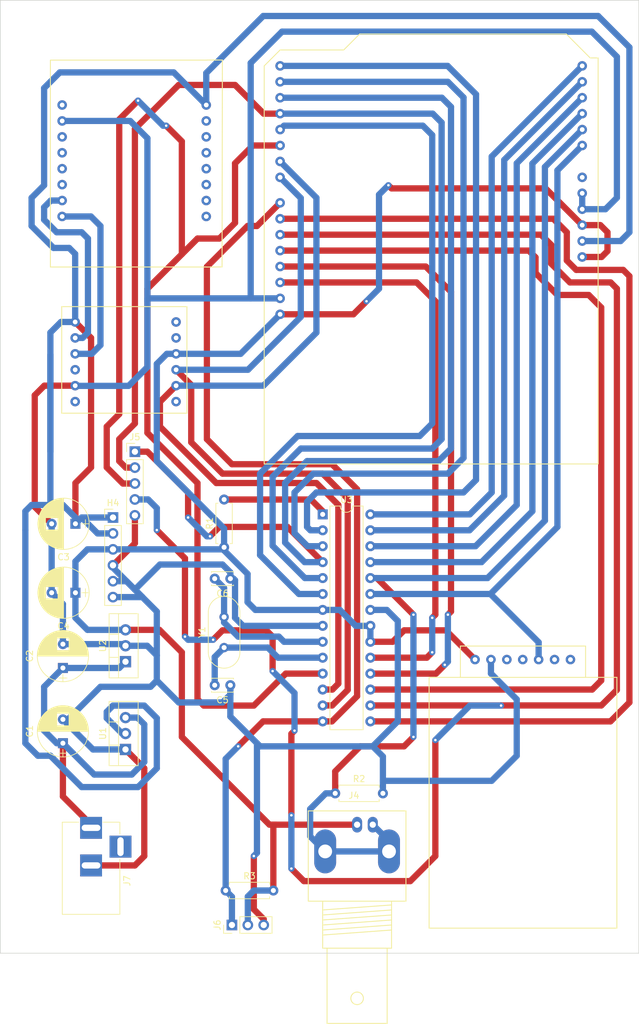
<source format=kicad_pcb>
(kicad_pcb (version 4) (host pcbnew 4.0.7)

  (general
    (links 86)
    (no_connects 0)
    (area 15.949999 15.949999 118.050001 179.475481)
    (thickness 1.6)
    (drawings 4)
    (tracks 492)
    (zones 0)
    (modules 22)
    (nets 51)
  )

  (page A4)
  (layers
    (0 F.Cu signal)
    (31 B.Cu signal)
    (32 B.Adhes user)
    (33 F.Adhes user)
    (34 B.Paste user)
    (35 F.Paste user)
    (36 B.SilkS user)
    (37 F.SilkS user)
    (38 B.Mask user)
    (39 F.Mask user)
    (40 Dwgs.User user)
    (41 Cmts.User user)
    (42 Eco1.User user)
    (43 Eco2.User user)
    (44 Edge.Cuts user)
    (45 Margin user)
    (46 B.CrtYd user)
    (47 F.CrtYd user)
    (48 B.Fab user)
    (49 F.Fab user)
  )

  (setup
    (last_trace_width 0.25)
    (user_trace_width 1)
    (trace_clearance 0.2)
    (zone_clearance 0.508)
    (zone_45_only no)
    (trace_min 0.2)
    (segment_width 0.2)
    (edge_width 0.1)
    (via_size 0.6)
    (via_drill 0.4)
    (via_min_size 0.4)
    (via_min_drill 0.3)
    (uvia_size 0.3)
    (uvia_drill 0.1)
    (uvias_allowed no)
    (uvia_min_size 0.2)
    (uvia_min_drill 0.1)
    (pcb_text_width 0.3)
    (pcb_text_size 1.5 1.5)
    (mod_edge_width 0.15)
    (mod_text_size 1 1)
    (mod_text_width 0.15)
    (pad_size 1.5 1.5)
    (pad_drill 0.6)
    (pad_to_mask_clearance 0)
    (aux_axis_origin 0 0)
    (visible_elements 7FFFFFFF)
    (pcbplotparams
      (layerselection 0x00030_80000001)
      (usegerberextensions false)
      (excludeedgelayer true)
      (linewidth 0.100000)
      (plotframeref false)
      (viasonmask false)
      (mode 1)
      (useauxorigin false)
      (hpglpennumber 1)
      (hpglpenspeed 20)
      (hpglpendiameter 15)
      (hpglpenoverlay 2)
      (psnegative false)
      (psa4output false)
      (plotreference true)
      (plotvalue true)
      (plotinvisibletext false)
      (padsonsilk false)
      (subtractmaskfromsilk false)
      (outputformat 1)
      (mirror false)
      (drillshape 1)
      (scaleselection 1)
      (outputdirectory ""))
  )

  (net 0 "")
  (net 1 +5V)
  (net 2 GND)
  (net 3 VCC_3V3)
  (net 4 VCC_5V)
  (net 5 /CRY2)
  (net 6 /CRY1)
  (net 7 /D0)
  (net 8 /D1)
  (net 9 /D2)
  (net 10 /D3)
  (net 11 /D4)
  (net 12 /D5)
  (net 13 /D6)
  (net 14 /D7)
  (net 15 /D8)
  (net 16 /D9)
  (net 17 /D10)
  (net 18 /D11)
  (net 19 /D12)
  (net 20 /D13)
  (net 21 /A5)
  (net 22 /A4)
  (net 23 /A3)
  (net 24 /A2)
  (net 25 /A1)
  (net 26 /A0)
  (net 27 "Net-(R1-Pad2)")
  (net 28 "Net-(J3-Pad21)")
  (net 29 "Net-(J1-Pad1)")
  (net 30 "Net-(J1-Pad8)")
  (net 31 "Net-(J1-Pad7)")
  (net 32 "Net-(J1-Pad6)")
  (net 33 "Net-(J1-Pad5)")
  (net 34 "Net-(J1-Pad4)")
  (net 35 "Net-(J1-Pad3)")
  (net 36 "Net-(J1-Pad15)")
  (net 37 "Net-(J1-Pad14)")
  (net 38 "Net-(J1-Pad13)")
  (net 39 "Net-(J1-Pad12)")
  (net 40 "Net-(J1-Pad11)")
  (net 41 "Net-(J1-Pad10)")
  (net 42 "Net-(J1-Pad9)")
  (net 43 "Net-(J2-Pad7)")
  (net 44 "Net-(J2-Pad4)")
  (net 45 "Net-(J2-Pad6)")
  (net 46 "Net-(M1-Pad3)")
  (net 47 "Net-(M1-Pad4)")
  (net 48 "Net-(M1-Pad6)")
  (net 49 "Net-(M1-Pad7)")
  (net 50 "Net-(J7-Pad3)")

  (net_class Default "This is the default net class."
    (clearance 0.2)
    (trace_width 0.25)
    (via_dia 0.6)
    (via_drill 0.4)
    (uvia_dia 0.3)
    (uvia_drill 0.1)
    (add_net +5V)
    (add_net /A0)
    (add_net /A1)
    (add_net /A2)
    (add_net /A3)
    (add_net /A4)
    (add_net /A5)
    (add_net /CRY1)
    (add_net /CRY2)
    (add_net /D0)
    (add_net /D1)
    (add_net /D10)
    (add_net /D11)
    (add_net /D12)
    (add_net /D13)
    (add_net /D2)
    (add_net /D3)
    (add_net /D4)
    (add_net /D5)
    (add_net /D6)
    (add_net /D7)
    (add_net /D8)
    (add_net /D9)
    (add_net GND)
    (add_net "Net-(J1-Pad1)")
    (add_net "Net-(J1-Pad10)")
    (add_net "Net-(J1-Pad11)")
    (add_net "Net-(J1-Pad12)")
    (add_net "Net-(J1-Pad13)")
    (add_net "Net-(J1-Pad14)")
    (add_net "Net-(J1-Pad15)")
    (add_net "Net-(J1-Pad3)")
    (add_net "Net-(J1-Pad4)")
    (add_net "Net-(J1-Pad5)")
    (add_net "Net-(J1-Pad6)")
    (add_net "Net-(J1-Pad7)")
    (add_net "Net-(J1-Pad8)")
    (add_net "Net-(J1-Pad9)")
    (add_net "Net-(J2-Pad4)")
    (add_net "Net-(J2-Pad6)")
    (add_net "Net-(J2-Pad7)")
    (add_net "Net-(J3-Pad21)")
    (add_net "Net-(J7-Pad3)")
    (add_net "Net-(M1-Pad3)")
    (add_net "Net-(M1-Pad4)")
    (add_net "Net-(M1-Pad6)")
    (add_net "Net-(M1-Pad7)")
    (add_net "Net-(R1-Pad2)")
    (add_net VCC_3V3)
    (add_net VCC_5V)
  )

  (module Socket_Strips:Socket_Strip_Straight_1x05_Pitch2.54mm (layer F.Cu) (tedit 58CD5446) (tstamp 5ABE353D)
    (at 37.5 88)
    (descr "Through hole straight socket strip, 1x05, 2.54mm pitch, single row")
    (tags "Through hole socket strip THT 1x05 2.54mm single row")
    (path /5ABE3E1D)
    (fp_text reference J5 (at 0 -2.33) (layer F.SilkS)
      (effects (font (size 1 1) (thickness 0.15)))
    )
    (fp_text value Relays (at 0 12.49) (layer F.Fab)
      (effects (font (size 1 1) (thickness 0.15)))
    )
    (fp_line (start -1.27 -1.27) (end -1.27 11.43) (layer F.Fab) (width 0.1))
    (fp_line (start -1.27 11.43) (end 1.27 11.43) (layer F.Fab) (width 0.1))
    (fp_line (start 1.27 11.43) (end 1.27 -1.27) (layer F.Fab) (width 0.1))
    (fp_line (start 1.27 -1.27) (end -1.27 -1.27) (layer F.Fab) (width 0.1))
    (fp_line (start -1.33 1.27) (end -1.33 11.49) (layer F.SilkS) (width 0.12))
    (fp_line (start -1.33 11.49) (end 1.33 11.49) (layer F.SilkS) (width 0.12))
    (fp_line (start 1.33 11.49) (end 1.33 1.27) (layer F.SilkS) (width 0.12))
    (fp_line (start 1.33 1.27) (end -1.33 1.27) (layer F.SilkS) (width 0.12))
    (fp_line (start -1.33 0) (end -1.33 -1.33) (layer F.SilkS) (width 0.12))
    (fp_line (start -1.33 -1.33) (end 0 -1.33) (layer F.SilkS) (width 0.12))
    (fp_line (start -1.8 -1.8) (end -1.8 11.95) (layer F.CrtYd) (width 0.05))
    (fp_line (start -1.8 11.95) (end 1.8 11.95) (layer F.CrtYd) (width 0.05))
    (fp_line (start 1.8 11.95) (end 1.8 -1.8) (layer F.CrtYd) (width 0.05))
    (fp_line (start 1.8 -1.8) (end -1.8 -1.8) (layer F.CrtYd) (width 0.05))
    (fp_text user %R (at 0 -2.33) (layer F.Fab)
      (effects (font (size 1 1) (thickness 0.15)))
    )
    (pad 1 thru_hole rect (at 0 0) (size 1.7 1.7) (drill 1) (layers *.Cu *.Mask)
      (net 9 /D2))
    (pad 2 thru_hole oval (at 0 2.54) (size 1.7 1.7) (drill 1) (layers *.Cu *.Mask)
      (net 10 /D3))
    (pad 3 thru_hole oval (at 0 5.08) (size 1.7 1.7) (drill 1) (layers *.Cu *.Mask)
      (net 12 /D5))
    (pad 4 thru_hole oval (at 0 7.62) (size 1.7 1.7) (drill 1) (layers *.Cu *.Mask)
      (net 17 /D10))
    (pad 5 thru_hole oval (at 0 10.16) (size 1.7 1.7) (drill 1) (layers *.Cu *.Mask)
      (net 2 GND))
    (model ${KISYS3DMOD}/Socket_Strips.3dshapes/Socket_Strip_Straight_1x05_Pitch2.54mm.wrl
      (at (xyz 0 -0.2 0))
      (scale (xyz 1 1 1))
      (rotate (xyz 0 0 270))
    )
  )

  (module Housings_DIP:DIP-28_W7.62mm (layer F.Cu) (tedit 59C78D6B) (tstamp 5ABDF2CA)
    (at 67.5 98)
    (descr "28-lead though-hole mounted DIP package, row spacing 7.62 mm (300 mils)")
    (tags "THT DIP DIL PDIP 2.54mm 7.62mm 300mil")
    (path /5A2B91D3)
    (fp_text reference U3 (at 3.81 -2.33) (layer F.SilkS)
      (effects (font (size 1 1) (thickness 0.15)))
    )
    (fp_text value ATMEGA328P-PU (at 3.81 35.35) (layer F.Fab)
      (effects (font (size 1 1) (thickness 0.15)))
    )
    (fp_arc (start 3.81 -1.33) (end 2.81 -1.33) (angle -180) (layer F.SilkS) (width 0.12))
    (fp_line (start 1.635 -1.27) (end 6.985 -1.27) (layer F.Fab) (width 0.1))
    (fp_line (start 6.985 -1.27) (end 6.985 34.29) (layer F.Fab) (width 0.1))
    (fp_line (start 6.985 34.29) (end 0.635 34.29) (layer F.Fab) (width 0.1))
    (fp_line (start 0.635 34.29) (end 0.635 -0.27) (layer F.Fab) (width 0.1))
    (fp_line (start 0.635 -0.27) (end 1.635 -1.27) (layer F.Fab) (width 0.1))
    (fp_line (start 2.81 -1.33) (end 1.16 -1.33) (layer F.SilkS) (width 0.12))
    (fp_line (start 1.16 -1.33) (end 1.16 34.35) (layer F.SilkS) (width 0.12))
    (fp_line (start 1.16 34.35) (end 6.46 34.35) (layer F.SilkS) (width 0.12))
    (fp_line (start 6.46 34.35) (end 6.46 -1.33) (layer F.SilkS) (width 0.12))
    (fp_line (start 6.46 -1.33) (end 4.81 -1.33) (layer F.SilkS) (width 0.12))
    (fp_line (start -1.1 -1.55) (end -1.1 34.55) (layer F.CrtYd) (width 0.05))
    (fp_line (start -1.1 34.55) (end 8.7 34.55) (layer F.CrtYd) (width 0.05))
    (fp_line (start 8.7 34.55) (end 8.7 -1.55) (layer F.CrtYd) (width 0.05))
    (fp_line (start 8.7 -1.55) (end -1.1 -1.55) (layer F.CrtYd) (width 0.05))
    (fp_text user %R (at 3.81 16.51) (layer F.Fab)
      (effects (font (size 1 1) (thickness 0.15)))
    )
    (pad 1 thru_hole rect (at 0 0) (size 1.6 1.6) (drill 0.8) (layers *.Cu *.Mask)
      (net 27 "Net-(R1-Pad2)"))
    (pad 15 thru_hole oval (at 7.62 33.02) (size 1.6 1.6) (drill 0.8) (layers *.Cu *.Mask)
      (net 16 /D9))
    (pad 2 thru_hole oval (at 0 2.54) (size 1.6 1.6) (drill 0.8) (layers *.Cu *.Mask)
      (net 7 /D0))
    (pad 16 thru_hole oval (at 7.62 30.48) (size 1.6 1.6) (drill 0.8) (layers *.Cu *.Mask)
      (net 17 /D10))
    (pad 3 thru_hole oval (at 0 5.08) (size 1.6 1.6) (drill 0.8) (layers *.Cu *.Mask)
      (net 8 /D1))
    (pad 17 thru_hole oval (at 7.62 27.94) (size 1.6 1.6) (drill 0.8) (layers *.Cu *.Mask)
      (net 18 /D11))
    (pad 4 thru_hole oval (at 0 7.62) (size 1.6 1.6) (drill 0.8) (layers *.Cu *.Mask)
      (net 9 /D2))
    (pad 18 thru_hole oval (at 7.62 25.4) (size 1.6 1.6) (drill 0.8) (layers *.Cu *.Mask)
      (net 19 /D12))
    (pad 5 thru_hole oval (at 0 10.16) (size 1.6 1.6) (drill 0.8) (layers *.Cu *.Mask)
      (net 10 /D3))
    (pad 19 thru_hole oval (at 7.62 22.86) (size 1.6 1.6) (drill 0.8) (layers *.Cu *.Mask)
      (net 20 /D13))
    (pad 6 thru_hole oval (at 0 12.7) (size 1.6 1.6) (drill 0.8) (layers *.Cu *.Mask)
      (net 11 /D4))
    (pad 20 thru_hole oval (at 7.62 20.32) (size 1.6 1.6) (drill 0.8) (layers *.Cu *.Mask)
      (net 4 VCC_5V))
    (pad 7 thru_hole oval (at 0 15.24) (size 1.6 1.6) (drill 0.8) (layers *.Cu *.Mask)
      (net 4 VCC_5V))
    (pad 21 thru_hole oval (at 7.62 17.78) (size 1.6 1.6) (drill 0.8) (layers *.Cu *.Mask)
      (net 4 VCC_5V))
    (pad 8 thru_hole oval (at 0 17.78) (size 1.6 1.6) (drill 0.8) (layers *.Cu *.Mask)
      (net 2 GND))
    (pad 22 thru_hole oval (at 7.62 15.24) (size 1.6 1.6) (drill 0.8) (layers *.Cu *.Mask)
      (net 2 GND))
    (pad 9 thru_hole oval (at 0 20.32) (size 1.6 1.6) (drill 0.8) (layers *.Cu *.Mask)
      (net 6 /CRY1))
    (pad 23 thru_hole oval (at 7.62 12.7) (size 1.6 1.6) (drill 0.8) (layers *.Cu *.Mask)
      (net 26 /A0))
    (pad 10 thru_hole oval (at 0 22.86) (size 1.6 1.6) (drill 0.8) (layers *.Cu *.Mask)
      (net 5 /CRY2))
    (pad 24 thru_hole oval (at 7.62 10.16) (size 1.6 1.6) (drill 0.8) (layers *.Cu *.Mask)
      (net 25 /A1))
    (pad 11 thru_hole oval (at 0 25.4) (size 1.6 1.6) (drill 0.8) (layers *.Cu *.Mask)
      (net 12 /D5))
    (pad 25 thru_hole oval (at 7.62 7.62) (size 1.6 1.6) (drill 0.8) (layers *.Cu *.Mask)
      (net 24 /A2))
    (pad 12 thru_hole oval (at 0 27.94) (size 1.6 1.6) (drill 0.8) (layers *.Cu *.Mask)
      (net 13 /D6))
    (pad 26 thru_hole oval (at 7.62 5.08) (size 1.6 1.6) (drill 0.8) (layers *.Cu *.Mask)
      (net 23 /A3))
    (pad 13 thru_hole oval (at 0 30.48) (size 1.6 1.6) (drill 0.8) (layers *.Cu *.Mask)
      (net 14 /D7))
    (pad 27 thru_hole oval (at 7.62 2.54) (size 1.6 1.6) (drill 0.8) (layers *.Cu *.Mask)
      (net 22 /A4))
    (pad 14 thru_hole oval (at 0 33.02) (size 1.6 1.6) (drill 0.8) (layers *.Cu *.Mask)
      (net 15 /D8))
    (pad 28 thru_hole oval (at 7.62 0) (size 1.6 1.6) (drill 0.8) (layers *.Cu *.Mask)
      (net 21 /A5))
    (model ${KISYS3DMOD}/Housings_DIP.3dshapes/DIP-28_W7.62mm.wrl
      (at (xyz 0 0 0))
      (scale (xyz 1 1 1))
      (rotate (xyz 0 0 0))
    )
  )

  (module Capacitors_THT:CP_Radial_D8.0mm_P3.80mm (layer F.Cu) (tedit 597BC7C2) (tstamp 5ABDF22D)
    (at 26 134.5 90)
    (descr "CP, Radial series, Radial, pin pitch=3.80mm, , diameter=8mm, Electrolytic Capacitor")
    (tags "CP Radial series Radial pin pitch 3.80mm  diameter 8mm Electrolytic Capacitor")
    (path /5A2B988F)
    (fp_text reference C1 (at 1.9 -5.31 90) (layer F.SilkS)
      (effects (font (size 1 1) (thickness 0.15)))
    )
    (fp_text value 0.33μF (at 1.9 5.31 90) (layer F.Fab)
      (effects (font (size 1 1) (thickness 0.15)))
    )
    (fp_circle (center 1.9 0) (end 5.9 0) (layer F.Fab) (width 0.1))
    (fp_circle (center 1.9 0) (end 5.99 0) (layer F.SilkS) (width 0.12))
    (fp_line (start -2.2 0) (end -1 0) (layer F.Fab) (width 0.1))
    (fp_line (start -1.6 -0.65) (end -1.6 0.65) (layer F.Fab) (width 0.1))
    (fp_line (start 1.9 -4.05) (end 1.9 4.05) (layer F.SilkS) (width 0.12))
    (fp_line (start 1.94 -4.05) (end 1.94 4.05) (layer F.SilkS) (width 0.12))
    (fp_line (start 1.98 -4.05) (end 1.98 4.05) (layer F.SilkS) (width 0.12))
    (fp_line (start 2.02 -4.049) (end 2.02 4.049) (layer F.SilkS) (width 0.12))
    (fp_line (start 2.06 -4.047) (end 2.06 4.047) (layer F.SilkS) (width 0.12))
    (fp_line (start 2.1 -4.046) (end 2.1 4.046) (layer F.SilkS) (width 0.12))
    (fp_line (start 2.14 -4.043) (end 2.14 4.043) (layer F.SilkS) (width 0.12))
    (fp_line (start 2.18 -4.041) (end 2.18 4.041) (layer F.SilkS) (width 0.12))
    (fp_line (start 2.22 -4.038) (end 2.22 4.038) (layer F.SilkS) (width 0.12))
    (fp_line (start 2.26 -4.035) (end 2.26 4.035) (layer F.SilkS) (width 0.12))
    (fp_line (start 2.3 -4.031) (end 2.3 4.031) (layer F.SilkS) (width 0.12))
    (fp_line (start 2.34 -4.027) (end 2.34 4.027) (layer F.SilkS) (width 0.12))
    (fp_line (start 2.38 -4.022) (end 2.38 4.022) (layer F.SilkS) (width 0.12))
    (fp_line (start 2.42 -4.017) (end 2.42 4.017) (layer F.SilkS) (width 0.12))
    (fp_line (start 2.46 -4.012) (end 2.46 4.012) (layer F.SilkS) (width 0.12))
    (fp_line (start 2.5 -4.006) (end 2.5 4.006) (layer F.SilkS) (width 0.12))
    (fp_line (start 2.54 -4) (end 2.54 4) (layer F.SilkS) (width 0.12))
    (fp_line (start 2.58 -3.994) (end 2.58 3.994) (layer F.SilkS) (width 0.12))
    (fp_line (start 2.621 -3.987) (end 2.621 3.987) (layer F.SilkS) (width 0.12))
    (fp_line (start 2.661 -3.979) (end 2.661 3.979) (layer F.SilkS) (width 0.12))
    (fp_line (start 2.701 -3.971) (end 2.701 3.971) (layer F.SilkS) (width 0.12))
    (fp_line (start 2.741 -3.963) (end 2.741 3.963) (layer F.SilkS) (width 0.12))
    (fp_line (start 2.781 -3.955) (end 2.781 3.955) (layer F.SilkS) (width 0.12))
    (fp_line (start 2.821 -3.946) (end 2.821 -0.98) (layer F.SilkS) (width 0.12))
    (fp_line (start 2.821 0.98) (end 2.821 3.946) (layer F.SilkS) (width 0.12))
    (fp_line (start 2.861 -3.936) (end 2.861 -0.98) (layer F.SilkS) (width 0.12))
    (fp_line (start 2.861 0.98) (end 2.861 3.936) (layer F.SilkS) (width 0.12))
    (fp_line (start 2.901 -3.926) (end 2.901 -0.98) (layer F.SilkS) (width 0.12))
    (fp_line (start 2.901 0.98) (end 2.901 3.926) (layer F.SilkS) (width 0.12))
    (fp_line (start 2.941 -3.916) (end 2.941 -0.98) (layer F.SilkS) (width 0.12))
    (fp_line (start 2.941 0.98) (end 2.941 3.916) (layer F.SilkS) (width 0.12))
    (fp_line (start 2.981 -3.905) (end 2.981 -0.98) (layer F.SilkS) (width 0.12))
    (fp_line (start 2.981 0.98) (end 2.981 3.905) (layer F.SilkS) (width 0.12))
    (fp_line (start 3.021 -3.894) (end 3.021 -0.98) (layer F.SilkS) (width 0.12))
    (fp_line (start 3.021 0.98) (end 3.021 3.894) (layer F.SilkS) (width 0.12))
    (fp_line (start 3.061 -3.883) (end 3.061 -0.98) (layer F.SilkS) (width 0.12))
    (fp_line (start 3.061 0.98) (end 3.061 3.883) (layer F.SilkS) (width 0.12))
    (fp_line (start 3.101 -3.87) (end 3.101 -0.98) (layer F.SilkS) (width 0.12))
    (fp_line (start 3.101 0.98) (end 3.101 3.87) (layer F.SilkS) (width 0.12))
    (fp_line (start 3.141 -3.858) (end 3.141 -0.98) (layer F.SilkS) (width 0.12))
    (fp_line (start 3.141 0.98) (end 3.141 3.858) (layer F.SilkS) (width 0.12))
    (fp_line (start 3.181 -3.845) (end 3.181 -0.98) (layer F.SilkS) (width 0.12))
    (fp_line (start 3.181 0.98) (end 3.181 3.845) (layer F.SilkS) (width 0.12))
    (fp_line (start 3.221 -3.832) (end 3.221 -0.98) (layer F.SilkS) (width 0.12))
    (fp_line (start 3.221 0.98) (end 3.221 3.832) (layer F.SilkS) (width 0.12))
    (fp_line (start 3.261 -3.818) (end 3.261 -0.98) (layer F.SilkS) (width 0.12))
    (fp_line (start 3.261 0.98) (end 3.261 3.818) (layer F.SilkS) (width 0.12))
    (fp_line (start 3.301 -3.803) (end 3.301 -0.98) (layer F.SilkS) (width 0.12))
    (fp_line (start 3.301 0.98) (end 3.301 3.803) (layer F.SilkS) (width 0.12))
    (fp_line (start 3.341 -3.789) (end 3.341 -0.98) (layer F.SilkS) (width 0.12))
    (fp_line (start 3.341 0.98) (end 3.341 3.789) (layer F.SilkS) (width 0.12))
    (fp_line (start 3.381 -3.773) (end 3.381 -0.98) (layer F.SilkS) (width 0.12))
    (fp_line (start 3.381 0.98) (end 3.381 3.773) (layer F.SilkS) (width 0.12))
    (fp_line (start 3.421 -3.758) (end 3.421 -0.98) (layer F.SilkS) (width 0.12))
    (fp_line (start 3.421 0.98) (end 3.421 3.758) (layer F.SilkS) (width 0.12))
    (fp_line (start 3.461 -3.741) (end 3.461 -0.98) (layer F.SilkS) (width 0.12))
    (fp_line (start 3.461 0.98) (end 3.461 3.741) (layer F.SilkS) (width 0.12))
    (fp_line (start 3.501 -3.725) (end 3.501 -0.98) (layer F.SilkS) (width 0.12))
    (fp_line (start 3.501 0.98) (end 3.501 3.725) (layer F.SilkS) (width 0.12))
    (fp_line (start 3.541 -3.707) (end 3.541 -0.98) (layer F.SilkS) (width 0.12))
    (fp_line (start 3.541 0.98) (end 3.541 3.707) (layer F.SilkS) (width 0.12))
    (fp_line (start 3.581 -3.69) (end 3.581 -0.98) (layer F.SilkS) (width 0.12))
    (fp_line (start 3.581 0.98) (end 3.581 3.69) (layer F.SilkS) (width 0.12))
    (fp_line (start 3.621 -3.671) (end 3.621 -0.98) (layer F.SilkS) (width 0.12))
    (fp_line (start 3.621 0.98) (end 3.621 3.671) (layer F.SilkS) (width 0.12))
    (fp_line (start 3.661 -3.652) (end 3.661 -0.98) (layer F.SilkS) (width 0.12))
    (fp_line (start 3.661 0.98) (end 3.661 3.652) (layer F.SilkS) (width 0.12))
    (fp_line (start 3.701 -3.633) (end 3.701 -0.98) (layer F.SilkS) (width 0.12))
    (fp_line (start 3.701 0.98) (end 3.701 3.633) (layer F.SilkS) (width 0.12))
    (fp_line (start 3.741 -3.613) (end 3.741 -0.98) (layer F.SilkS) (width 0.12))
    (fp_line (start 3.741 0.98) (end 3.741 3.613) (layer F.SilkS) (width 0.12))
    (fp_line (start 3.781 -3.593) (end 3.781 -0.98) (layer F.SilkS) (width 0.12))
    (fp_line (start 3.781 0.98) (end 3.781 3.593) (layer F.SilkS) (width 0.12))
    (fp_line (start 3.821 -3.572) (end 3.821 -0.98) (layer F.SilkS) (width 0.12))
    (fp_line (start 3.821 0.98) (end 3.821 3.572) (layer F.SilkS) (width 0.12))
    (fp_line (start 3.861 -3.55) (end 3.861 -0.98) (layer F.SilkS) (width 0.12))
    (fp_line (start 3.861 0.98) (end 3.861 3.55) (layer F.SilkS) (width 0.12))
    (fp_line (start 3.901 -3.528) (end 3.901 -0.98) (layer F.SilkS) (width 0.12))
    (fp_line (start 3.901 0.98) (end 3.901 3.528) (layer F.SilkS) (width 0.12))
    (fp_line (start 3.941 -3.505) (end 3.941 -0.98) (layer F.SilkS) (width 0.12))
    (fp_line (start 3.941 0.98) (end 3.941 3.505) (layer F.SilkS) (width 0.12))
    (fp_line (start 3.981 -3.482) (end 3.981 -0.98) (layer F.SilkS) (width 0.12))
    (fp_line (start 3.981 0.98) (end 3.981 3.482) (layer F.SilkS) (width 0.12))
    (fp_line (start 4.021 -3.458) (end 4.021 -0.98) (layer F.SilkS) (width 0.12))
    (fp_line (start 4.021 0.98) (end 4.021 3.458) (layer F.SilkS) (width 0.12))
    (fp_line (start 4.061 -3.434) (end 4.061 -0.98) (layer F.SilkS) (width 0.12))
    (fp_line (start 4.061 0.98) (end 4.061 3.434) (layer F.SilkS) (width 0.12))
    (fp_line (start 4.101 -3.408) (end 4.101 -0.98) (layer F.SilkS) (width 0.12))
    (fp_line (start 4.101 0.98) (end 4.101 3.408) (layer F.SilkS) (width 0.12))
    (fp_line (start 4.141 -3.383) (end 4.141 -0.98) (layer F.SilkS) (width 0.12))
    (fp_line (start 4.141 0.98) (end 4.141 3.383) (layer F.SilkS) (width 0.12))
    (fp_line (start 4.181 -3.356) (end 4.181 -0.98) (layer F.SilkS) (width 0.12))
    (fp_line (start 4.181 0.98) (end 4.181 3.356) (layer F.SilkS) (width 0.12))
    (fp_line (start 4.221 -3.329) (end 4.221 -0.98) (layer F.SilkS) (width 0.12))
    (fp_line (start 4.221 0.98) (end 4.221 3.329) (layer F.SilkS) (width 0.12))
    (fp_line (start 4.261 -3.301) (end 4.261 -0.98) (layer F.SilkS) (width 0.12))
    (fp_line (start 4.261 0.98) (end 4.261 3.301) (layer F.SilkS) (width 0.12))
    (fp_line (start 4.301 -3.272) (end 4.301 -0.98) (layer F.SilkS) (width 0.12))
    (fp_line (start 4.301 0.98) (end 4.301 3.272) (layer F.SilkS) (width 0.12))
    (fp_line (start 4.341 -3.243) (end 4.341 -0.98) (layer F.SilkS) (width 0.12))
    (fp_line (start 4.341 0.98) (end 4.341 3.243) (layer F.SilkS) (width 0.12))
    (fp_line (start 4.381 -3.213) (end 4.381 -0.98) (layer F.SilkS) (width 0.12))
    (fp_line (start 4.381 0.98) (end 4.381 3.213) (layer F.SilkS) (width 0.12))
    (fp_line (start 4.421 -3.182) (end 4.421 -0.98) (layer F.SilkS) (width 0.12))
    (fp_line (start 4.421 0.98) (end 4.421 3.182) (layer F.SilkS) (width 0.12))
    (fp_line (start 4.461 -3.15) (end 4.461 -0.98) (layer F.SilkS) (width 0.12))
    (fp_line (start 4.461 0.98) (end 4.461 3.15) (layer F.SilkS) (width 0.12))
    (fp_line (start 4.501 -3.118) (end 4.501 -0.98) (layer F.SilkS) (width 0.12))
    (fp_line (start 4.501 0.98) (end 4.501 3.118) (layer F.SilkS) (width 0.12))
    (fp_line (start 4.541 -3.084) (end 4.541 -0.98) (layer F.SilkS) (width 0.12))
    (fp_line (start 4.541 0.98) (end 4.541 3.084) (layer F.SilkS) (width 0.12))
    (fp_line (start 4.581 -3.05) (end 4.581 -0.98) (layer F.SilkS) (width 0.12))
    (fp_line (start 4.581 0.98) (end 4.581 3.05) (layer F.SilkS) (width 0.12))
    (fp_line (start 4.621 -3.015) (end 4.621 -0.98) (layer F.SilkS) (width 0.12))
    (fp_line (start 4.621 0.98) (end 4.621 3.015) (layer F.SilkS) (width 0.12))
    (fp_line (start 4.661 -2.979) (end 4.661 -0.98) (layer F.SilkS) (width 0.12))
    (fp_line (start 4.661 0.98) (end 4.661 2.979) (layer F.SilkS) (width 0.12))
    (fp_line (start 4.701 -2.942) (end 4.701 -0.98) (layer F.SilkS) (width 0.12))
    (fp_line (start 4.701 0.98) (end 4.701 2.942) (layer F.SilkS) (width 0.12))
    (fp_line (start 4.741 -2.904) (end 4.741 -0.98) (layer F.SilkS) (width 0.12))
    (fp_line (start 4.741 0.98) (end 4.741 2.904) (layer F.SilkS) (width 0.12))
    (fp_line (start 4.781 -2.865) (end 4.781 2.865) (layer F.SilkS) (width 0.12))
    (fp_line (start 4.821 -2.824) (end 4.821 2.824) (layer F.SilkS) (width 0.12))
    (fp_line (start 4.861 -2.783) (end 4.861 2.783) (layer F.SilkS) (width 0.12))
    (fp_line (start 4.901 -2.74) (end 4.901 2.74) (layer F.SilkS) (width 0.12))
    (fp_line (start 4.941 -2.697) (end 4.941 2.697) (layer F.SilkS) (width 0.12))
    (fp_line (start 4.981 -2.652) (end 4.981 2.652) (layer F.SilkS) (width 0.12))
    (fp_line (start 5.021 -2.605) (end 5.021 2.605) (layer F.SilkS) (width 0.12))
    (fp_line (start 5.061 -2.557) (end 5.061 2.557) (layer F.SilkS) (width 0.12))
    (fp_line (start 5.101 -2.508) (end 5.101 2.508) (layer F.SilkS) (width 0.12))
    (fp_line (start 5.141 -2.457) (end 5.141 2.457) (layer F.SilkS) (width 0.12))
    (fp_line (start 5.181 -2.404) (end 5.181 2.404) (layer F.SilkS) (width 0.12))
    (fp_line (start 5.221 -2.349) (end 5.221 2.349) (layer F.SilkS) (width 0.12))
    (fp_line (start 5.261 -2.293) (end 5.261 2.293) (layer F.SilkS) (width 0.12))
    (fp_line (start 5.301 -2.234) (end 5.301 2.234) (layer F.SilkS) (width 0.12))
    (fp_line (start 5.341 -2.173) (end 5.341 2.173) (layer F.SilkS) (width 0.12))
    (fp_line (start 5.381 -2.109) (end 5.381 2.109) (layer F.SilkS) (width 0.12))
    (fp_line (start 5.421 -2.043) (end 5.421 2.043) (layer F.SilkS) (width 0.12))
    (fp_line (start 5.461 -1.974) (end 5.461 1.974) (layer F.SilkS) (width 0.12))
    (fp_line (start 5.501 -1.902) (end 5.501 1.902) (layer F.SilkS) (width 0.12))
    (fp_line (start 5.541 -1.826) (end 5.541 1.826) (layer F.SilkS) (width 0.12))
    (fp_line (start 5.581 -1.745) (end 5.581 1.745) (layer F.SilkS) (width 0.12))
    (fp_line (start 5.621 -1.66) (end 5.621 1.66) (layer F.SilkS) (width 0.12))
    (fp_line (start 5.661 -1.57) (end 5.661 1.57) (layer F.SilkS) (width 0.12))
    (fp_line (start 5.701 -1.473) (end 5.701 1.473) (layer F.SilkS) (width 0.12))
    (fp_line (start 5.741 -1.369) (end 5.741 1.369) (layer F.SilkS) (width 0.12))
    (fp_line (start 5.781 -1.254) (end 5.781 1.254) (layer F.SilkS) (width 0.12))
    (fp_line (start 5.821 -1.127) (end 5.821 1.127) (layer F.SilkS) (width 0.12))
    (fp_line (start 5.861 -0.983) (end 5.861 0.983) (layer F.SilkS) (width 0.12))
    (fp_line (start 5.901 -0.814) (end 5.901 0.814) (layer F.SilkS) (width 0.12))
    (fp_line (start 5.941 -0.598) (end 5.941 0.598) (layer F.SilkS) (width 0.12))
    (fp_line (start 5.981 -0.246) (end 5.981 0.246) (layer F.SilkS) (width 0.12))
    (fp_line (start -2.2 0) (end -1 0) (layer F.SilkS) (width 0.12))
    (fp_line (start -1.6 -0.65) (end -1.6 0.65) (layer F.SilkS) (width 0.12))
    (fp_line (start -2.45 -4.35) (end -2.45 4.35) (layer F.CrtYd) (width 0.05))
    (fp_line (start -2.45 4.35) (end 6.25 4.35) (layer F.CrtYd) (width 0.05))
    (fp_line (start 6.25 4.35) (end 6.25 -4.35) (layer F.CrtYd) (width 0.05))
    (fp_line (start 6.25 -4.35) (end -2.45 -4.35) (layer F.CrtYd) (width 0.05))
    (fp_text user %R (at 1.9 0 90) (layer F.Fab)
      (effects (font (size 1 1) (thickness 0.15)))
    )
    (pad 1 thru_hole rect (at 0 0 90) (size 1.6 1.6) (drill 0.8) (layers *.Cu *.Mask)
      (net 1 +5V))
    (pad 2 thru_hole circle (at 3.8 0 90) (size 1.6 1.6) (drill 0.8) (layers *.Cu *.Mask)
      (net 2 GND))
    (model ${KISYS3DMOD}/Capacitors_THT.3dshapes/CP_Radial_D8.0mm_P3.80mm.wrl
      (at (xyz 0 0 0))
      (scale (xyz 1 1 1))
      (rotate (xyz 0 0 0))
    )
  )

  (module Capacitors_THT:CP_Radial_D8.0mm_P3.80mm (layer F.Cu) (tedit 597BC7C2) (tstamp 5ABDF233)
    (at 26 122.5 90)
    (descr "CP, Radial series, Radial, pin pitch=3.80mm, , diameter=8mm, Electrolytic Capacitor")
    (tags "CP Radial series Radial pin pitch 3.80mm  diameter 8mm Electrolytic Capacitor")
    (path /5A2B96DB)
    (fp_text reference C2 (at 1.9 -5.31 90) (layer F.SilkS)
      (effects (font (size 1 1) (thickness 0.15)))
    )
    (fp_text value 0.33μF (at 1.9 5.31 90) (layer F.Fab)
      (effects (font (size 1 1) (thickness 0.15)))
    )
    (fp_circle (center 1.9 0) (end 5.9 0) (layer F.Fab) (width 0.1))
    (fp_circle (center 1.9 0) (end 5.99 0) (layer F.SilkS) (width 0.12))
    (fp_line (start -2.2 0) (end -1 0) (layer F.Fab) (width 0.1))
    (fp_line (start -1.6 -0.65) (end -1.6 0.65) (layer F.Fab) (width 0.1))
    (fp_line (start 1.9 -4.05) (end 1.9 4.05) (layer F.SilkS) (width 0.12))
    (fp_line (start 1.94 -4.05) (end 1.94 4.05) (layer F.SilkS) (width 0.12))
    (fp_line (start 1.98 -4.05) (end 1.98 4.05) (layer F.SilkS) (width 0.12))
    (fp_line (start 2.02 -4.049) (end 2.02 4.049) (layer F.SilkS) (width 0.12))
    (fp_line (start 2.06 -4.047) (end 2.06 4.047) (layer F.SilkS) (width 0.12))
    (fp_line (start 2.1 -4.046) (end 2.1 4.046) (layer F.SilkS) (width 0.12))
    (fp_line (start 2.14 -4.043) (end 2.14 4.043) (layer F.SilkS) (width 0.12))
    (fp_line (start 2.18 -4.041) (end 2.18 4.041) (layer F.SilkS) (width 0.12))
    (fp_line (start 2.22 -4.038) (end 2.22 4.038) (layer F.SilkS) (width 0.12))
    (fp_line (start 2.26 -4.035) (end 2.26 4.035) (layer F.SilkS) (width 0.12))
    (fp_line (start 2.3 -4.031) (end 2.3 4.031) (layer F.SilkS) (width 0.12))
    (fp_line (start 2.34 -4.027) (end 2.34 4.027) (layer F.SilkS) (width 0.12))
    (fp_line (start 2.38 -4.022) (end 2.38 4.022) (layer F.SilkS) (width 0.12))
    (fp_line (start 2.42 -4.017) (end 2.42 4.017) (layer F.SilkS) (width 0.12))
    (fp_line (start 2.46 -4.012) (end 2.46 4.012) (layer F.SilkS) (width 0.12))
    (fp_line (start 2.5 -4.006) (end 2.5 4.006) (layer F.SilkS) (width 0.12))
    (fp_line (start 2.54 -4) (end 2.54 4) (layer F.SilkS) (width 0.12))
    (fp_line (start 2.58 -3.994) (end 2.58 3.994) (layer F.SilkS) (width 0.12))
    (fp_line (start 2.621 -3.987) (end 2.621 3.987) (layer F.SilkS) (width 0.12))
    (fp_line (start 2.661 -3.979) (end 2.661 3.979) (layer F.SilkS) (width 0.12))
    (fp_line (start 2.701 -3.971) (end 2.701 3.971) (layer F.SilkS) (width 0.12))
    (fp_line (start 2.741 -3.963) (end 2.741 3.963) (layer F.SilkS) (width 0.12))
    (fp_line (start 2.781 -3.955) (end 2.781 3.955) (layer F.SilkS) (width 0.12))
    (fp_line (start 2.821 -3.946) (end 2.821 -0.98) (layer F.SilkS) (width 0.12))
    (fp_line (start 2.821 0.98) (end 2.821 3.946) (layer F.SilkS) (width 0.12))
    (fp_line (start 2.861 -3.936) (end 2.861 -0.98) (layer F.SilkS) (width 0.12))
    (fp_line (start 2.861 0.98) (end 2.861 3.936) (layer F.SilkS) (width 0.12))
    (fp_line (start 2.901 -3.926) (end 2.901 -0.98) (layer F.SilkS) (width 0.12))
    (fp_line (start 2.901 0.98) (end 2.901 3.926) (layer F.SilkS) (width 0.12))
    (fp_line (start 2.941 -3.916) (end 2.941 -0.98) (layer F.SilkS) (width 0.12))
    (fp_line (start 2.941 0.98) (end 2.941 3.916) (layer F.SilkS) (width 0.12))
    (fp_line (start 2.981 -3.905) (end 2.981 -0.98) (layer F.SilkS) (width 0.12))
    (fp_line (start 2.981 0.98) (end 2.981 3.905) (layer F.SilkS) (width 0.12))
    (fp_line (start 3.021 -3.894) (end 3.021 -0.98) (layer F.SilkS) (width 0.12))
    (fp_line (start 3.021 0.98) (end 3.021 3.894) (layer F.SilkS) (width 0.12))
    (fp_line (start 3.061 -3.883) (end 3.061 -0.98) (layer F.SilkS) (width 0.12))
    (fp_line (start 3.061 0.98) (end 3.061 3.883) (layer F.SilkS) (width 0.12))
    (fp_line (start 3.101 -3.87) (end 3.101 -0.98) (layer F.SilkS) (width 0.12))
    (fp_line (start 3.101 0.98) (end 3.101 3.87) (layer F.SilkS) (width 0.12))
    (fp_line (start 3.141 -3.858) (end 3.141 -0.98) (layer F.SilkS) (width 0.12))
    (fp_line (start 3.141 0.98) (end 3.141 3.858) (layer F.SilkS) (width 0.12))
    (fp_line (start 3.181 -3.845) (end 3.181 -0.98) (layer F.SilkS) (width 0.12))
    (fp_line (start 3.181 0.98) (end 3.181 3.845) (layer F.SilkS) (width 0.12))
    (fp_line (start 3.221 -3.832) (end 3.221 -0.98) (layer F.SilkS) (width 0.12))
    (fp_line (start 3.221 0.98) (end 3.221 3.832) (layer F.SilkS) (width 0.12))
    (fp_line (start 3.261 -3.818) (end 3.261 -0.98) (layer F.SilkS) (width 0.12))
    (fp_line (start 3.261 0.98) (end 3.261 3.818) (layer F.SilkS) (width 0.12))
    (fp_line (start 3.301 -3.803) (end 3.301 -0.98) (layer F.SilkS) (width 0.12))
    (fp_line (start 3.301 0.98) (end 3.301 3.803) (layer F.SilkS) (width 0.12))
    (fp_line (start 3.341 -3.789) (end 3.341 -0.98) (layer F.SilkS) (width 0.12))
    (fp_line (start 3.341 0.98) (end 3.341 3.789) (layer F.SilkS) (width 0.12))
    (fp_line (start 3.381 -3.773) (end 3.381 -0.98) (layer F.SilkS) (width 0.12))
    (fp_line (start 3.381 0.98) (end 3.381 3.773) (layer F.SilkS) (width 0.12))
    (fp_line (start 3.421 -3.758) (end 3.421 -0.98) (layer F.SilkS) (width 0.12))
    (fp_line (start 3.421 0.98) (end 3.421 3.758) (layer F.SilkS) (width 0.12))
    (fp_line (start 3.461 -3.741) (end 3.461 -0.98) (layer F.SilkS) (width 0.12))
    (fp_line (start 3.461 0.98) (end 3.461 3.741) (layer F.SilkS) (width 0.12))
    (fp_line (start 3.501 -3.725) (end 3.501 -0.98) (layer F.SilkS) (width 0.12))
    (fp_line (start 3.501 0.98) (end 3.501 3.725) (layer F.SilkS) (width 0.12))
    (fp_line (start 3.541 -3.707) (end 3.541 -0.98) (layer F.SilkS) (width 0.12))
    (fp_line (start 3.541 0.98) (end 3.541 3.707) (layer F.SilkS) (width 0.12))
    (fp_line (start 3.581 -3.69) (end 3.581 -0.98) (layer F.SilkS) (width 0.12))
    (fp_line (start 3.581 0.98) (end 3.581 3.69) (layer F.SilkS) (width 0.12))
    (fp_line (start 3.621 -3.671) (end 3.621 -0.98) (layer F.SilkS) (width 0.12))
    (fp_line (start 3.621 0.98) (end 3.621 3.671) (layer F.SilkS) (width 0.12))
    (fp_line (start 3.661 -3.652) (end 3.661 -0.98) (layer F.SilkS) (width 0.12))
    (fp_line (start 3.661 0.98) (end 3.661 3.652) (layer F.SilkS) (width 0.12))
    (fp_line (start 3.701 -3.633) (end 3.701 -0.98) (layer F.SilkS) (width 0.12))
    (fp_line (start 3.701 0.98) (end 3.701 3.633) (layer F.SilkS) (width 0.12))
    (fp_line (start 3.741 -3.613) (end 3.741 -0.98) (layer F.SilkS) (width 0.12))
    (fp_line (start 3.741 0.98) (end 3.741 3.613) (layer F.SilkS) (width 0.12))
    (fp_line (start 3.781 -3.593) (end 3.781 -0.98) (layer F.SilkS) (width 0.12))
    (fp_line (start 3.781 0.98) (end 3.781 3.593) (layer F.SilkS) (width 0.12))
    (fp_line (start 3.821 -3.572) (end 3.821 -0.98) (layer F.SilkS) (width 0.12))
    (fp_line (start 3.821 0.98) (end 3.821 3.572) (layer F.SilkS) (width 0.12))
    (fp_line (start 3.861 -3.55) (end 3.861 -0.98) (layer F.SilkS) (width 0.12))
    (fp_line (start 3.861 0.98) (end 3.861 3.55) (layer F.SilkS) (width 0.12))
    (fp_line (start 3.901 -3.528) (end 3.901 -0.98) (layer F.SilkS) (width 0.12))
    (fp_line (start 3.901 0.98) (end 3.901 3.528) (layer F.SilkS) (width 0.12))
    (fp_line (start 3.941 -3.505) (end 3.941 -0.98) (layer F.SilkS) (width 0.12))
    (fp_line (start 3.941 0.98) (end 3.941 3.505) (layer F.SilkS) (width 0.12))
    (fp_line (start 3.981 -3.482) (end 3.981 -0.98) (layer F.SilkS) (width 0.12))
    (fp_line (start 3.981 0.98) (end 3.981 3.482) (layer F.SilkS) (width 0.12))
    (fp_line (start 4.021 -3.458) (end 4.021 -0.98) (layer F.SilkS) (width 0.12))
    (fp_line (start 4.021 0.98) (end 4.021 3.458) (layer F.SilkS) (width 0.12))
    (fp_line (start 4.061 -3.434) (end 4.061 -0.98) (layer F.SilkS) (width 0.12))
    (fp_line (start 4.061 0.98) (end 4.061 3.434) (layer F.SilkS) (width 0.12))
    (fp_line (start 4.101 -3.408) (end 4.101 -0.98) (layer F.SilkS) (width 0.12))
    (fp_line (start 4.101 0.98) (end 4.101 3.408) (layer F.SilkS) (width 0.12))
    (fp_line (start 4.141 -3.383) (end 4.141 -0.98) (layer F.SilkS) (width 0.12))
    (fp_line (start 4.141 0.98) (end 4.141 3.383) (layer F.SilkS) (width 0.12))
    (fp_line (start 4.181 -3.356) (end 4.181 -0.98) (layer F.SilkS) (width 0.12))
    (fp_line (start 4.181 0.98) (end 4.181 3.356) (layer F.SilkS) (width 0.12))
    (fp_line (start 4.221 -3.329) (end 4.221 -0.98) (layer F.SilkS) (width 0.12))
    (fp_line (start 4.221 0.98) (end 4.221 3.329) (layer F.SilkS) (width 0.12))
    (fp_line (start 4.261 -3.301) (end 4.261 -0.98) (layer F.SilkS) (width 0.12))
    (fp_line (start 4.261 0.98) (end 4.261 3.301) (layer F.SilkS) (width 0.12))
    (fp_line (start 4.301 -3.272) (end 4.301 -0.98) (layer F.SilkS) (width 0.12))
    (fp_line (start 4.301 0.98) (end 4.301 3.272) (layer F.SilkS) (width 0.12))
    (fp_line (start 4.341 -3.243) (end 4.341 -0.98) (layer F.SilkS) (width 0.12))
    (fp_line (start 4.341 0.98) (end 4.341 3.243) (layer F.SilkS) (width 0.12))
    (fp_line (start 4.381 -3.213) (end 4.381 -0.98) (layer F.SilkS) (width 0.12))
    (fp_line (start 4.381 0.98) (end 4.381 3.213) (layer F.SilkS) (width 0.12))
    (fp_line (start 4.421 -3.182) (end 4.421 -0.98) (layer F.SilkS) (width 0.12))
    (fp_line (start 4.421 0.98) (end 4.421 3.182) (layer F.SilkS) (width 0.12))
    (fp_line (start 4.461 -3.15) (end 4.461 -0.98) (layer F.SilkS) (width 0.12))
    (fp_line (start 4.461 0.98) (end 4.461 3.15) (layer F.SilkS) (width 0.12))
    (fp_line (start 4.501 -3.118) (end 4.501 -0.98) (layer F.SilkS) (width 0.12))
    (fp_line (start 4.501 0.98) (end 4.501 3.118) (layer F.SilkS) (width 0.12))
    (fp_line (start 4.541 -3.084) (end 4.541 -0.98) (layer F.SilkS) (width 0.12))
    (fp_line (start 4.541 0.98) (end 4.541 3.084) (layer F.SilkS) (width 0.12))
    (fp_line (start 4.581 -3.05) (end 4.581 -0.98) (layer F.SilkS) (width 0.12))
    (fp_line (start 4.581 0.98) (end 4.581 3.05) (layer F.SilkS) (width 0.12))
    (fp_line (start 4.621 -3.015) (end 4.621 -0.98) (layer F.SilkS) (width 0.12))
    (fp_line (start 4.621 0.98) (end 4.621 3.015) (layer F.SilkS) (width 0.12))
    (fp_line (start 4.661 -2.979) (end 4.661 -0.98) (layer F.SilkS) (width 0.12))
    (fp_line (start 4.661 0.98) (end 4.661 2.979) (layer F.SilkS) (width 0.12))
    (fp_line (start 4.701 -2.942) (end 4.701 -0.98) (layer F.SilkS) (width 0.12))
    (fp_line (start 4.701 0.98) (end 4.701 2.942) (layer F.SilkS) (width 0.12))
    (fp_line (start 4.741 -2.904) (end 4.741 -0.98) (layer F.SilkS) (width 0.12))
    (fp_line (start 4.741 0.98) (end 4.741 2.904) (layer F.SilkS) (width 0.12))
    (fp_line (start 4.781 -2.865) (end 4.781 2.865) (layer F.SilkS) (width 0.12))
    (fp_line (start 4.821 -2.824) (end 4.821 2.824) (layer F.SilkS) (width 0.12))
    (fp_line (start 4.861 -2.783) (end 4.861 2.783) (layer F.SilkS) (width 0.12))
    (fp_line (start 4.901 -2.74) (end 4.901 2.74) (layer F.SilkS) (width 0.12))
    (fp_line (start 4.941 -2.697) (end 4.941 2.697) (layer F.SilkS) (width 0.12))
    (fp_line (start 4.981 -2.652) (end 4.981 2.652) (layer F.SilkS) (width 0.12))
    (fp_line (start 5.021 -2.605) (end 5.021 2.605) (layer F.SilkS) (width 0.12))
    (fp_line (start 5.061 -2.557) (end 5.061 2.557) (layer F.SilkS) (width 0.12))
    (fp_line (start 5.101 -2.508) (end 5.101 2.508) (layer F.SilkS) (width 0.12))
    (fp_line (start 5.141 -2.457) (end 5.141 2.457) (layer F.SilkS) (width 0.12))
    (fp_line (start 5.181 -2.404) (end 5.181 2.404) (layer F.SilkS) (width 0.12))
    (fp_line (start 5.221 -2.349) (end 5.221 2.349) (layer F.SilkS) (width 0.12))
    (fp_line (start 5.261 -2.293) (end 5.261 2.293) (layer F.SilkS) (width 0.12))
    (fp_line (start 5.301 -2.234) (end 5.301 2.234) (layer F.SilkS) (width 0.12))
    (fp_line (start 5.341 -2.173) (end 5.341 2.173) (layer F.SilkS) (width 0.12))
    (fp_line (start 5.381 -2.109) (end 5.381 2.109) (layer F.SilkS) (width 0.12))
    (fp_line (start 5.421 -2.043) (end 5.421 2.043) (layer F.SilkS) (width 0.12))
    (fp_line (start 5.461 -1.974) (end 5.461 1.974) (layer F.SilkS) (width 0.12))
    (fp_line (start 5.501 -1.902) (end 5.501 1.902) (layer F.SilkS) (width 0.12))
    (fp_line (start 5.541 -1.826) (end 5.541 1.826) (layer F.SilkS) (width 0.12))
    (fp_line (start 5.581 -1.745) (end 5.581 1.745) (layer F.SilkS) (width 0.12))
    (fp_line (start 5.621 -1.66) (end 5.621 1.66) (layer F.SilkS) (width 0.12))
    (fp_line (start 5.661 -1.57) (end 5.661 1.57) (layer F.SilkS) (width 0.12))
    (fp_line (start 5.701 -1.473) (end 5.701 1.473) (layer F.SilkS) (width 0.12))
    (fp_line (start 5.741 -1.369) (end 5.741 1.369) (layer F.SilkS) (width 0.12))
    (fp_line (start 5.781 -1.254) (end 5.781 1.254) (layer F.SilkS) (width 0.12))
    (fp_line (start 5.821 -1.127) (end 5.821 1.127) (layer F.SilkS) (width 0.12))
    (fp_line (start 5.861 -0.983) (end 5.861 0.983) (layer F.SilkS) (width 0.12))
    (fp_line (start 5.901 -0.814) (end 5.901 0.814) (layer F.SilkS) (width 0.12))
    (fp_line (start 5.941 -0.598) (end 5.941 0.598) (layer F.SilkS) (width 0.12))
    (fp_line (start 5.981 -0.246) (end 5.981 0.246) (layer F.SilkS) (width 0.12))
    (fp_line (start -2.2 0) (end -1 0) (layer F.SilkS) (width 0.12))
    (fp_line (start -1.6 -0.65) (end -1.6 0.65) (layer F.SilkS) (width 0.12))
    (fp_line (start -2.45 -4.35) (end -2.45 4.35) (layer F.CrtYd) (width 0.05))
    (fp_line (start -2.45 4.35) (end 6.25 4.35) (layer F.CrtYd) (width 0.05))
    (fp_line (start 6.25 4.35) (end 6.25 -4.35) (layer F.CrtYd) (width 0.05))
    (fp_line (start 6.25 -4.35) (end -2.45 -4.35) (layer F.CrtYd) (width 0.05))
    (fp_text user %R (at 1.9 0 90) (layer F.Fab)
      (effects (font (size 1 1) (thickness 0.15)))
    )
    (pad 1 thru_hole rect (at 0 0 90) (size 1.6 1.6) (drill 0.8) (layers *.Cu *.Mask)
      (net 1 +5V))
    (pad 2 thru_hole circle (at 3.8 0 90) (size 1.6 1.6) (drill 0.8) (layers *.Cu *.Mask)
      (net 2 GND))
    (model ${KISYS3DMOD}/Capacitors_THT.3dshapes/CP_Radial_D8.0mm_P3.80mm.wrl
      (at (xyz 0 0 0))
      (scale (xyz 1 1 1))
      (rotate (xyz 0 0 0))
    )
  )

  (module Capacitors_THT:CP_Radial_D8.0mm_P3.80mm (layer F.Cu) (tedit 597BC7C2) (tstamp 5ABDF239)
    (at 28 99.5 180)
    (descr "CP, Radial series, Radial, pin pitch=3.80mm, , diameter=8mm, Electrolytic Capacitor")
    (tags "CP Radial series Radial pin pitch 3.80mm  diameter 8mm Electrolytic Capacitor")
    (path /5A2B98F9)
    (fp_text reference C3 (at 1.9 -5.31 180) (layer F.SilkS)
      (effects (font (size 1 1) (thickness 0.15)))
    )
    (fp_text value 0.33μF (at 1.9 5.31 180) (layer F.Fab)
      (effects (font (size 1 1) (thickness 0.15)))
    )
    (fp_circle (center 1.9 0) (end 5.9 0) (layer F.Fab) (width 0.1))
    (fp_circle (center 1.9 0) (end 5.99 0) (layer F.SilkS) (width 0.12))
    (fp_line (start -2.2 0) (end -1 0) (layer F.Fab) (width 0.1))
    (fp_line (start -1.6 -0.65) (end -1.6 0.65) (layer F.Fab) (width 0.1))
    (fp_line (start 1.9 -4.05) (end 1.9 4.05) (layer F.SilkS) (width 0.12))
    (fp_line (start 1.94 -4.05) (end 1.94 4.05) (layer F.SilkS) (width 0.12))
    (fp_line (start 1.98 -4.05) (end 1.98 4.05) (layer F.SilkS) (width 0.12))
    (fp_line (start 2.02 -4.049) (end 2.02 4.049) (layer F.SilkS) (width 0.12))
    (fp_line (start 2.06 -4.047) (end 2.06 4.047) (layer F.SilkS) (width 0.12))
    (fp_line (start 2.1 -4.046) (end 2.1 4.046) (layer F.SilkS) (width 0.12))
    (fp_line (start 2.14 -4.043) (end 2.14 4.043) (layer F.SilkS) (width 0.12))
    (fp_line (start 2.18 -4.041) (end 2.18 4.041) (layer F.SilkS) (width 0.12))
    (fp_line (start 2.22 -4.038) (end 2.22 4.038) (layer F.SilkS) (width 0.12))
    (fp_line (start 2.26 -4.035) (end 2.26 4.035) (layer F.SilkS) (width 0.12))
    (fp_line (start 2.3 -4.031) (end 2.3 4.031) (layer F.SilkS) (width 0.12))
    (fp_line (start 2.34 -4.027) (end 2.34 4.027) (layer F.SilkS) (width 0.12))
    (fp_line (start 2.38 -4.022) (end 2.38 4.022) (layer F.SilkS) (width 0.12))
    (fp_line (start 2.42 -4.017) (end 2.42 4.017) (layer F.SilkS) (width 0.12))
    (fp_line (start 2.46 -4.012) (end 2.46 4.012) (layer F.SilkS) (width 0.12))
    (fp_line (start 2.5 -4.006) (end 2.5 4.006) (layer F.SilkS) (width 0.12))
    (fp_line (start 2.54 -4) (end 2.54 4) (layer F.SilkS) (width 0.12))
    (fp_line (start 2.58 -3.994) (end 2.58 3.994) (layer F.SilkS) (width 0.12))
    (fp_line (start 2.621 -3.987) (end 2.621 3.987) (layer F.SilkS) (width 0.12))
    (fp_line (start 2.661 -3.979) (end 2.661 3.979) (layer F.SilkS) (width 0.12))
    (fp_line (start 2.701 -3.971) (end 2.701 3.971) (layer F.SilkS) (width 0.12))
    (fp_line (start 2.741 -3.963) (end 2.741 3.963) (layer F.SilkS) (width 0.12))
    (fp_line (start 2.781 -3.955) (end 2.781 3.955) (layer F.SilkS) (width 0.12))
    (fp_line (start 2.821 -3.946) (end 2.821 -0.98) (layer F.SilkS) (width 0.12))
    (fp_line (start 2.821 0.98) (end 2.821 3.946) (layer F.SilkS) (width 0.12))
    (fp_line (start 2.861 -3.936) (end 2.861 -0.98) (layer F.SilkS) (width 0.12))
    (fp_line (start 2.861 0.98) (end 2.861 3.936) (layer F.SilkS) (width 0.12))
    (fp_line (start 2.901 -3.926) (end 2.901 -0.98) (layer F.SilkS) (width 0.12))
    (fp_line (start 2.901 0.98) (end 2.901 3.926) (layer F.SilkS) (width 0.12))
    (fp_line (start 2.941 -3.916) (end 2.941 -0.98) (layer F.SilkS) (width 0.12))
    (fp_line (start 2.941 0.98) (end 2.941 3.916) (layer F.SilkS) (width 0.12))
    (fp_line (start 2.981 -3.905) (end 2.981 -0.98) (layer F.SilkS) (width 0.12))
    (fp_line (start 2.981 0.98) (end 2.981 3.905) (layer F.SilkS) (width 0.12))
    (fp_line (start 3.021 -3.894) (end 3.021 -0.98) (layer F.SilkS) (width 0.12))
    (fp_line (start 3.021 0.98) (end 3.021 3.894) (layer F.SilkS) (width 0.12))
    (fp_line (start 3.061 -3.883) (end 3.061 -0.98) (layer F.SilkS) (width 0.12))
    (fp_line (start 3.061 0.98) (end 3.061 3.883) (layer F.SilkS) (width 0.12))
    (fp_line (start 3.101 -3.87) (end 3.101 -0.98) (layer F.SilkS) (width 0.12))
    (fp_line (start 3.101 0.98) (end 3.101 3.87) (layer F.SilkS) (width 0.12))
    (fp_line (start 3.141 -3.858) (end 3.141 -0.98) (layer F.SilkS) (width 0.12))
    (fp_line (start 3.141 0.98) (end 3.141 3.858) (layer F.SilkS) (width 0.12))
    (fp_line (start 3.181 -3.845) (end 3.181 -0.98) (layer F.SilkS) (width 0.12))
    (fp_line (start 3.181 0.98) (end 3.181 3.845) (layer F.SilkS) (width 0.12))
    (fp_line (start 3.221 -3.832) (end 3.221 -0.98) (layer F.SilkS) (width 0.12))
    (fp_line (start 3.221 0.98) (end 3.221 3.832) (layer F.SilkS) (width 0.12))
    (fp_line (start 3.261 -3.818) (end 3.261 -0.98) (layer F.SilkS) (width 0.12))
    (fp_line (start 3.261 0.98) (end 3.261 3.818) (layer F.SilkS) (width 0.12))
    (fp_line (start 3.301 -3.803) (end 3.301 -0.98) (layer F.SilkS) (width 0.12))
    (fp_line (start 3.301 0.98) (end 3.301 3.803) (layer F.SilkS) (width 0.12))
    (fp_line (start 3.341 -3.789) (end 3.341 -0.98) (layer F.SilkS) (width 0.12))
    (fp_line (start 3.341 0.98) (end 3.341 3.789) (layer F.SilkS) (width 0.12))
    (fp_line (start 3.381 -3.773) (end 3.381 -0.98) (layer F.SilkS) (width 0.12))
    (fp_line (start 3.381 0.98) (end 3.381 3.773) (layer F.SilkS) (width 0.12))
    (fp_line (start 3.421 -3.758) (end 3.421 -0.98) (layer F.SilkS) (width 0.12))
    (fp_line (start 3.421 0.98) (end 3.421 3.758) (layer F.SilkS) (width 0.12))
    (fp_line (start 3.461 -3.741) (end 3.461 -0.98) (layer F.SilkS) (width 0.12))
    (fp_line (start 3.461 0.98) (end 3.461 3.741) (layer F.SilkS) (width 0.12))
    (fp_line (start 3.501 -3.725) (end 3.501 -0.98) (layer F.SilkS) (width 0.12))
    (fp_line (start 3.501 0.98) (end 3.501 3.725) (layer F.SilkS) (width 0.12))
    (fp_line (start 3.541 -3.707) (end 3.541 -0.98) (layer F.SilkS) (width 0.12))
    (fp_line (start 3.541 0.98) (end 3.541 3.707) (layer F.SilkS) (width 0.12))
    (fp_line (start 3.581 -3.69) (end 3.581 -0.98) (layer F.SilkS) (width 0.12))
    (fp_line (start 3.581 0.98) (end 3.581 3.69) (layer F.SilkS) (width 0.12))
    (fp_line (start 3.621 -3.671) (end 3.621 -0.98) (layer F.SilkS) (width 0.12))
    (fp_line (start 3.621 0.98) (end 3.621 3.671) (layer F.SilkS) (width 0.12))
    (fp_line (start 3.661 -3.652) (end 3.661 -0.98) (layer F.SilkS) (width 0.12))
    (fp_line (start 3.661 0.98) (end 3.661 3.652) (layer F.SilkS) (width 0.12))
    (fp_line (start 3.701 -3.633) (end 3.701 -0.98) (layer F.SilkS) (width 0.12))
    (fp_line (start 3.701 0.98) (end 3.701 3.633) (layer F.SilkS) (width 0.12))
    (fp_line (start 3.741 -3.613) (end 3.741 -0.98) (layer F.SilkS) (width 0.12))
    (fp_line (start 3.741 0.98) (end 3.741 3.613) (layer F.SilkS) (width 0.12))
    (fp_line (start 3.781 -3.593) (end 3.781 -0.98) (layer F.SilkS) (width 0.12))
    (fp_line (start 3.781 0.98) (end 3.781 3.593) (layer F.SilkS) (width 0.12))
    (fp_line (start 3.821 -3.572) (end 3.821 -0.98) (layer F.SilkS) (width 0.12))
    (fp_line (start 3.821 0.98) (end 3.821 3.572) (layer F.SilkS) (width 0.12))
    (fp_line (start 3.861 -3.55) (end 3.861 -0.98) (layer F.SilkS) (width 0.12))
    (fp_line (start 3.861 0.98) (end 3.861 3.55) (layer F.SilkS) (width 0.12))
    (fp_line (start 3.901 -3.528) (end 3.901 -0.98) (layer F.SilkS) (width 0.12))
    (fp_line (start 3.901 0.98) (end 3.901 3.528) (layer F.SilkS) (width 0.12))
    (fp_line (start 3.941 -3.505) (end 3.941 -0.98) (layer F.SilkS) (width 0.12))
    (fp_line (start 3.941 0.98) (end 3.941 3.505) (layer F.SilkS) (width 0.12))
    (fp_line (start 3.981 -3.482) (end 3.981 -0.98) (layer F.SilkS) (width 0.12))
    (fp_line (start 3.981 0.98) (end 3.981 3.482) (layer F.SilkS) (width 0.12))
    (fp_line (start 4.021 -3.458) (end 4.021 -0.98) (layer F.SilkS) (width 0.12))
    (fp_line (start 4.021 0.98) (end 4.021 3.458) (layer F.SilkS) (width 0.12))
    (fp_line (start 4.061 -3.434) (end 4.061 -0.98) (layer F.SilkS) (width 0.12))
    (fp_line (start 4.061 0.98) (end 4.061 3.434) (layer F.SilkS) (width 0.12))
    (fp_line (start 4.101 -3.408) (end 4.101 -0.98) (layer F.SilkS) (width 0.12))
    (fp_line (start 4.101 0.98) (end 4.101 3.408) (layer F.SilkS) (width 0.12))
    (fp_line (start 4.141 -3.383) (end 4.141 -0.98) (layer F.SilkS) (width 0.12))
    (fp_line (start 4.141 0.98) (end 4.141 3.383) (layer F.SilkS) (width 0.12))
    (fp_line (start 4.181 -3.356) (end 4.181 -0.98) (layer F.SilkS) (width 0.12))
    (fp_line (start 4.181 0.98) (end 4.181 3.356) (layer F.SilkS) (width 0.12))
    (fp_line (start 4.221 -3.329) (end 4.221 -0.98) (layer F.SilkS) (width 0.12))
    (fp_line (start 4.221 0.98) (end 4.221 3.329) (layer F.SilkS) (width 0.12))
    (fp_line (start 4.261 -3.301) (end 4.261 -0.98) (layer F.SilkS) (width 0.12))
    (fp_line (start 4.261 0.98) (end 4.261 3.301) (layer F.SilkS) (width 0.12))
    (fp_line (start 4.301 -3.272) (end 4.301 -0.98) (layer F.SilkS) (width 0.12))
    (fp_line (start 4.301 0.98) (end 4.301 3.272) (layer F.SilkS) (width 0.12))
    (fp_line (start 4.341 -3.243) (end 4.341 -0.98) (layer F.SilkS) (width 0.12))
    (fp_line (start 4.341 0.98) (end 4.341 3.243) (layer F.SilkS) (width 0.12))
    (fp_line (start 4.381 -3.213) (end 4.381 -0.98) (layer F.SilkS) (width 0.12))
    (fp_line (start 4.381 0.98) (end 4.381 3.213) (layer F.SilkS) (width 0.12))
    (fp_line (start 4.421 -3.182) (end 4.421 -0.98) (layer F.SilkS) (width 0.12))
    (fp_line (start 4.421 0.98) (end 4.421 3.182) (layer F.SilkS) (width 0.12))
    (fp_line (start 4.461 -3.15) (end 4.461 -0.98) (layer F.SilkS) (width 0.12))
    (fp_line (start 4.461 0.98) (end 4.461 3.15) (layer F.SilkS) (width 0.12))
    (fp_line (start 4.501 -3.118) (end 4.501 -0.98) (layer F.SilkS) (width 0.12))
    (fp_line (start 4.501 0.98) (end 4.501 3.118) (layer F.SilkS) (width 0.12))
    (fp_line (start 4.541 -3.084) (end 4.541 -0.98) (layer F.SilkS) (width 0.12))
    (fp_line (start 4.541 0.98) (end 4.541 3.084) (layer F.SilkS) (width 0.12))
    (fp_line (start 4.581 -3.05) (end 4.581 -0.98) (layer F.SilkS) (width 0.12))
    (fp_line (start 4.581 0.98) (end 4.581 3.05) (layer F.SilkS) (width 0.12))
    (fp_line (start 4.621 -3.015) (end 4.621 -0.98) (layer F.SilkS) (width 0.12))
    (fp_line (start 4.621 0.98) (end 4.621 3.015) (layer F.SilkS) (width 0.12))
    (fp_line (start 4.661 -2.979) (end 4.661 -0.98) (layer F.SilkS) (width 0.12))
    (fp_line (start 4.661 0.98) (end 4.661 2.979) (layer F.SilkS) (width 0.12))
    (fp_line (start 4.701 -2.942) (end 4.701 -0.98) (layer F.SilkS) (width 0.12))
    (fp_line (start 4.701 0.98) (end 4.701 2.942) (layer F.SilkS) (width 0.12))
    (fp_line (start 4.741 -2.904) (end 4.741 -0.98) (layer F.SilkS) (width 0.12))
    (fp_line (start 4.741 0.98) (end 4.741 2.904) (layer F.SilkS) (width 0.12))
    (fp_line (start 4.781 -2.865) (end 4.781 2.865) (layer F.SilkS) (width 0.12))
    (fp_line (start 4.821 -2.824) (end 4.821 2.824) (layer F.SilkS) (width 0.12))
    (fp_line (start 4.861 -2.783) (end 4.861 2.783) (layer F.SilkS) (width 0.12))
    (fp_line (start 4.901 -2.74) (end 4.901 2.74) (layer F.SilkS) (width 0.12))
    (fp_line (start 4.941 -2.697) (end 4.941 2.697) (layer F.SilkS) (width 0.12))
    (fp_line (start 4.981 -2.652) (end 4.981 2.652) (layer F.SilkS) (width 0.12))
    (fp_line (start 5.021 -2.605) (end 5.021 2.605) (layer F.SilkS) (width 0.12))
    (fp_line (start 5.061 -2.557) (end 5.061 2.557) (layer F.SilkS) (width 0.12))
    (fp_line (start 5.101 -2.508) (end 5.101 2.508) (layer F.SilkS) (width 0.12))
    (fp_line (start 5.141 -2.457) (end 5.141 2.457) (layer F.SilkS) (width 0.12))
    (fp_line (start 5.181 -2.404) (end 5.181 2.404) (layer F.SilkS) (width 0.12))
    (fp_line (start 5.221 -2.349) (end 5.221 2.349) (layer F.SilkS) (width 0.12))
    (fp_line (start 5.261 -2.293) (end 5.261 2.293) (layer F.SilkS) (width 0.12))
    (fp_line (start 5.301 -2.234) (end 5.301 2.234) (layer F.SilkS) (width 0.12))
    (fp_line (start 5.341 -2.173) (end 5.341 2.173) (layer F.SilkS) (width 0.12))
    (fp_line (start 5.381 -2.109) (end 5.381 2.109) (layer F.SilkS) (width 0.12))
    (fp_line (start 5.421 -2.043) (end 5.421 2.043) (layer F.SilkS) (width 0.12))
    (fp_line (start 5.461 -1.974) (end 5.461 1.974) (layer F.SilkS) (width 0.12))
    (fp_line (start 5.501 -1.902) (end 5.501 1.902) (layer F.SilkS) (width 0.12))
    (fp_line (start 5.541 -1.826) (end 5.541 1.826) (layer F.SilkS) (width 0.12))
    (fp_line (start 5.581 -1.745) (end 5.581 1.745) (layer F.SilkS) (width 0.12))
    (fp_line (start 5.621 -1.66) (end 5.621 1.66) (layer F.SilkS) (width 0.12))
    (fp_line (start 5.661 -1.57) (end 5.661 1.57) (layer F.SilkS) (width 0.12))
    (fp_line (start 5.701 -1.473) (end 5.701 1.473) (layer F.SilkS) (width 0.12))
    (fp_line (start 5.741 -1.369) (end 5.741 1.369) (layer F.SilkS) (width 0.12))
    (fp_line (start 5.781 -1.254) (end 5.781 1.254) (layer F.SilkS) (width 0.12))
    (fp_line (start 5.821 -1.127) (end 5.821 1.127) (layer F.SilkS) (width 0.12))
    (fp_line (start 5.861 -0.983) (end 5.861 0.983) (layer F.SilkS) (width 0.12))
    (fp_line (start 5.901 -0.814) (end 5.901 0.814) (layer F.SilkS) (width 0.12))
    (fp_line (start 5.941 -0.598) (end 5.941 0.598) (layer F.SilkS) (width 0.12))
    (fp_line (start 5.981 -0.246) (end 5.981 0.246) (layer F.SilkS) (width 0.12))
    (fp_line (start -2.2 0) (end -1 0) (layer F.SilkS) (width 0.12))
    (fp_line (start -1.6 -0.65) (end -1.6 0.65) (layer F.SilkS) (width 0.12))
    (fp_line (start -2.45 -4.35) (end -2.45 4.35) (layer F.CrtYd) (width 0.05))
    (fp_line (start -2.45 4.35) (end 6.25 4.35) (layer F.CrtYd) (width 0.05))
    (fp_line (start 6.25 4.35) (end 6.25 -4.35) (layer F.CrtYd) (width 0.05))
    (fp_line (start 6.25 -4.35) (end -2.45 -4.35) (layer F.CrtYd) (width 0.05))
    (fp_text user %R (at 1.9 0 180) (layer F.Fab)
      (effects (font (size 1 1) (thickness 0.15)))
    )
    (pad 1 thru_hole rect (at 0 0 180) (size 1.6 1.6) (drill 0.8) (layers *.Cu *.Mask)
      (net 3 VCC_3V3))
    (pad 2 thru_hole circle (at 3.8 0 180) (size 1.6 1.6) (drill 0.8) (layers *.Cu *.Mask)
      (net 2 GND))
    (model ${KISYS3DMOD}/Capacitors_THT.3dshapes/CP_Radial_D8.0mm_P3.80mm.wrl
      (at (xyz 0 0 0))
      (scale (xyz 1 1 1))
      (rotate (xyz 0 0 0))
    )
  )

  (module Capacitors_THT:CP_Radial_D8.0mm_P3.80mm (layer F.Cu) (tedit 597BC7C2) (tstamp 5ABDF23F)
    (at 28 110.5 180)
    (descr "CP, Radial series, Radial, pin pitch=3.80mm, , diameter=8mm, Electrolytic Capacitor")
    (tags "CP Radial series Radial pin pitch 3.80mm  diameter 8mm Electrolytic Capacitor")
    (path /5A2B9619)
    (fp_text reference C4 (at 1.9 -5.31 180) (layer F.SilkS)
      (effects (font (size 1 1) (thickness 0.15)))
    )
    (fp_text value 0.1μF (at 1.9 5.31 180) (layer F.Fab)
      (effects (font (size 1 1) (thickness 0.15)))
    )
    (fp_circle (center 1.9 0) (end 5.9 0) (layer F.Fab) (width 0.1))
    (fp_circle (center 1.9 0) (end 5.99 0) (layer F.SilkS) (width 0.12))
    (fp_line (start -2.2 0) (end -1 0) (layer F.Fab) (width 0.1))
    (fp_line (start -1.6 -0.65) (end -1.6 0.65) (layer F.Fab) (width 0.1))
    (fp_line (start 1.9 -4.05) (end 1.9 4.05) (layer F.SilkS) (width 0.12))
    (fp_line (start 1.94 -4.05) (end 1.94 4.05) (layer F.SilkS) (width 0.12))
    (fp_line (start 1.98 -4.05) (end 1.98 4.05) (layer F.SilkS) (width 0.12))
    (fp_line (start 2.02 -4.049) (end 2.02 4.049) (layer F.SilkS) (width 0.12))
    (fp_line (start 2.06 -4.047) (end 2.06 4.047) (layer F.SilkS) (width 0.12))
    (fp_line (start 2.1 -4.046) (end 2.1 4.046) (layer F.SilkS) (width 0.12))
    (fp_line (start 2.14 -4.043) (end 2.14 4.043) (layer F.SilkS) (width 0.12))
    (fp_line (start 2.18 -4.041) (end 2.18 4.041) (layer F.SilkS) (width 0.12))
    (fp_line (start 2.22 -4.038) (end 2.22 4.038) (layer F.SilkS) (width 0.12))
    (fp_line (start 2.26 -4.035) (end 2.26 4.035) (layer F.SilkS) (width 0.12))
    (fp_line (start 2.3 -4.031) (end 2.3 4.031) (layer F.SilkS) (width 0.12))
    (fp_line (start 2.34 -4.027) (end 2.34 4.027) (layer F.SilkS) (width 0.12))
    (fp_line (start 2.38 -4.022) (end 2.38 4.022) (layer F.SilkS) (width 0.12))
    (fp_line (start 2.42 -4.017) (end 2.42 4.017) (layer F.SilkS) (width 0.12))
    (fp_line (start 2.46 -4.012) (end 2.46 4.012) (layer F.SilkS) (width 0.12))
    (fp_line (start 2.5 -4.006) (end 2.5 4.006) (layer F.SilkS) (width 0.12))
    (fp_line (start 2.54 -4) (end 2.54 4) (layer F.SilkS) (width 0.12))
    (fp_line (start 2.58 -3.994) (end 2.58 3.994) (layer F.SilkS) (width 0.12))
    (fp_line (start 2.621 -3.987) (end 2.621 3.987) (layer F.SilkS) (width 0.12))
    (fp_line (start 2.661 -3.979) (end 2.661 3.979) (layer F.SilkS) (width 0.12))
    (fp_line (start 2.701 -3.971) (end 2.701 3.971) (layer F.SilkS) (width 0.12))
    (fp_line (start 2.741 -3.963) (end 2.741 3.963) (layer F.SilkS) (width 0.12))
    (fp_line (start 2.781 -3.955) (end 2.781 3.955) (layer F.SilkS) (width 0.12))
    (fp_line (start 2.821 -3.946) (end 2.821 -0.98) (layer F.SilkS) (width 0.12))
    (fp_line (start 2.821 0.98) (end 2.821 3.946) (layer F.SilkS) (width 0.12))
    (fp_line (start 2.861 -3.936) (end 2.861 -0.98) (layer F.SilkS) (width 0.12))
    (fp_line (start 2.861 0.98) (end 2.861 3.936) (layer F.SilkS) (width 0.12))
    (fp_line (start 2.901 -3.926) (end 2.901 -0.98) (layer F.SilkS) (width 0.12))
    (fp_line (start 2.901 0.98) (end 2.901 3.926) (layer F.SilkS) (width 0.12))
    (fp_line (start 2.941 -3.916) (end 2.941 -0.98) (layer F.SilkS) (width 0.12))
    (fp_line (start 2.941 0.98) (end 2.941 3.916) (layer F.SilkS) (width 0.12))
    (fp_line (start 2.981 -3.905) (end 2.981 -0.98) (layer F.SilkS) (width 0.12))
    (fp_line (start 2.981 0.98) (end 2.981 3.905) (layer F.SilkS) (width 0.12))
    (fp_line (start 3.021 -3.894) (end 3.021 -0.98) (layer F.SilkS) (width 0.12))
    (fp_line (start 3.021 0.98) (end 3.021 3.894) (layer F.SilkS) (width 0.12))
    (fp_line (start 3.061 -3.883) (end 3.061 -0.98) (layer F.SilkS) (width 0.12))
    (fp_line (start 3.061 0.98) (end 3.061 3.883) (layer F.SilkS) (width 0.12))
    (fp_line (start 3.101 -3.87) (end 3.101 -0.98) (layer F.SilkS) (width 0.12))
    (fp_line (start 3.101 0.98) (end 3.101 3.87) (layer F.SilkS) (width 0.12))
    (fp_line (start 3.141 -3.858) (end 3.141 -0.98) (layer F.SilkS) (width 0.12))
    (fp_line (start 3.141 0.98) (end 3.141 3.858) (layer F.SilkS) (width 0.12))
    (fp_line (start 3.181 -3.845) (end 3.181 -0.98) (layer F.SilkS) (width 0.12))
    (fp_line (start 3.181 0.98) (end 3.181 3.845) (layer F.SilkS) (width 0.12))
    (fp_line (start 3.221 -3.832) (end 3.221 -0.98) (layer F.SilkS) (width 0.12))
    (fp_line (start 3.221 0.98) (end 3.221 3.832) (layer F.SilkS) (width 0.12))
    (fp_line (start 3.261 -3.818) (end 3.261 -0.98) (layer F.SilkS) (width 0.12))
    (fp_line (start 3.261 0.98) (end 3.261 3.818) (layer F.SilkS) (width 0.12))
    (fp_line (start 3.301 -3.803) (end 3.301 -0.98) (layer F.SilkS) (width 0.12))
    (fp_line (start 3.301 0.98) (end 3.301 3.803) (layer F.SilkS) (width 0.12))
    (fp_line (start 3.341 -3.789) (end 3.341 -0.98) (layer F.SilkS) (width 0.12))
    (fp_line (start 3.341 0.98) (end 3.341 3.789) (layer F.SilkS) (width 0.12))
    (fp_line (start 3.381 -3.773) (end 3.381 -0.98) (layer F.SilkS) (width 0.12))
    (fp_line (start 3.381 0.98) (end 3.381 3.773) (layer F.SilkS) (width 0.12))
    (fp_line (start 3.421 -3.758) (end 3.421 -0.98) (layer F.SilkS) (width 0.12))
    (fp_line (start 3.421 0.98) (end 3.421 3.758) (layer F.SilkS) (width 0.12))
    (fp_line (start 3.461 -3.741) (end 3.461 -0.98) (layer F.SilkS) (width 0.12))
    (fp_line (start 3.461 0.98) (end 3.461 3.741) (layer F.SilkS) (width 0.12))
    (fp_line (start 3.501 -3.725) (end 3.501 -0.98) (layer F.SilkS) (width 0.12))
    (fp_line (start 3.501 0.98) (end 3.501 3.725) (layer F.SilkS) (width 0.12))
    (fp_line (start 3.541 -3.707) (end 3.541 -0.98) (layer F.SilkS) (width 0.12))
    (fp_line (start 3.541 0.98) (end 3.541 3.707) (layer F.SilkS) (width 0.12))
    (fp_line (start 3.581 -3.69) (end 3.581 -0.98) (layer F.SilkS) (width 0.12))
    (fp_line (start 3.581 0.98) (end 3.581 3.69) (layer F.SilkS) (width 0.12))
    (fp_line (start 3.621 -3.671) (end 3.621 -0.98) (layer F.SilkS) (width 0.12))
    (fp_line (start 3.621 0.98) (end 3.621 3.671) (layer F.SilkS) (width 0.12))
    (fp_line (start 3.661 -3.652) (end 3.661 -0.98) (layer F.SilkS) (width 0.12))
    (fp_line (start 3.661 0.98) (end 3.661 3.652) (layer F.SilkS) (width 0.12))
    (fp_line (start 3.701 -3.633) (end 3.701 -0.98) (layer F.SilkS) (width 0.12))
    (fp_line (start 3.701 0.98) (end 3.701 3.633) (layer F.SilkS) (width 0.12))
    (fp_line (start 3.741 -3.613) (end 3.741 -0.98) (layer F.SilkS) (width 0.12))
    (fp_line (start 3.741 0.98) (end 3.741 3.613) (layer F.SilkS) (width 0.12))
    (fp_line (start 3.781 -3.593) (end 3.781 -0.98) (layer F.SilkS) (width 0.12))
    (fp_line (start 3.781 0.98) (end 3.781 3.593) (layer F.SilkS) (width 0.12))
    (fp_line (start 3.821 -3.572) (end 3.821 -0.98) (layer F.SilkS) (width 0.12))
    (fp_line (start 3.821 0.98) (end 3.821 3.572) (layer F.SilkS) (width 0.12))
    (fp_line (start 3.861 -3.55) (end 3.861 -0.98) (layer F.SilkS) (width 0.12))
    (fp_line (start 3.861 0.98) (end 3.861 3.55) (layer F.SilkS) (width 0.12))
    (fp_line (start 3.901 -3.528) (end 3.901 -0.98) (layer F.SilkS) (width 0.12))
    (fp_line (start 3.901 0.98) (end 3.901 3.528) (layer F.SilkS) (width 0.12))
    (fp_line (start 3.941 -3.505) (end 3.941 -0.98) (layer F.SilkS) (width 0.12))
    (fp_line (start 3.941 0.98) (end 3.941 3.505) (layer F.SilkS) (width 0.12))
    (fp_line (start 3.981 -3.482) (end 3.981 -0.98) (layer F.SilkS) (width 0.12))
    (fp_line (start 3.981 0.98) (end 3.981 3.482) (layer F.SilkS) (width 0.12))
    (fp_line (start 4.021 -3.458) (end 4.021 -0.98) (layer F.SilkS) (width 0.12))
    (fp_line (start 4.021 0.98) (end 4.021 3.458) (layer F.SilkS) (width 0.12))
    (fp_line (start 4.061 -3.434) (end 4.061 -0.98) (layer F.SilkS) (width 0.12))
    (fp_line (start 4.061 0.98) (end 4.061 3.434) (layer F.SilkS) (width 0.12))
    (fp_line (start 4.101 -3.408) (end 4.101 -0.98) (layer F.SilkS) (width 0.12))
    (fp_line (start 4.101 0.98) (end 4.101 3.408) (layer F.SilkS) (width 0.12))
    (fp_line (start 4.141 -3.383) (end 4.141 -0.98) (layer F.SilkS) (width 0.12))
    (fp_line (start 4.141 0.98) (end 4.141 3.383) (layer F.SilkS) (width 0.12))
    (fp_line (start 4.181 -3.356) (end 4.181 -0.98) (layer F.SilkS) (width 0.12))
    (fp_line (start 4.181 0.98) (end 4.181 3.356) (layer F.SilkS) (width 0.12))
    (fp_line (start 4.221 -3.329) (end 4.221 -0.98) (layer F.SilkS) (width 0.12))
    (fp_line (start 4.221 0.98) (end 4.221 3.329) (layer F.SilkS) (width 0.12))
    (fp_line (start 4.261 -3.301) (end 4.261 -0.98) (layer F.SilkS) (width 0.12))
    (fp_line (start 4.261 0.98) (end 4.261 3.301) (layer F.SilkS) (width 0.12))
    (fp_line (start 4.301 -3.272) (end 4.301 -0.98) (layer F.SilkS) (width 0.12))
    (fp_line (start 4.301 0.98) (end 4.301 3.272) (layer F.SilkS) (width 0.12))
    (fp_line (start 4.341 -3.243) (end 4.341 -0.98) (layer F.SilkS) (width 0.12))
    (fp_line (start 4.341 0.98) (end 4.341 3.243) (layer F.SilkS) (width 0.12))
    (fp_line (start 4.381 -3.213) (end 4.381 -0.98) (layer F.SilkS) (width 0.12))
    (fp_line (start 4.381 0.98) (end 4.381 3.213) (layer F.SilkS) (width 0.12))
    (fp_line (start 4.421 -3.182) (end 4.421 -0.98) (layer F.SilkS) (width 0.12))
    (fp_line (start 4.421 0.98) (end 4.421 3.182) (layer F.SilkS) (width 0.12))
    (fp_line (start 4.461 -3.15) (end 4.461 -0.98) (layer F.SilkS) (width 0.12))
    (fp_line (start 4.461 0.98) (end 4.461 3.15) (layer F.SilkS) (width 0.12))
    (fp_line (start 4.501 -3.118) (end 4.501 -0.98) (layer F.SilkS) (width 0.12))
    (fp_line (start 4.501 0.98) (end 4.501 3.118) (layer F.SilkS) (width 0.12))
    (fp_line (start 4.541 -3.084) (end 4.541 -0.98) (layer F.SilkS) (width 0.12))
    (fp_line (start 4.541 0.98) (end 4.541 3.084) (layer F.SilkS) (width 0.12))
    (fp_line (start 4.581 -3.05) (end 4.581 -0.98) (layer F.SilkS) (width 0.12))
    (fp_line (start 4.581 0.98) (end 4.581 3.05) (layer F.SilkS) (width 0.12))
    (fp_line (start 4.621 -3.015) (end 4.621 -0.98) (layer F.SilkS) (width 0.12))
    (fp_line (start 4.621 0.98) (end 4.621 3.015) (layer F.SilkS) (width 0.12))
    (fp_line (start 4.661 -2.979) (end 4.661 -0.98) (layer F.SilkS) (width 0.12))
    (fp_line (start 4.661 0.98) (end 4.661 2.979) (layer F.SilkS) (width 0.12))
    (fp_line (start 4.701 -2.942) (end 4.701 -0.98) (layer F.SilkS) (width 0.12))
    (fp_line (start 4.701 0.98) (end 4.701 2.942) (layer F.SilkS) (width 0.12))
    (fp_line (start 4.741 -2.904) (end 4.741 -0.98) (layer F.SilkS) (width 0.12))
    (fp_line (start 4.741 0.98) (end 4.741 2.904) (layer F.SilkS) (width 0.12))
    (fp_line (start 4.781 -2.865) (end 4.781 2.865) (layer F.SilkS) (width 0.12))
    (fp_line (start 4.821 -2.824) (end 4.821 2.824) (layer F.SilkS) (width 0.12))
    (fp_line (start 4.861 -2.783) (end 4.861 2.783) (layer F.SilkS) (width 0.12))
    (fp_line (start 4.901 -2.74) (end 4.901 2.74) (layer F.SilkS) (width 0.12))
    (fp_line (start 4.941 -2.697) (end 4.941 2.697) (layer F.SilkS) (width 0.12))
    (fp_line (start 4.981 -2.652) (end 4.981 2.652) (layer F.SilkS) (width 0.12))
    (fp_line (start 5.021 -2.605) (end 5.021 2.605) (layer F.SilkS) (width 0.12))
    (fp_line (start 5.061 -2.557) (end 5.061 2.557) (layer F.SilkS) (width 0.12))
    (fp_line (start 5.101 -2.508) (end 5.101 2.508) (layer F.SilkS) (width 0.12))
    (fp_line (start 5.141 -2.457) (end 5.141 2.457) (layer F.SilkS) (width 0.12))
    (fp_line (start 5.181 -2.404) (end 5.181 2.404) (layer F.SilkS) (width 0.12))
    (fp_line (start 5.221 -2.349) (end 5.221 2.349) (layer F.SilkS) (width 0.12))
    (fp_line (start 5.261 -2.293) (end 5.261 2.293) (layer F.SilkS) (width 0.12))
    (fp_line (start 5.301 -2.234) (end 5.301 2.234) (layer F.SilkS) (width 0.12))
    (fp_line (start 5.341 -2.173) (end 5.341 2.173) (layer F.SilkS) (width 0.12))
    (fp_line (start 5.381 -2.109) (end 5.381 2.109) (layer F.SilkS) (width 0.12))
    (fp_line (start 5.421 -2.043) (end 5.421 2.043) (layer F.SilkS) (width 0.12))
    (fp_line (start 5.461 -1.974) (end 5.461 1.974) (layer F.SilkS) (width 0.12))
    (fp_line (start 5.501 -1.902) (end 5.501 1.902) (layer F.SilkS) (width 0.12))
    (fp_line (start 5.541 -1.826) (end 5.541 1.826) (layer F.SilkS) (width 0.12))
    (fp_line (start 5.581 -1.745) (end 5.581 1.745) (layer F.SilkS) (width 0.12))
    (fp_line (start 5.621 -1.66) (end 5.621 1.66) (layer F.SilkS) (width 0.12))
    (fp_line (start 5.661 -1.57) (end 5.661 1.57) (layer F.SilkS) (width 0.12))
    (fp_line (start 5.701 -1.473) (end 5.701 1.473) (layer F.SilkS) (width 0.12))
    (fp_line (start 5.741 -1.369) (end 5.741 1.369) (layer F.SilkS) (width 0.12))
    (fp_line (start 5.781 -1.254) (end 5.781 1.254) (layer F.SilkS) (width 0.12))
    (fp_line (start 5.821 -1.127) (end 5.821 1.127) (layer F.SilkS) (width 0.12))
    (fp_line (start 5.861 -0.983) (end 5.861 0.983) (layer F.SilkS) (width 0.12))
    (fp_line (start 5.901 -0.814) (end 5.901 0.814) (layer F.SilkS) (width 0.12))
    (fp_line (start 5.941 -0.598) (end 5.941 0.598) (layer F.SilkS) (width 0.12))
    (fp_line (start 5.981 -0.246) (end 5.981 0.246) (layer F.SilkS) (width 0.12))
    (fp_line (start -2.2 0) (end -1 0) (layer F.SilkS) (width 0.12))
    (fp_line (start -1.6 -0.65) (end -1.6 0.65) (layer F.SilkS) (width 0.12))
    (fp_line (start -2.45 -4.35) (end -2.45 4.35) (layer F.CrtYd) (width 0.05))
    (fp_line (start -2.45 4.35) (end 6.25 4.35) (layer F.CrtYd) (width 0.05))
    (fp_line (start 6.25 4.35) (end 6.25 -4.35) (layer F.CrtYd) (width 0.05))
    (fp_line (start 6.25 -4.35) (end -2.45 -4.35) (layer F.CrtYd) (width 0.05))
    (fp_text user %R (at 1.9 0 180) (layer F.Fab)
      (effects (font (size 1 1) (thickness 0.15)))
    )
    (pad 1 thru_hole rect (at 0 0 180) (size 1.6 1.6) (drill 0.8) (layers *.Cu *.Mask)
      (net 4 VCC_5V))
    (pad 2 thru_hole circle (at 3.8 0 180) (size 1.6 1.6) (drill 0.8) (layers *.Cu *.Mask)
      (net 2 GND))
    (model ${KISYS3DMOD}/Capacitors_THT.3dshapes/CP_Radial_D8.0mm_P3.80mm.wrl
      (at (xyz 0 0 0))
      (scale (xyz 1 1 1))
      (rotate (xyz 0 0 0))
    )
  )

  (module Capacitors_THT:C_Disc_D3.4mm_W2.1mm_P2.50mm (layer F.Cu) (tedit 597BC7C2) (tstamp 5ABDF245)
    (at 52.75 125.25 180)
    (descr "C, Disc series, Radial, pin pitch=2.50mm, , diameter*width=3.4*2.1mm^2, Capacitor, http://www.vishay.com/docs/45233/krseries.pdf")
    (tags "C Disc series Radial pin pitch 2.50mm  diameter 3.4mm width 2.1mm Capacitor")
    (path /5A2BD750)
    (fp_text reference C5 (at 1.25 -2.36 180) (layer F.SilkS)
      (effects (font (size 1 1) (thickness 0.15)))
    )
    (fp_text value 22pF (at 1.25 2.36 180) (layer F.Fab)
      (effects (font (size 1 1) (thickness 0.15)))
    )
    (fp_line (start -0.45 -1.05) (end -0.45 1.05) (layer F.Fab) (width 0.1))
    (fp_line (start -0.45 1.05) (end 2.95 1.05) (layer F.Fab) (width 0.1))
    (fp_line (start 2.95 1.05) (end 2.95 -1.05) (layer F.Fab) (width 0.1))
    (fp_line (start 2.95 -1.05) (end -0.45 -1.05) (layer F.Fab) (width 0.1))
    (fp_line (start -0.51 -1.11) (end 3.01 -1.11) (layer F.SilkS) (width 0.12))
    (fp_line (start -0.51 1.11) (end 3.01 1.11) (layer F.SilkS) (width 0.12))
    (fp_line (start -0.51 -1.11) (end -0.51 -0.996) (layer F.SilkS) (width 0.12))
    (fp_line (start -0.51 0.996) (end -0.51 1.11) (layer F.SilkS) (width 0.12))
    (fp_line (start 3.01 -1.11) (end 3.01 -0.996) (layer F.SilkS) (width 0.12))
    (fp_line (start 3.01 0.996) (end 3.01 1.11) (layer F.SilkS) (width 0.12))
    (fp_line (start -1.05 -1.4) (end -1.05 1.4) (layer F.CrtYd) (width 0.05))
    (fp_line (start -1.05 1.4) (end 3.55 1.4) (layer F.CrtYd) (width 0.05))
    (fp_line (start 3.55 1.4) (end 3.55 -1.4) (layer F.CrtYd) (width 0.05))
    (fp_line (start 3.55 -1.4) (end -1.05 -1.4) (layer F.CrtYd) (width 0.05))
    (fp_text user %R (at 1.25 0 180) (layer F.Fab)
      (effects (font (size 1 1) (thickness 0.15)))
    )
    (pad 1 thru_hole circle (at 0 0 180) (size 1.6 1.6) (drill 0.8) (layers *.Cu *.Mask)
      (net 2 GND))
    (pad 2 thru_hole circle (at 2.5 0 180) (size 1.6 1.6) (drill 0.8) (layers *.Cu *.Mask)
      (net 5 /CRY2))
    (model ${KISYS3DMOD}/Capacitors_THT.3dshapes/C_Disc_D3.4mm_W2.1mm_P2.50mm.wrl
      (at (xyz 0 0 0))
      (scale (xyz 1 1 1))
      (rotate (xyz 0 0 0))
    )
  )

  (module Capacitors_THT:C_Disc_D3.4mm_W2.1mm_P2.50mm (layer F.Cu) (tedit 597BC7C2) (tstamp 5ABDF24B)
    (at 52.75 108.25 180)
    (descr "C, Disc series, Radial, pin pitch=2.50mm, , diameter*width=3.4*2.1mm^2, Capacitor, http://www.vishay.com/docs/45233/krseries.pdf")
    (tags "C Disc series Radial pin pitch 2.50mm  diameter 3.4mm width 2.1mm Capacitor")
    (path /5A2BD801)
    (fp_text reference C6 (at 1.25 -2.36 180) (layer F.SilkS)
      (effects (font (size 1 1) (thickness 0.15)))
    )
    (fp_text value 22pF (at 1.25 2.36 180) (layer F.Fab)
      (effects (font (size 1 1) (thickness 0.15)))
    )
    (fp_line (start -0.45 -1.05) (end -0.45 1.05) (layer F.Fab) (width 0.1))
    (fp_line (start -0.45 1.05) (end 2.95 1.05) (layer F.Fab) (width 0.1))
    (fp_line (start 2.95 1.05) (end 2.95 -1.05) (layer F.Fab) (width 0.1))
    (fp_line (start 2.95 -1.05) (end -0.45 -1.05) (layer F.Fab) (width 0.1))
    (fp_line (start -0.51 -1.11) (end 3.01 -1.11) (layer F.SilkS) (width 0.12))
    (fp_line (start -0.51 1.11) (end 3.01 1.11) (layer F.SilkS) (width 0.12))
    (fp_line (start -0.51 -1.11) (end -0.51 -0.996) (layer F.SilkS) (width 0.12))
    (fp_line (start -0.51 0.996) (end -0.51 1.11) (layer F.SilkS) (width 0.12))
    (fp_line (start 3.01 -1.11) (end 3.01 -0.996) (layer F.SilkS) (width 0.12))
    (fp_line (start 3.01 0.996) (end 3.01 1.11) (layer F.SilkS) (width 0.12))
    (fp_line (start -1.05 -1.4) (end -1.05 1.4) (layer F.CrtYd) (width 0.05))
    (fp_line (start -1.05 1.4) (end 3.55 1.4) (layer F.CrtYd) (width 0.05))
    (fp_line (start 3.55 1.4) (end 3.55 -1.4) (layer F.CrtYd) (width 0.05))
    (fp_line (start 3.55 -1.4) (end -1.05 -1.4) (layer F.CrtYd) (width 0.05))
    (fp_text user %R (at 1.25 0 180) (layer F.Fab)
      (effects (font (size 1 1) (thickness 0.15)))
    )
    (pad 1 thru_hole circle (at 0 0 180) (size 1.6 1.6) (drill 0.8) (layers *.Cu *.Mask)
      (net 2 GND))
    (pad 2 thru_hole circle (at 2.5 0 180) (size 1.6 1.6) (drill 0.8) (layers *.Cu *.Mask)
      (net 6 /CRY1))
    (model ${KISYS3DMOD}/Capacitors_THT.3dshapes/C_Disc_D3.4mm_W2.1mm_P2.50mm.wrl
      (at (xyz 0 0 0))
      (scale (xyz 1 1 1))
      (rotate (xyz 0 0 0))
    )
  )

  (module Socket_Strips:Socket_Strip_Straight_1x06_Pitch2.54mm (layer F.Cu) (tedit 58CD5446) (tstamp 5ABDF255)
    (at 34 98.5)
    (descr "Through hole straight socket strip, 1x06, 2.54mm pitch, single row")
    (tags "Through hole socket strip THT 1x06 2.54mm single row")
    (path /5A46E270)
    (fp_text reference H4 (at 0 -2.33) (layer F.SilkS)
      (effects (font (size 1 1) (thickness 0.15)))
    )
    (fp_text value Header (at 0 15.03) (layer F.Fab)
      (effects (font (size 1 1) (thickness 0.15)))
    )
    (fp_line (start -1.27 -1.27) (end -1.27 13.97) (layer F.Fab) (width 0.1))
    (fp_line (start -1.27 13.97) (end 1.27 13.97) (layer F.Fab) (width 0.1))
    (fp_line (start 1.27 13.97) (end 1.27 -1.27) (layer F.Fab) (width 0.1))
    (fp_line (start 1.27 -1.27) (end -1.27 -1.27) (layer F.Fab) (width 0.1))
    (fp_line (start -1.33 1.27) (end -1.33 14.03) (layer F.SilkS) (width 0.12))
    (fp_line (start -1.33 14.03) (end 1.33 14.03) (layer F.SilkS) (width 0.12))
    (fp_line (start 1.33 14.03) (end 1.33 1.27) (layer F.SilkS) (width 0.12))
    (fp_line (start 1.33 1.27) (end -1.33 1.27) (layer F.SilkS) (width 0.12))
    (fp_line (start -1.33 0) (end -1.33 -1.33) (layer F.SilkS) (width 0.12))
    (fp_line (start -1.33 -1.33) (end 0 -1.33) (layer F.SilkS) (width 0.12))
    (fp_line (start -1.8 -1.8) (end -1.8 14.5) (layer F.CrtYd) (width 0.05))
    (fp_line (start -1.8 14.5) (end 1.8 14.5) (layer F.CrtYd) (width 0.05))
    (fp_line (start 1.8 14.5) (end 1.8 -1.8) (layer F.CrtYd) (width 0.05))
    (fp_line (start 1.8 -1.8) (end -1.8 -1.8) (layer F.CrtYd) (width 0.05))
    (fp_text user %R (at 0 -2.33) (layer F.Fab)
      (effects (font (size 1 1) (thickness 0.15)))
    )
    (pad 1 thru_hole rect (at 0 0) (size 1.7 1.7) (drill 1) (layers *.Cu *.Mask)
      (net 3 VCC_3V3))
    (pad 2 thru_hole oval (at 0 2.54) (size 1.7 1.7) (drill 1) (layers *.Cu *.Mask)
      (net 3 VCC_3V3))
    (pad 3 thru_hole oval (at 0 5.08) (size 1.7 1.7) (drill 1) (layers *.Cu *.Mask)
      (net 4 VCC_5V))
    (pad 4 thru_hole oval (at 0 7.62) (size 1.7 1.7) (drill 1) (layers *.Cu *.Mask)
      (net 2 GND))
    (pad 5 thru_hole oval (at 0 10.16) (size 1.7 1.7) (drill 1) (layers *.Cu *.Mask)
      (net 2 GND))
    (pad 6 thru_hole oval (at 0 12.7) (size 1.7 1.7) (drill 1) (layers *.Cu *.Mask)
      (net 2 GND))
    (model ${KISYS3DMOD}/Socket_Strips.3dshapes/Socket_Strip_Straight_1x06_Pitch2.54mm.wrl
      (at (xyz 0 -0.25 0))
      (scale (xyz 1 1 1))
      (rotate (xyz 0 0 270))
    )
  )

  (module aquabot_modules:SD_CARD_MODULE (layer F.Cu) (tedit 5ABDDC07) (tstamp 5ABDF296)
    (at 48 29 90)
    (path /5A4624CF)
    (fp_text reference J3 (at -25.4 30.48 90) (layer F.SilkS) hide
      (effects (font (size 1 1) (thickness 0.15)))
    )
    (fp_text value SD_mod (at -25.4 38.1 90) (layer F.Fab)
      (effects (font (size 4 4) (thickness 0.15)))
    )
    (fp_line (start 3.81 63.5) (end -60.96 63.5) (layer F.SilkS) (width 0.15))
    (fp_line (start 2.54 10.16) (end 5.08 12.7) (layer F.SilkS) (width 0.15))
    (fp_line (start 5.08 12.7) (end 5.08 22.86) (layer F.SilkS) (width 0.15))
    (fp_line (start 5.08 22.86) (end 7.62 25.4) (layer F.SilkS) (width 0.15))
    (fp_line (start 7.62 25.4) (end 7.62 58.42) (layer F.SilkS) (width 0.15))
    (fp_line (start 7.62 58.42) (end 3.81 62.23) (layer F.SilkS) (width 0.15))
    (fp_line (start 3.81 62.23) (end 3.81 63.5) (layer F.SilkS) (width 0.15))
    (fp_line (start -60.96 10.16) (end 2.54 10.16) (layer F.SilkS) (width 0.15))
    (fp_line (start -60.96 10.16) (end -60.96 63.5) (layer F.SilkS) (width 0.15))
    (pad 0 thru_hole circle (at 2.54 12.7 90) (size 1.524 1.524) (drill 0.762) (layers *.Cu *.Mask)
      (net 7 /D0))
    (pad 1 thru_hole circle (at 0 12.7 90) (size 1.524 1.524) (drill 0.762) (layers *.Cu *.Mask)
      (net 8 /D1))
    (pad 2 thru_hole circle (at -2.54 12.7 90) (size 1.524 1.524) (drill 0.762) (layers *.Cu *.Mask)
      (net 9 /D2))
    (pad 3 thru_hole circle (at -5.08 12.7 90) (size 1.524 1.524) (drill 0.762) (layers *.Cu *.Mask)
      (net 10 /D3))
    (pad 4 thru_hole circle (at -7.62 12.7 90) (size 1.524 1.524) (drill 0.762) (layers *.Cu *.Mask)
      (net 11 /D4))
    (pad 5 thru_hole circle (at -10.16 12.7 90) (size 1.524 1.524) (drill 0.762) (layers *.Cu *.Mask)
      (net 12 /D5))
    (pad 6 thru_hole circle (at -12.7 12.7 90) (size 1.524 1.524) (drill 0.762) (layers *.Cu *.Mask)
      (net 13 /D6))
    (pad 7 thru_hole circle (at -15.24 12.7 90) (size 1.524 1.524) (drill 0.762) (layers *.Cu *.Mask)
      (net 14 /D7))
    (pad 8 thru_hole circle (at -19.304 12.7 90) (size 1.524 1.524) (drill 0.762) (layers *.Cu *.Mask)
      (net 15 /D8))
    (pad 9 thru_hole circle (at -21.844 12.7 90) (size 1.524 1.524) (drill 0.762) (layers *.Cu *.Mask)
      (net 16 /D9))
    (pad 10 thru_hole circle (at -24.384 12.7 90) (size 1.524 1.524) (drill 0.762) (layers *.Cu *.Mask)
      (net 17 /D10))
    (pad 11 thru_hole circle (at -26.924 12.7 90) (size 1.524 1.524) (drill 0.762) (layers *.Cu *.Mask)
      (net 18 /D11))
    (pad 12 thru_hole circle (at -29.464 12.7 90) (size 1.524 1.524) (drill 0.762) (layers *.Cu *.Mask)
      (net 19 /D12))
    (pad 13 thru_hole circle (at -32.004 12.7 90) (size 1.524 1.524) (drill 0.762) (layers *.Cu *.Mask)
      (net 20 /D13))
    (pad 14 thru_hole circle (at -34.544 12.7 90) (size 1.524 1.524) (drill 0.762) (layers *.Cu *.Mask)
      (net 2 GND))
    (pad 15 thru_hole circle (at -37.084 12.7 90) (size 1.524 1.524) (drill 0.762) (layers *.Cu *.Mask)
      (net 4 VCC_5V))
    (pad 27 thru_hole circle (at 2.54 60.96 90) (size 1.524 1.524) (drill 0.762) (layers *.Cu *.Mask)
      (net 21 /A5))
    (pad 26 thru_hole circle (at 0 60.96 90) (size 1.524 1.524) (drill 0.762) (layers *.Cu *.Mask)
      (net 22 /A4))
    (pad 25 thru_hole circle (at -2.54 60.96 90) (size 1.524 1.524) (drill 0.762) (layers *.Cu *.Mask)
      (net 23 /A3))
    (pad 24 thru_hole circle (at -5.08 60.96 90) (size 1.524 1.524) (drill 0.762) (layers *.Cu *.Mask)
      (net 24 /A2))
    (pad 23 thru_hole circle (at -7.62 60.96 90) (size 1.524 1.524) (drill 0.762) (layers *.Cu *.Mask)
      (net 25 /A1))
    (pad 22 thru_hole circle (at -10.16 60.96 90) (size 1.524 1.524) (drill 0.762) (layers *.Cu *.Mask)
      (net 26 /A0))
    (pad 21 thru_hole circle (at -15.24 60.96 90) (size 1.524 1.524) (drill 0.762) (layers *.Cu *.Mask)
      (net 28 "Net-(J3-Pad21)"))
    (pad 20 thru_hole circle (at -17.78 60.96 90) (size 1.524 1.524) (drill 0.762) (layers *.Cu *.Mask)
      (net 2 GND))
    (pad 19 thru_hole circle (at -20.32 60.96 90) (size 1.524 1.524) (drill 0.762) (layers *.Cu *.Mask)
      (net 2 GND))
    (pad 18 thru_hole circle (at -22.86 60.96 90) (size 1.524 1.524) (drill 0.762) (layers *.Cu *.Mask)
      (net 4 VCC_5V))
    (pad 17 thru_hole circle (at -25.4 60.96 90) (size 1.524 1.524) (drill 0.762) (layers *.Cu *.Mask)
      (net 3 VCC_3V3))
    (pad 16 thru_hole circle (at -27.94 60.96 90) (size 1.524 1.524) (drill 0.762) (layers *.Cu *.Mask)
      (net 4 VCC_5V))
  )

  (module Resistors_THT:R_Axial_DIN0207_L6.3mm_D2.5mm_P7.62mm_Horizontal (layer F.Cu) (tedit 5874F706) (tstamp 5ABDF29C)
    (at 51.75 103.25 90)
    (descr "Resistor, Axial_DIN0207 series, Axial, Horizontal, pin pitch=7.62mm, 0.25W = 1/4W, length*diameter=6.3*2.5mm^2, http://cdn-reichelt.de/documents/datenblatt/B400/1_4W%23YAG.pdf")
    (tags "Resistor Axial_DIN0207 series Axial Horizontal pin pitch 7.62mm 0.25W = 1/4W length 6.3mm diameter 2.5mm")
    (path /5A2BB144)
    (fp_text reference R1 (at 3.81 -2.31 90) (layer F.SilkS)
      (effects (font (size 1 1) (thickness 0.15)))
    )
    (fp_text value 1kΩ (at 3.81 2.31 90) (layer F.Fab)
      (effects (font (size 1 1) (thickness 0.15)))
    )
    (fp_line (start 0.66 -1.25) (end 0.66 1.25) (layer F.Fab) (width 0.1))
    (fp_line (start 0.66 1.25) (end 6.96 1.25) (layer F.Fab) (width 0.1))
    (fp_line (start 6.96 1.25) (end 6.96 -1.25) (layer F.Fab) (width 0.1))
    (fp_line (start 6.96 -1.25) (end 0.66 -1.25) (layer F.Fab) (width 0.1))
    (fp_line (start 0 0) (end 0.66 0) (layer F.Fab) (width 0.1))
    (fp_line (start 7.62 0) (end 6.96 0) (layer F.Fab) (width 0.1))
    (fp_line (start 0.6 -0.98) (end 0.6 -1.31) (layer F.SilkS) (width 0.12))
    (fp_line (start 0.6 -1.31) (end 7.02 -1.31) (layer F.SilkS) (width 0.12))
    (fp_line (start 7.02 -1.31) (end 7.02 -0.98) (layer F.SilkS) (width 0.12))
    (fp_line (start 0.6 0.98) (end 0.6 1.31) (layer F.SilkS) (width 0.12))
    (fp_line (start 0.6 1.31) (end 7.02 1.31) (layer F.SilkS) (width 0.12))
    (fp_line (start 7.02 1.31) (end 7.02 0.98) (layer F.SilkS) (width 0.12))
    (fp_line (start -1.05 -1.6) (end -1.05 1.6) (layer F.CrtYd) (width 0.05))
    (fp_line (start -1.05 1.6) (end 8.7 1.6) (layer F.CrtYd) (width 0.05))
    (fp_line (start 8.7 1.6) (end 8.7 -1.6) (layer F.CrtYd) (width 0.05))
    (fp_line (start 8.7 -1.6) (end -1.05 -1.6) (layer F.CrtYd) (width 0.05))
    (pad 1 thru_hole circle (at 0 0 90) (size 1.6 1.6) (drill 0.8) (layers *.Cu *.Mask)
      (net 4 VCC_5V))
    (pad 2 thru_hole oval (at 7.62 0 90) (size 1.6 1.6) (drill 0.8) (layers *.Cu *.Mask)
      (net 27 "Net-(R1-Pad2)"))
    (model ${KISYS3DMOD}/Resistors_THT.3dshapes/R_Axial_DIN0207_L6.3mm_D2.5mm_P7.62mm_Horizontal.wrl
      (at (xyz 0 0 0))
      (scale (xyz 0.393701 0.393701 0.393701))
      (rotate (xyz 0 0 0))
    )
  )

  (module TO_SOT_Packages_THT:TO-220-3_Vertical (layer F.Cu) (tedit 58CE52AD) (tstamp 5ABDF2A3)
    (at 36 135.5 90)
    (descr "TO-220-3, Vertical, RM 2.54mm")
    (tags "TO-220-3 Vertical RM 2.54mm")
    (path /5A2B93AC)
    (fp_text reference U1 (at 2.54 -3.62 90) (layer F.SilkS)
      (effects (font (size 1 1) (thickness 0.15)))
    )
    (fp_text value LM1085-3.3 (at 2.54 3.92 90) (layer F.Fab)
      (effects (font (size 1 1) (thickness 0.15)))
    )
    (fp_text user %R (at 2.54 -3.62 90) (layer F.Fab)
      (effects (font (size 1 1) (thickness 0.15)))
    )
    (fp_line (start -2.46 -2.5) (end -2.46 1.9) (layer F.Fab) (width 0.1))
    (fp_line (start -2.46 1.9) (end 7.54 1.9) (layer F.Fab) (width 0.1))
    (fp_line (start 7.54 1.9) (end 7.54 -2.5) (layer F.Fab) (width 0.1))
    (fp_line (start 7.54 -2.5) (end -2.46 -2.5) (layer F.Fab) (width 0.1))
    (fp_line (start -2.46 -1.23) (end 7.54 -1.23) (layer F.Fab) (width 0.1))
    (fp_line (start 0.69 -2.5) (end 0.69 -1.23) (layer F.Fab) (width 0.1))
    (fp_line (start 4.39 -2.5) (end 4.39 -1.23) (layer F.Fab) (width 0.1))
    (fp_line (start -2.58 -2.62) (end 7.66 -2.62) (layer F.SilkS) (width 0.12))
    (fp_line (start -2.58 2.021) (end 7.66 2.021) (layer F.SilkS) (width 0.12))
    (fp_line (start -2.58 -2.62) (end -2.58 2.021) (layer F.SilkS) (width 0.12))
    (fp_line (start 7.66 -2.62) (end 7.66 2.021) (layer F.SilkS) (width 0.12))
    (fp_line (start -2.58 -1.11) (end 7.66 -1.11) (layer F.SilkS) (width 0.12))
    (fp_line (start 0.69 -2.62) (end 0.69 -1.11) (layer F.SilkS) (width 0.12))
    (fp_line (start 4.391 -2.62) (end 4.391 -1.11) (layer F.SilkS) (width 0.12))
    (fp_line (start -2.71 -2.75) (end -2.71 2.16) (layer F.CrtYd) (width 0.05))
    (fp_line (start -2.71 2.16) (end 7.79 2.16) (layer F.CrtYd) (width 0.05))
    (fp_line (start 7.79 2.16) (end 7.79 -2.75) (layer F.CrtYd) (width 0.05))
    (fp_line (start 7.79 -2.75) (end -2.71 -2.75) (layer F.CrtYd) (width 0.05))
    (pad 1 thru_hole rect (at 0 0 90) (size 1.8 1.8) (drill 1) (layers *.Cu *.Mask)
      (net 2 GND))
    (pad 2 thru_hole oval (at 2.54 0 90) (size 1.8 1.8) (drill 1) (layers *.Cu *.Mask)
      (net 3 VCC_3V3))
    (pad 3 thru_hole oval (at 5.08 0 90) (size 1.8 1.8) (drill 1) (layers *.Cu *.Mask)
      (net 1 +5V))
    (model ${KISYS3DMOD}/TO_SOT_Packages_THT.3dshapes/TO-220-3_Vertical.wrl
      (at (xyz 0.1 0 0))
      (scale (xyz 0.393701 0.393701 0.393701))
      (rotate (xyz 0 0 0))
    )
  )

  (module TO_SOT_Packages_THT:TO-220-3_Vertical (layer F.Cu) (tedit 58CE52AD) (tstamp 5ABDF2AA)
    (at 36 121.5 90)
    (descr "TO-220-3, Vertical, RM 2.54mm")
    (tags "TO-220-3 Vertical RM 2.54mm")
    (path /5A2B930F)
    (fp_text reference U2 (at 2.54 -3.62 90) (layer F.SilkS)
      (effects (font (size 1 1) (thickness 0.15)))
    )
    (fp_text value L7805 (at 2.54 3.92 90) (layer F.Fab)
      (effects (font (size 1 1) (thickness 0.15)))
    )
    (fp_text user %R (at 2.54 -3.62 90) (layer F.Fab)
      (effects (font (size 1 1) (thickness 0.15)))
    )
    (fp_line (start -2.46 -2.5) (end -2.46 1.9) (layer F.Fab) (width 0.1))
    (fp_line (start -2.46 1.9) (end 7.54 1.9) (layer F.Fab) (width 0.1))
    (fp_line (start 7.54 1.9) (end 7.54 -2.5) (layer F.Fab) (width 0.1))
    (fp_line (start 7.54 -2.5) (end -2.46 -2.5) (layer F.Fab) (width 0.1))
    (fp_line (start -2.46 -1.23) (end 7.54 -1.23) (layer F.Fab) (width 0.1))
    (fp_line (start 0.69 -2.5) (end 0.69 -1.23) (layer F.Fab) (width 0.1))
    (fp_line (start 4.39 -2.5) (end 4.39 -1.23) (layer F.Fab) (width 0.1))
    (fp_line (start -2.58 -2.62) (end 7.66 -2.62) (layer F.SilkS) (width 0.12))
    (fp_line (start -2.58 2.021) (end 7.66 2.021) (layer F.SilkS) (width 0.12))
    (fp_line (start -2.58 -2.62) (end -2.58 2.021) (layer F.SilkS) (width 0.12))
    (fp_line (start 7.66 -2.62) (end 7.66 2.021) (layer F.SilkS) (width 0.12))
    (fp_line (start -2.58 -1.11) (end 7.66 -1.11) (layer F.SilkS) (width 0.12))
    (fp_line (start 0.69 -2.62) (end 0.69 -1.11) (layer F.SilkS) (width 0.12))
    (fp_line (start 4.391 -2.62) (end 4.391 -1.11) (layer F.SilkS) (width 0.12))
    (fp_line (start -2.71 -2.75) (end -2.71 2.16) (layer F.CrtYd) (width 0.05))
    (fp_line (start -2.71 2.16) (end 7.79 2.16) (layer F.CrtYd) (width 0.05))
    (fp_line (start 7.79 2.16) (end 7.79 -2.75) (layer F.CrtYd) (width 0.05))
    (fp_line (start 7.79 -2.75) (end -2.71 -2.75) (layer F.CrtYd) (width 0.05))
    (pad 1 thru_hole rect (at 0 0 90) (size 1.8 1.8) (drill 1) (layers *.Cu *.Mask)
      (net 1 +5V))
    (pad 2 thru_hole oval (at 2.54 0 90) (size 1.8 1.8) (drill 1) (layers *.Cu *.Mask)
      (net 2 GND))
    (pad 3 thru_hole oval (at 5.08 0 90) (size 1.8 1.8) (drill 1) (layers *.Cu *.Mask)
      (net 4 VCC_5V))
    (model ${KISYS3DMOD}/TO_SOT_Packages_THT.3dshapes/TO-220-3_Vertical.wrl
      (at (xyz 0.1 0 0))
      (scale (xyz 0.393701 0.393701 0.393701))
      (rotate (xyz 0 0 0))
    )
  )

  (module Crystals:Crystal_HC49-4H_Vertical (layer F.Cu) (tedit 58CD2E9C) (tstamp 5ABDF2D0)
    (at 51.75 119.25 90)
    (descr "Crystal THT HC-49-4H http://5hertz.com/pdfs/04404_D.pdf")
    (tags "THT crystalHC-49-4H")
    (path /5A2BB2CE)
    (fp_text reference Y1 (at 2.44 -3.525 90) (layer F.SilkS)
      (effects (font (size 1 1) (thickness 0.15)))
    )
    (fp_text value Crystal (at 2.44 3.525 90) (layer F.Fab)
      (effects (font (size 1 1) (thickness 0.15)))
    )
    (fp_text user %R (at 2.44 0 90) (layer F.Fab)
      (effects (font (size 1 1) (thickness 0.15)))
    )
    (fp_line (start -0.76 -2.325) (end 5.64 -2.325) (layer F.Fab) (width 0.1))
    (fp_line (start -0.76 2.325) (end 5.64 2.325) (layer F.Fab) (width 0.1))
    (fp_line (start -0.56 -2) (end 5.44 -2) (layer F.Fab) (width 0.1))
    (fp_line (start -0.56 2) (end 5.44 2) (layer F.Fab) (width 0.1))
    (fp_line (start -0.76 -2.525) (end 5.64 -2.525) (layer F.SilkS) (width 0.12))
    (fp_line (start -0.76 2.525) (end 5.64 2.525) (layer F.SilkS) (width 0.12))
    (fp_line (start -3.6 -2.8) (end -3.6 2.8) (layer F.CrtYd) (width 0.05))
    (fp_line (start -3.6 2.8) (end 8.5 2.8) (layer F.CrtYd) (width 0.05))
    (fp_line (start 8.5 2.8) (end 8.5 -2.8) (layer F.CrtYd) (width 0.05))
    (fp_line (start 8.5 -2.8) (end -3.6 -2.8) (layer F.CrtYd) (width 0.05))
    (fp_arc (start -0.76 0) (end -0.76 -2.325) (angle -180) (layer F.Fab) (width 0.1))
    (fp_arc (start 5.64 0) (end 5.64 -2.325) (angle 180) (layer F.Fab) (width 0.1))
    (fp_arc (start -0.56 0) (end -0.56 -2) (angle -180) (layer F.Fab) (width 0.1))
    (fp_arc (start 5.44 0) (end 5.44 -2) (angle 180) (layer F.Fab) (width 0.1))
    (fp_arc (start -0.76 0) (end -0.76 -2.525) (angle -180) (layer F.SilkS) (width 0.12))
    (fp_arc (start 5.64 0) (end 5.64 -2.525) (angle 180) (layer F.SilkS) (width 0.12))
    (pad 1 thru_hole circle (at 0 0 90) (size 1.5 1.5) (drill 0.8) (layers *.Cu *.Mask)
      (net 5 /CRY2))
    (pad 2 thru_hole circle (at 4.88 0 90) (size 1.5 1.5) (drill 0.8) (layers *.Cu *.Mask)
      (net 6 /CRY1))
    (model ${KISYS3DMOD}/Crystals.3dshapes/Crystal_HC49-4H_Vertical.wrl
      (at (xyz 0 0 0))
      (scale (xyz 0.393701 0.393701 0.393701))
      (rotate (xyz 0 0 0))
    )
  )

  (module aquabot_modules:LSF02_MODULE (layer F.Cu) (tedit 5ABDF637) (tstamp 5ABE0355)
    (at 36 63)
    (path /5A45A947)
    (fp_text reference J2 (at 1.98 10.61 90) (layer F.SilkS) hide
      (effects (font (size 1 1) (thickness 0.15)))
    )
    (fp_text value LSF02_mod (at -1.2 10.5 270) (layer F.Fab)
      (effects (font (size 1 1) (thickness 0.15)))
    )
    (fp_line (start -10.19 1.86) (end 9.81 1.86) (layer F.SilkS) (width 0.15))
    (fp_line (start 9.81 1.86) (end 9.81 18.86) (layer F.SilkS) (width 0.15))
    (fp_line (start 9.81 18.86) (end -10.19 18.86) (layer F.SilkS) (width 0.15))
    (fp_line (start -10.19 18.86) (end -10.19 1.86) (layer F.SilkS) (width 0.15))
    (pad 12 thru_hole circle (at 8.08 4.31) (size 1.524 1.524) (drill 0.762) (layers *.Cu *.Mask))
    (pad 11 thru_hole circle (at 8.08 6.85) (size 1.524 1.524) (drill 0.762) (layers *.Cu *.Mask))
    (pad 10 thru_hole circle (at 8.08 9.39) (size 1.524 1.524) (drill 0.762) (layers *.Cu *.Mask)
      (net 4 VCC_5V))
    (pad 9 thru_hole circle (at 8.08 11.93) (size 1.524 1.524) (drill 0.762) (layers *.Cu *.Mask)
      (net 14 /D7))
    (pad 8 thru_hole circle (at 8.08 14.47) (size 1.524 1.524) (drill 0.762) (layers *.Cu *.Mask)
      (net 13 /D6))
    (pad 7 thru_hole circle (at 8.08 17.01) (size 1.524 1.524) (drill 0.762) (layers *.Cu *.Mask)
      (net 43 "Net-(J2-Pad7)"))
    (pad 1 thru_hole circle (at -8.04 4.31) (size 1.524 1.524) (drill 0.762) (layers *.Cu *.Mask)
      (net 3 VCC_3V3))
    (pad 2 thru_hole circle (at -8.04 6.85) (size 1.524 1.524) (drill 0.762) (layers *.Cu *.Mask)
      (net 31 "Net-(J1-Pad7)"))
    (pad 3 thru_hole circle (at -8.04 9.39) (size 1.524 1.524) (drill 0.762) (layers *.Cu *.Mask)
      (net 30 "Net-(J1-Pad8)"))
    (pad 4 thru_hole circle (at -8.04 11.93) (size 1.524 1.524) (drill 0.762) (layers *.Cu *.Mask)
      (net 44 "Net-(J2-Pad4)"))
    (pad 5 thru_hole circle (at -8.04 14.47) (size 1.524 1.524) (drill 0.762) (layers *.Cu *.Mask)
      (net 2 GND))
    (pad 6 thru_hole circle (at -8.04 17.01) (size 1.524 1.524) (drill 0.762) (layers *.Cu *.Mask)
      (net 45 "Net-(J2-Pad6)"))
  )

  (module aquabot_modules:NODEMCU_MODULE (layer F.Cu) (tedit 5ABE1C1F) (tstamp 5ABE1E0E)
    (at 34 20)
    (path /5A45A439)
    (fp_text reference J1 (at 5.08 22.86 90) (layer F.SilkS) hide
      (effects (font (size 1 1) (thickness 0.15)))
    )
    (fp_text value nodeMCU_d1_mini (at 2.54 22.86 90) (layer F.Fab)
      (effects (font (size 1 1) (thickness 0.15)))
    )
    (fp_line (start 15.025 5.525) (end 17.475 5.525) (layer F.SilkS) (width 0.15))
    (fp_line (start 17.475 5.525) (end 17.425 38.525) (layer F.SilkS) (width 0.15))
    (fp_line (start 17.425 38.525) (end 14.95 38.55) (layer F.SilkS) (width 0.15))
    (fp_line (start -10 5.54) (end -10 38.54) (layer F.SilkS) (width 0.15))
    (fp_line (start -10 38.54) (end 15 38.54) (layer F.SilkS) (width 0.15))
    (fp_line (start 15 5.54) (end -10 5.54) (layer F.SilkS) (width 0.15))
    (pad 8 thru_hole circle (at -8.12 30.48) (size 1.524 1.524) (drill 0.762) (layers *.Cu *.Mask)
      (net 30 "Net-(J1-Pad8)"))
    (pad 7 thru_hole circle (at -8.12 27.94) (size 1.524 1.524) (drill 0.762) (layers *.Cu *.Mask)
      (net 31 "Net-(J1-Pad7)"))
    (pad 6 thru_hole circle (at -8.12 25.4) (size 1.524 1.524) (drill 0.762) (layers *.Cu *.Mask)
      (net 32 "Net-(J1-Pad6)"))
    (pad 5 thru_hole circle (at -8.12 22.86) (size 1.524 1.524) (drill 0.762) (layers *.Cu *.Mask)
      (net 33 "Net-(J1-Pad5)"))
    (pad 4 thru_hole circle (at -8.12 20.32) (size 1.524 1.524) (drill 0.762) (layers *.Cu *.Mask)
      (net 34 "Net-(J1-Pad4)"))
    (pad 3 thru_hole circle (at -8.12 17.78) (size 1.524 1.524) (drill 0.762) (layers *.Cu *.Mask)
      (net 35 "Net-(J1-Pad3)"))
    (pad 2 thru_hole circle (at -8.12 15.24) (size 1.524 1.524) (drill 0.762) (layers *.Cu *.Mask)
      (net 2 GND))
    (pad 1 thru_hole circle (at -8.12 12.7) (size 1.524 1.524) (drill 0.762) (layers *.Cu *.Mask)
      (net 29 "Net-(J1-Pad1)"))
    (pad 16 thru_hole circle (at 14.9 12.7) (size 1.524 1.524) (drill 0.762) (layers *.Cu *.Mask)
      (net 3 VCC_3V3))
    (pad 15 thru_hole circle (at 14.9 15.24) (size 1.524 1.524) (drill 0.762) (layers *.Cu *.Mask)
      (net 36 "Net-(J1-Pad15)"))
    (pad 14 thru_hole circle (at 14.9 17.78) (size 1.524 1.524) (drill 0.762) (layers *.Cu *.Mask)
      (net 37 "Net-(J1-Pad14)"))
    (pad 13 thru_hole circle (at 14.9 20.32) (size 1.524 1.524) (drill 0.762) (layers *.Cu *.Mask)
      (net 38 "Net-(J1-Pad13)"))
    (pad 12 thru_hole circle (at 14.9 22.86) (size 1.524 1.524) (drill 0.762) (layers *.Cu *.Mask)
      (net 39 "Net-(J1-Pad12)"))
    (pad 11 thru_hole circle (at 14.9 25.4) (size 1.524 1.524) (drill 0.762) (layers *.Cu *.Mask)
      (net 40 "Net-(J1-Pad11)"))
    (pad 10 thru_hole circle (at 14.9 27.94) (size 1.524 1.524) (drill 0.762) (layers *.Cu *.Mask)
      (net 41 "Net-(J1-Pad10)"))
    (pad 9 thru_hole circle (at 14.9 30.48) (size 1.524 1.524) (drill 0.762) (layers *.Cu *.Mask)
      (net 42 "Net-(J1-Pad9)"))
  )

  (module Connectors_TE-Connectivity:BNC_Socket_TYCO-AMP_LargePads (layer F.Cu) (tedit 0) (tstamp 5ABE2F5C)
    (at 73 152.5 180)
    (descr "BNC Socket TYCO AMP")
    (tags "BNC Socket TYCO AMP")
    (path /5ABE2B38)
    (fp_text reference J4 (at 0.508 9.652 180) (layer F.SilkS)
      (effects (font (size 1 1) (thickness 0.15)))
    )
    (fp_text value "Conductivity Probe" (at 10.89914 -9.6012 270) (layer F.Fab)
      (effects (font (size 1 1) (thickness 0.15)))
    )
    (fp_line (start -5.4991 -11.80084) (end 5.4991 -12.60094) (layer F.SilkS) (width 0.15))
    (fp_line (start -5.4991 -11.00074) (end 5.4991 -11.80084) (layer F.SilkS) (width 0.15))
    (fp_line (start -5.4991 -10.20064) (end 5.4991 -11.00074) (layer F.SilkS) (width 0.15))
    (fp_line (start -5.4991 -9.40054) (end 5.4991 -10.20064) (layer F.SilkS) (width 0.15))
    (fp_line (start -5.4991 -8.60044) (end 5.4991 -9.40054) (layer F.SilkS) (width 0.15))
    (fp_line (start -5.4991 -7.80034) (end 5.4991 -8.60044) (layer F.SilkS) (width 0.15))
    (fp_circle (center 0 -22.69998) (end 1.00076 -22.69998) (layer F.SilkS) (width 0.15))
    (fp_line (start 4.8006 -14.69898) (end 4.8006 -26.70048) (layer F.SilkS) (width 0.15))
    (fp_line (start 4.8006 -26.70048) (end -4.8006 -26.70048) (layer F.SilkS) (width 0.15))
    (fp_line (start -4.8006 -26.70048) (end -4.8006 -14.69898) (layer F.SilkS) (width 0.15))
    (fp_line (start 5.4991 -7.2009) (end 5.4991 -14.69898) (layer F.SilkS) (width 0.15))
    (fp_line (start 5.4991 -14.69898) (end -5.4991 -14.69898) (layer F.SilkS) (width 0.15))
    (fp_line (start -5.4991 -14.69898) (end -5.4991 -7.2009) (layer F.SilkS) (width 0.15))
    (fp_line (start -7.80034 7.2009) (end 7.80034 7.2009) (layer F.SilkS) (width 0.15))
    (fp_line (start 7.80034 7.2009) (end 7.80034 -7.2009) (layer F.SilkS) (width 0.15))
    (fp_line (start 7.80034 -7.2009) (end -7.80034 -7.2009) (layer F.SilkS) (width 0.15))
    (fp_line (start -7.80034 -7.2009) (end -7.80034 7.2009) (layer F.SilkS) (width 0.15))
    (pad 2 thru_hole oval (at -5.09778 0.7366 180) (size 3.50012 7.00024) (drill 2.19964) (layers *.Cu *.Mask)
      (net 25 /A1))
    (pad 2 thru_hole oval (at 5.10032 0.7366 180) (size 3.50012 7.00024) (drill 2.19964) (layers *.Cu *.Mask)
      (net 25 /A1))
    (pad 1 thru_hole oval (at 0 5.00126 180) (size 1.6002 2.49936) (drill 1.00076) (layers *.Cu *.Mask)
      (net 4 VCC_5V))
    (pad 2 thru_hole oval (at -2.49936 5.00126 180) (size 1.6002 2.49936) (drill 1.00076) (layers *.Cu *.Mask)
      (net 25 /A1))
    (model Sockets_BNC.3dshapes/BNC_Socket_TYCO-AMP_LargePads.wrl
      (at (xyz 0 0 0))
      (scale (xyz 0.3937 0.3937 0.3937))
      (rotate (xyz 0 0 0))
    )
  )

  (module Resistors_THT:R_Axial_DIN0207_L6.3mm_D2.5mm_P7.62mm_Horizontal (layer F.Cu) (tedit 5874F706) (tstamp 5ABE2F62)
    (at 69.5 142.5)
    (descr "Resistor, Axial_DIN0207 series, Axial, Horizontal, pin pitch=7.62mm, 0.25W = 1/4W, length*diameter=6.3*2.5mm^2, http://cdn-reichelt.de/documents/datenblatt/B400/1_4W%23YAG.pdf")
    (tags "Resistor Axial_DIN0207 series Axial Horizontal pin pitch 7.62mm 0.25W = 1/4W length 6.3mm diameter 2.5mm")
    (path /5ABE370D)
    (fp_text reference R2 (at 3.81 -2.31) (layer F.SilkS)
      (effects (font (size 1 1) (thickness 0.15)))
    )
    (fp_text value 1kΩ (at 3.81 2.31) (layer F.Fab)
      (effects (font (size 1 1) (thickness 0.15)))
    )
    (fp_line (start 0.66 -1.25) (end 0.66 1.25) (layer F.Fab) (width 0.1))
    (fp_line (start 0.66 1.25) (end 6.96 1.25) (layer F.Fab) (width 0.1))
    (fp_line (start 6.96 1.25) (end 6.96 -1.25) (layer F.Fab) (width 0.1))
    (fp_line (start 6.96 -1.25) (end 0.66 -1.25) (layer F.Fab) (width 0.1))
    (fp_line (start 0 0) (end 0.66 0) (layer F.Fab) (width 0.1))
    (fp_line (start 7.62 0) (end 6.96 0) (layer F.Fab) (width 0.1))
    (fp_line (start 0.6 -0.98) (end 0.6 -1.31) (layer F.SilkS) (width 0.12))
    (fp_line (start 0.6 -1.31) (end 7.02 -1.31) (layer F.SilkS) (width 0.12))
    (fp_line (start 7.02 -1.31) (end 7.02 -0.98) (layer F.SilkS) (width 0.12))
    (fp_line (start 0.6 0.98) (end 0.6 1.31) (layer F.SilkS) (width 0.12))
    (fp_line (start 0.6 1.31) (end 7.02 1.31) (layer F.SilkS) (width 0.12))
    (fp_line (start 7.02 1.31) (end 7.02 0.98) (layer F.SilkS) (width 0.12))
    (fp_line (start -1.05 -1.6) (end -1.05 1.6) (layer F.CrtYd) (width 0.05))
    (fp_line (start -1.05 1.6) (end 8.7 1.6) (layer F.CrtYd) (width 0.05))
    (fp_line (start 8.7 1.6) (end 8.7 -1.6) (layer F.CrtYd) (width 0.05))
    (fp_line (start 8.7 -1.6) (end -1.05 -1.6) (layer F.CrtYd) (width 0.05))
    (pad 1 thru_hole circle (at 0 0) (size 1.6 1.6) (drill 0.8) (layers *.Cu *.Mask)
      (net 25 /A1))
    (pad 2 thru_hole oval (at 7.62 0) (size 1.6 1.6) (drill 0.8) (layers *.Cu *.Mask)
      (net 2 GND))
    (model ${KISYS3DMOD}/Resistors_THT.3dshapes/R_Axial_DIN0207_L6.3mm_D2.5mm_P7.62mm_Horizontal.wrl
      (at (xyz 0 0 0))
      (scale (xyz 0.393701 0.393701 0.393701))
      (rotate (xyz 0 0 0))
    )
  )

  (module Socket_Strips:Socket_Strip_Straight_1x03_Pitch2.54mm (layer F.Cu) (tedit 58CD5446) (tstamp 5AC5BD99)
    (at 53 163.5 90)
    (descr "Through hole straight socket strip, 1x03, 2.54mm pitch, single row")
    (tags "Through hole socket strip THT 1x03 2.54mm single row")
    (path /5AC5A958)
    (fp_text reference J6 (at 0 -2.33 90) (layer F.SilkS)
      (effects (font (size 1 1) (thickness 0.15)))
    )
    (fp_text value "Temperature Probe" (at 0 7.41 90) (layer F.Fab)
      (effects (font (size 1 1) (thickness 0.15)))
    )
    (fp_line (start -1.27 -1.27) (end -1.27 6.35) (layer F.Fab) (width 0.1))
    (fp_line (start -1.27 6.35) (end 1.27 6.35) (layer F.Fab) (width 0.1))
    (fp_line (start 1.27 6.35) (end 1.27 -1.27) (layer F.Fab) (width 0.1))
    (fp_line (start 1.27 -1.27) (end -1.27 -1.27) (layer F.Fab) (width 0.1))
    (fp_line (start -1.33 1.27) (end -1.33 6.41) (layer F.SilkS) (width 0.12))
    (fp_line (start -1.33 6.41) (end 1.33 6.41) (layer F.SilkS) (width 0.12))
    (fp_line (start 1.33 6.41) (end 1.33 1.27) (layer F.SilkS) (width 0.12))
    (fp_line (start 1.33 1.27) (end -1.33 1.27) (layer F.SilkS) (width 0.12))
    (fp_line (start -1.33 0) (end -1.33 -1.33) (layer F.SilkS) (width 0.12))
    (fp_line (start -1.33 -1.33) (end 0 -1.33) (layer F.SilkS) (width 0.12))
    (fp_line (start -1.8 -1.8) (end -1.8 6.85) (layer F.CrtYd) (width 0.05))
    (fp_line (start -1.8 6.85) (end 1.8 6.85) (layer F.CrtYd) (width 0.05))
    (fp_line (start 1.8 6.85) (end 1.8 -1.8) (layer F.CrtYd) (width 0.05))
    (fp_line (start 1.8 -1.8) (end -1.8 -1.8) (layer F.CrtYd) (width 0.05))
    (fp_text user %R (at 0 -2.33 90) (layer F.Fab)
      (effects (font (size 1 1) (thickness 0.15)))
    )
    (pad 1 thru_hole rect (at 0 0 90) (size 1.7 1.7) (drill 1) (layers *.Cu *.Mask)
      (net 15 /D8))
    (pad 2 thru_hole oval (at 0 2.54 90) (size 1.7 1.7) (drill 1) (layers *.Cu *.Mask)
      (net 4 VCC_5V))
    (pad 3 thru_hole oval (at 0 5.08 90) (size 1.7 1.7) (drill 1) (layers *.Cu *.Mask)
      (net 2 GND))
    (model ${KISYS3DMOD}/Socket_Strips.3dshapes/Socket_Strip_Straight_1x03_Pitch2.54mm.wrl
      (at (xyz 0 -0.1 0))
      (scale (xyz 1 1 1))
      (rotate (xyz 0 0 270))
    )
  )

  (module aquabot_modules:pH_MODULE (layer F.Cu) (tedit 5AC5BAB3) (tstamp 5AC5BDAB)
    (at 99.5 116)
    (path /5AC5B638)
    (fp_text reference M1 (at 0 44.5) (layer F.SilkS) hide
      (effects (font (size 1 1) (thickness 0.15)))
    )
    (fp_text value pH_module (at 0 32) (layer F.Fab)
      (effects (font (size 1 1) (thickness 0.15)))
    )
    (fp_line (start -10 3) (end 10 3) (layer F.SilkS) (width 0.15))
    (fp_line (start 10 3) (end 10 8) (layer F.SilkS) (width 0.15))
    (fp_line (start -10 8) (end -10 3) (layer F.SilkS) (width 0.15))
    (fp_line (start 15 8) (end 15 48) (layer F.SilkS) (width 0.15))
    (fp_line (start 15 48) (end -15 48) (layer F.SilkS) (width 0.15))
    (fp_line (start -15 48) (end -15 8) (layer F.SilkS) (width 0.15))
    (fp_line (start -15 8) (end 15 8) (layer F.SilkS) (width 0.15))
    (pad 2 thru_hole circle (at -5.12 5.16) (size 1.524 1.524) (drill 0.762) (layers *.Cu *.Mask)
      (net 2 GND))
    (pad 3 thru_hole circle (at -2.58 5.16) (size 1.524 1.524) (drill 0.762) (layers *.Cu *.Mask)
      (net 46 "Net-(M1-Pad3)"))
    (pad 4 thru_hole circle (at -0.04 5.16) (size 1.524 1.524) (drill 0.762) (layers *.Cu *.Mask)
      (net 47 "Net-(M1-Pad4)"))
    (pad 5 thru_hole circle (at 2.5 5.16) (size 1.524 1.524) (drill 0.762) (layers *.Cu *.Mask)
      (net 26 /A0))
    (pad 6 thru_hole circle (at 5.04 5.16) (size 1.524 1.524) (drill 0.762) (layers *.Cu *.Mask)
      (net 48 "Net-(M1-Pad6)"))
    (pad 7 thru_hole circle (at 7.58 5.16) (size 1.524 1.524) (drill 0.762) (layers *.Cu *.Mask)
      (net 49 "Net-(M1-Pad7)"))
    (pad 1 thru_hole circle (at -7.66 5.16) (size 1.524 1.524) (drill 0.762) (layers *.Cu *.Mask)
      (net 4 VCC_5V))
  )

  (module Resistors_THT:R_Axial_DIN0207_L6.3mm_D2.5mm_P7.62mm_Horizontal (layer F.Cu) (tedit 5874F706) (tstamp 5AC5BDB1)
    (at 52 158)
    (descr "Resistor, Axial_DIN0207 series, Axial, Horizontal, pin pitch=7.62mm, 0.25W = 1/4W, length*diameter=6.3*2.5mm^2, http://cdn-reichelt.de/documents/datenblatt/B400/1_4W%23YAG.pdf")
    (tags "Resistor Axial_DIN0207 series Axial Horizontal pin pitch 7.62mm 0.25W = 1/4W length 6.3mm diameter 2.5mm")
    (path /5AC5ACD2)
    (fp_text reference R3 (at 3.81 -2.31) (layer F.SilkS)
      (effects (font (size 1 1) (thickness 0.15)))
    )
    (fp_text value 4.7kΩ (at 3.81 2.31) (layer F.Fab)
      (effects (font (size 1 1) (thickness 0.15)))
    )
    (fp_line (start 0.66 -1.25) (end 0.66 1.25) (layer F.Fab) (width 0.1))
    (fp_line (start 0.66 1.25) (end 6.96 1.25) (layer F.Fab) (width 0.1))
    (fp_line (start 6.96 1.25) (end 6.96 -1.25) (layer F.Fab) (width 0.1))
    (fp_line (start 6.96 -1.25) (end 0.66 -1.25) (layer F.Fab) (width 0.1))
    (fp_line (start 0 0) (end 0.66 0) (layer F.Fab) (width 0.1))
    (fp_line (start 7.62 0) (end 6.96 0) (layer F.Fab) (width 0.1))
    (fp_line (start 0.6 -0.98) (end 0.6 -1.31) (layer F.SilkS) (width 0.12))
    (fp_line (start 0.6 -1.31) (end 7.02 -1.31) (layer F.SilkS) (width 0.12))
    (fp_line (start 7.02 -1.31) (end 7.02 -0.98) (layer F.SilkS) (width 0.12))
    (fp_line (start 0.6 0.98) (end 0.6 1.31) (layer F.SilkS) (width 0.12))
    (fp_line (start 0.6 1.31) (end 7.02 1.31) (layer F.SilkS) (width 0.12))
    (fp_line (start 7.02 1.31) (end 7.02 0.98) (layer F.SilkS) (width 0.12))
    (fp_line (start -1.05 -1.6) (end -1.05 1.6) (layer F.CrtYd) (width 0.05))
    (fp_line (start -1.05 1.6) (end 8.7 1.6) (layer F.CrtYd) (width 0.05))
    (fp_line (start 8.7 1.6) (end 8.7 -1.6) (layer F.CrtYd) (width 0.05))
    (fp_line (start 8.7 -1.6) (end -1.05 -1.6) (layer F.CrtYd) (width 0.05))
    (pad 1 thru_hole circle (at 0 0) (size 1.6 1.6) (drill 0.8) (layers *.Cu *.Mask)
      (net 15 /D8))
    (pad 2 thru_hole oval (at 7.62 0) (size 1.6 1.6) (drill 0.8) (layers *.Cu *.Mask)
      (net 4 VCC_5V))
    (model ${KISYS3DMOD}/Resistors_THT.3dshapes/R_Axial_DIN0207_L6.3mm_D2.5mm_P7.62mm_Horizontal.wrl
      (at (xyz 0 0 0))
      (scale (xyz 0.393701 0.393701 0.393701))
      (rotate (xyz 0 0 0))
    )
  )

  (module Connectors:BARREL_JACK (layer F.Cu) (tedit 5861378E) (tstamp 5AC5C278)
    (at 30.5 148 90)
    (descr "DC Barrel Jack")
    (tags "Power Jack")
    (path /5AC5D230)
    (fp_text reference J7 (at -8.45 5.75 270) (layer F.SilkS)
      (effects (font (size 1 1) (thickness 0.15)))
    )
    (fp_text value "Power Jack" (at -6.2 -5.5 90) (layer F.Fab)
      (effects (font (size 1 1) (thickness 0.15)))
    )
    (fp_line (start 1 -4.5) (end 1 -4.75) (layer F.CrtYd) (width 0.05))
    (fp_line (start 1 -4.75) (end -14 -4.75) (layer F.CrtYd) (width 0.05))
    (fp_line (start 1 -4.5) (end 1 -2) (layer F.CrtYd) (width 0.05))
    (fp_line (start 1 -2) (end 2 -2) (layer F.CrtYd) (width 0.05))
    (fp_line (start 2 -2) (end 2 2) (layer F.CrtYd) (width 0.05))
    (fp_line (start 2 2) (end 1 2) (layer F.CrtYd) (width 0.05))
    (fp_line (start 1 2) (end 1 4.75) (layer F.CrtYd) (width 0.05))
    (fp_line (start 1 4.75) (end -1 4.75) (layer F.CrtYd) (width 0.05))
    (fp_line (start -1 4.75) (end -1 6.75) (layer F.CrtYd) (width 0.05))
    (fp_line (start -1 6.75) (end -5 6.75) (layer F.CrtYd) (width 0.05))
    (fp_line (start -5 6.75) (end -5 4.75) (layer F.CrtYd) (width 0.05))
    (fp_line (start -5 4.75) (end -14 4.75) (layer F.CrtYd) (width 0.05))
    (fp_line (start -14 4.75) (end -14 -4.75) (layer F.CrtYd) (width 0.05))
    (fp_line (start -5 4.6) (end -13.8 4.6) (layer F.SilkS) (width 0.12))
    (fp_line (start -13.8 4.6) (end -13.8 -4.6) (layer F.SilkS) (width 0.12))
    (fp_line (start 0.9 1.9) (end 0.9 4.6) (layer F.SilkS) (width 0.12))
    (fp_line (start 0.9 4.6) (end -1 4.6) (layer F.SilkS) (width 0.12))
    (fp_line (start -13.8 -4.6) (end 0.9 -4.6) (layer F.SilkS) (width 0.12))
    (fp_line (start 0.9 -4.6) (end 0.9 -2) (layer F.SilkS) (width 0.12))
    (fp_line (start -10.2 -4.5) (end -10.2 4.5) (layer F.Fab) (width 0.1))
    (fp_line (start -13.7 -4.5) (end -13.7 4.5) (layer F.Fab) (width 0.1))
    (fp_line (start -13.7 4.5) (end 0.8 4.5) (layer F.Fab) (width 0.1))
    (fp_line (start 0.8 4.5) (end 0.8 -4.5) (layer F.Fab) (width 0.1))
    (fp_line (start 0.8 -4.5) (end -13.7 -4.5) (layer F.Fab) (width 0.1))
    (pad 1 thru_hole rect (at 0 0 90) (size 3.5 3.5) (drill oval 1 3) (layers *.Cu *.Mask)
      (net 1 +5V))
    (pad 2 thru_hole rect (at -6 0 90) (size 3.5 3.5) (drill oval 1 3) (layers *.Cu *.Mask)
      (net 2 GND))
    (pad 3 thru_hole rect (at -3 4.7 90) (size 3.5 3.5) (drill oval 3 1) (layers *.Cu *.Mask)
      (net 50 "Net-(J7-Pad3)"))
  )

  (gr_line (start 16 168) (end 16 16) (angle 90) (layer Edge.Cuts) (width 0.1))
  (gr_line (start 118 168) (end 16 168) (angle 90) (layer Edge.Cuts) (width 0.1))
  (gr_line (start 118 16) (end 118 168) (angle 90) (layer Edge.Cuts) (width 0.1))
  (gr_line (start 16 16) (end 118 16) (angle 90) (layer Edge.Cuts) (width 0.1))

  (segment (start 30.5 148) (end 30.5 147.5) (width 1) (layer F.Cu) (net 1))
  (segment (start 30.5 147.5) (end 26 143) (width 1) (layer F.Cu) (net 1) (tstamp 5AC5C281))
  (segment (start 26 143) (end 26 134.5) (width 1) (layer F.Cu) (net 1) (tstamp 5AC5C282))
  (segment (start 36 130.42) (end 37.92 130.42) (width 1) (layer B.Cu) (net 1))
  (segment (start 31 139.5) (end 26 134.5) (width 1) (layer B.Cu) (net 1) (tstamp 5ABDF69F))
  (segment (start 37 139.5) (end 31 139.5) (width 1) (layer B.Cu) (net 1) (tstamp 5ABDF69E))
  (segment (start 39 137.5) (end 37 139.5) (width 1) (layer B.Cu) (net 1) (tstamp 5ABDF69D))
  (segment (start 39 131.5) (end 39 137.5) (width 1) (layer B.Cu) (net 1) (tstamp 5ABDF69C))
  (segment (start 37.92 130.42) (end 39 131.5) (width 1) (layer B.Cu) (net 1) (tstamp 5ABDF69B))
  (segment (start 26 122.5) (end 35 122.5) (width 1) (layer B.Cu) (net 1))
  (segment (start 35 122.5) (end 36 121.5) (width 1) (layer B.Cu) (net 1) (tstamp 5ABDF67C))
  (segment (start 26 134.5) (end 25 134.5) (width 1) (layer B.Cu) (net 1))
  (segment (start 23 125.5) (end 26 122.5) (width 1) (layer B.Cu) (net 1) (tstamp 5ABDF66B))
  (segment (start 23 132.5) (end 23 125.5) (width 1) (layer B.Cu) (net 1) (tstamp 5ABDF66A))
  (segment (start 25 134.5) (end 23 132.5) (width 1) (layer B.Cu) (net 1) (tstamp 5ABDF669))
  (segment (start 30.5 154) (end 37.5 154) (width 1) (layer F.Cu) (net 2))
  (segment (start 39 138.5) (end 36 135.5) (width 1) (layer F.Cu) (net 2) (tstamp 5AC5C288))
  (segment (start 39 152.5) (end 39 138.5) (width 1) (layer F.Cu) (net 2) (tstamp 5AC5C287))
  (segment (start 37.5 154) (end 39 152.5) (width 1) (layer F.Cu) (net 2) (tstamp 5AC5C286))
  (segment (start 58.08 163.5) (end 58.08 162.58) (width 1) (layer F.Cu) (net 2))
  (segment (start 57 152) (end 57 134.5) (width 1) (layer B.Cu) (net 2) (tstamp 5AC5BF3E))
  (segment (start 56.5 152.5) (end 57 152) (width 1) (layer B.Cu) (net 2) (tstamp 5AC5BF3D))
  (via (at 56.5 152.5) (size 0.6) (drill 0.4) (layers F.Cu B.Cu) (net 2))
  (segment (start 56.5 161) (end 56.5 152.5) (width 1) (layer F.Cu) (net 2) (tstamp 5AC5BF2D))
  (segment (start 58.08 162.58) (end 56.5 161) (width 1) (layer F.Cu) (net 2) (tstamp 5AC5BF2C))
  (segment (start 94.38 121.16) (end 94.38 123.38) (width 1) (layer B.Cu) (net 2))
  (segment (start 94.5 140.5) (end 77.12 140.5) (width 1) (layer B.Cu) (net 2) (tstamp 5AC5BE69))
  (segment (start 98.5 136.5) (end 94.5 140.5) (width 1) (layer B.Cu) (net 2) (tstamp 5AC5BE68))
  (segment (start 98.5 127.5) (end 98.5 136.5) (width 1) (layer B.Cu) (net 2) (tstamp 5AC5BE64))
  (segment (start 94.38 123.38) (end 98.5 127.5) (width 1) (layer B.Cu) (net 2) (tstamp 5AC5BE52))
  (segment (start 37.5 98.16) (end 37.5 102.62) (width 1) (layer F.Cu) (net 2))
  (segment (start 37.5 102.62) (end 34 106.12) (width 1) (layer F.Cu) (net 2) (tstamp 5ABE374F))
  (segment (start 77.12 142.5) (end 77.12 140.5) (width 1) (layer B.Cu) (net 2))
  (segment (start 77.12 140.5) (end 77.12 136.62) (width 1) (layer B.Cu) (net 2) (tstamp 5AC5BE6D))
  (segment (start 77.12 136.62) (end 75.5 135) (width 1) (layer B.Cu) (net 2) (tstamp 5ABE2FD3))
  (segment (start 75.12 113.24) (end 77.74 113.24) (width 1) (layer B.Cu) (net 2))
  (segment (start 52.75 130.25) (end 52.75 125.25) (width 1) (layer B.Cu) (net 2) (tstamp 5ABE291E))
  (segment (start 57.5 135) (end 57 134.5) (width 1) (layer B.Cu) (net 2) (tstamp 5ABE291C))
  (segment (start 57 134.5) (end 52.75 130.25) (width 1) (layer B.Cu) (net 2) (tstamp 5AC5BF46))
  (segment (start 75.5 135) (end 57.5 135) (width 1) (layer B.Cu) (net 2) (tstamp 5ABE291A))
  (segment (start 79.5 131) (end 75.5 135) (width 1) (layer B.Cu) (net 2) (tstamp 5ABE2917))
  (segment (start 79.5 115) (end 79.5 131) (width 1) (layer B.Cu) (net 2) (tstamp 5ABE2914))
  (segment (start 77.74 113.24) (end 79.5 115) (width 1) (layer B.Cu) (net 2) (tstamp 5ABE2910))
  (segment (start 56 63.544) (end 56 26) (width 1) (layer B.Cu) (net 2))
  (segment (start 112.68 49.32) (end 108.96 49.32) (width 1) (layer B.Cu) (net 2) (tstamp 5ABE277A))
  (segment (start 114.5 47.5) (end 112.68 49.32) (width 1) (layer B.Cu) (net 2) (tstamp 5ABE2779))
  (segment (start 114.5 25) (end 114.5 47.5) (width 1) (layer B.Cu) (net 2) (tstamp 5ABE2771))
  (segment (start 110.5 21) (end 114.5 25) (width 1) (layer B.Cu) (net 2) (tstamp 5ABE2770))
  (segment (start 61 21) (end 110.5 21) (width 1) (layer B.Cu) (net 2) (tstamp 5ABE276E))
  (segment (start 56 26) (end 61 21) (width 1) (layer B.Cu) (net 2) (tstamp 5ABE276C))
  (segment (start 108.96 46.78) (end 108.96 49.32) (width 1) (layer B.Cu) (net 2))
  (segment (start 60.7 63.544) (end 56 63.544) (width 1) (layer B.Cu) (net 2))
  (segment (start 56 63.544) (end 39.5 63.544) (width 1) (layer B.Cu) (net 2) (tstamp 5ABE276A))
  (segment (start 39.5 63.544) (end 39.5 64) (width 1) (layer B.Cu) (net 2) (tstamp 5ABE22BD))
  (segment (start 52.75 108.25) (end 53.25 108.25) (width 1) (layer B.Cu) (net 2))
  (segment (start 53.25 108.25) (end 53.5 108.5) (width 1) (layer B.Cu) (net 2) (tstamp 5ABE2298))
  (segment (start 53.5 108.5) (end 53.5 114.5) (width 1) (layer B.Cu) (net 2) (tstamp 5ABE2299))
  (segment (start 53.5 114.5) (end 54.78 115.78) (width 1) (layer B.Cu) (net 2) (tstamp 5ABE229A))
  (segment (start 54.78 115.78) (end 67.5 115.78) (width 1) (layer B.Cu) (net 2) (tstamp 5ABE229B))
  (segment (start 52.75 108.25) (end 52.75 107.25) (width 1) (layer B.Cu) (net 2))
  (segment (start 41.5 106) (end 37.5 110) (width 1) (layer B.Cu) (net 2) (tstamp 5ABE2292))
  (segment (start 51.5 106) (end 41.5 106) (width 1) (layer B.Cu) (net 2) (tstamp 5ABE2291))
  (segment (start 52.75 107.25) (end 51.5 106) (width 1) (layer B.Cu) (net 2) (tstamp 5ABE2290))
  (segment (start 52.75 125.25) (end 52.75 126.75) (width 1) (layer B.Cu) (net 2))
  (segment (start 44.5 128) (end 41 124.5) (width 1) (layer B.Cu) (net 2) (tstamp 5ABE2280))
  (segment (start 51.5 128) (end 44.5 128) (width 1) (layer B.Cu) (net 2) (tstamp 5ABE227F))
  (segment (start 52.75 126.75) (end 51.5 128) (width 1) (layer B.Cu) (net 2) (tstamp 5ABE227E))
  (segment (start 27.96 77.47) (end 23.03 77.47) (width 1) (layer F.Cu) (net 2))
  (segment (start 21.5 96.8) (end 24.2 99.5) (width 1) (layer F.Cu) (net 2) (tstamp 5ABE2177))
  (segment (start 21.5 79) (end 21.5 96.8) (width 1) (layer F.Cu) (net 2) (tstamp 5ABE2176))
  (segment (start 23.03 77.47) (end 21.5 79) (width 1) (layer F.Cu) (net 2) (tstamp 5ABE2175))
  (segment (start 25.88 35.24) (end 36.74 35.24) (width 1) (layer B.Cu) (net 2))
  (segment (start 36.5 77.5) (end 27.99 77.5) (width 1) (layer B.Cu) (net 2) (tstamp 5ABE20B3))
  (segment (start 39.5 74.5) (end 36.5 77.5) (width 1) (layer B.Cu) (net 2) (tstamp 5ABE20B2))
  (segment (start 39.5 38) (end 39.5 64) (width 1) (layer B.Cu) (net 2) (tstamp 5ABE20B0))
  (segment (start 39.5 64) (end 39.5 74.5) (width 1) (layer B.Cu) (net 2) (tstamp 5ABE22C0))
  (segment (start 36.74 35.24) (end 39.5 38) (width 1) (layer B.Cu) (net 2) (tstamp 5ABE20AB))
  (segment (start 27.99 77.5) (end 27.96 77.47) (width 1) (layer B.Cu) (net 2) (tstamp 5ABE20B6))
  (segment (start 34 106.12) (end 34 106.5) (width 1) (layer B.Cu) (net 2))
  (segment (start 34 106.5) (end 37.5 110) (width 1) (layer B.Cu) (net 2) (tstamp 5ABDF6F0))
  (segment (start 37.5 110) (end 38.7 111.2) (width 1) (layer B.Cu) (net 2) (tstamp 5ABE2296))
  (segment (start 34 108.66) (end 36.16 108.66) (width 1) (layer B.Cu) (net 2))
  (segment (start 36.16 108.66) (end 38.7 111.2) (width 1) (layer B.Cu) (net 2) (tstamp 5ABDF6ED))
  (segment (start 34 111.2) (end 38.7 111.2) (width 1) (layer B.Cu) (net 2))
  (segment (start 41 113.5) (end 41 120.5) (width 1) (layer B.Cu) (net 2) (tstamp 5ABDF6EA))
  (segment (start 38.7 111.2) (end 41 113.5) (width 1) (layer B.Cu) (net 2) (tstamp 5ABDF6E9))
  (segment (start 26 130.7) (end 26.8 130.7) (width 1) (layer B.Cu) (net 2))
  (segment (start 26.8 130.7) (end 32 125.5) (width 1) (layer B.Cu) (net 2) (tstamp 5ABDF67F))
  (segment (start 39.46 118.96) (end 36 118.96) (width 1) (layer B.Cu) (net 2) (tstamp 5ABDF685))
  (segment (start 41 120.5) (end 39.46 118.96) (width 1) (layer B.Cu) (net 2) (tstamp 5ABDF684))
  (segment (start 41 124.5) (end 41 120.5) (width 1) (layer B.Cu) (net 2) (tstamp 5ABDF683))
  (segment (start 40 125.5) (end 41 124.5) (width 1) (layer B.Cu) (net 2) (tstamp 5ABDF682))
  (segment (start 32 125.5) (end 40 125.5) (width 1) (layer B.Cu) (net 2) (tstamp 5ABDF680))
  (segment (start 26 118.7) (end 35.74 118.7) (width 1) (layer B.Cu) (net 2))
  (segment (start 35.74 118.7) (end 36 118.96) (width 1) (layer B.Cu) (net 2) (tstamp 5ABDF679))
  (segment (start 26 118.7) (end 26 112.3) (width 1) (layer B.Cu) (net 2))
  (segment (start 26 112.3) (end 24.2 110.5) (width 1) (layer B.Cu) (net 2) (tstamp 5ABDF672))
  (segment (start 24.2 110.5) (end 24.2 99.5) (width 1) (layer B.Cu) (net 2))
  (segment (start 36 135.5) (end 30.8 135.5) (width 1) (layer B.Cu) (net 2))
  (segment (start 30.8 135.5) (end 26 130.7) (width 1) (layer B.Cu) (net 2) (tstamp 5ABDF665))
  (segment (start 48.9 32.7) (end 48.9 27.6) (width 1) (layer B.Cu) (net 3))
  (segment (start 115.1 54.4) (end 108.96 54.4) (width 1) (layer B.Cu) (net 3) (tstamp 5ABE2730))
  (segment (start 116.5 53) (end 115.1 54.4) (width 1) (layer B.Cu) (net 3) (tstamp 5ABE272E))
  (segment (start 116.5 23.5) (end 116.5 53) (width 1) (layer B.Cu) (net 3) (tstamp 5ABE272B))
  (segment (start 111.5 18.5) (end 116.5 23.5) (width 1) (layer B.Cu) (net 3) (tstamp 5ABE2729))
  (segment (start 58 18.5) (end 111.5 18.5) (width 1) (layer B.Cu) (net 3) (tstamp 5ABE2725))
  (segment (start 48.9 27.6) (end 58 18.5) (width 1) (layer B.Cu) (net 3) (tstamp 5ABE2720))
  (segment (start 28 99.5) (end 28 93) (width 1) (layer F.Cu) (net 3))
  (segment (start 30.5 69.85) (end 27.96 67.31) (width 1) (layer F.Cu) (net 3) (tstamp 5ABE25C2))
  (segment (start 30.5 90.5) (end 30.5 69.85) (width 1) (layer F.Cu) (net 3) (tstamp 5ABE25BB))
  (segment (start 28 93) (end 30.5 90.5) (width 1) (layer F.Cu) (net 3) (tstamp 5ABE25B0))
  (segment (start 27.96 67.31) (end 27.69 67.31) (width 1) (layer F.Cu) (net 3))
  (segment (start 27.96 67.31) (end 27.96 56.46) (width 1) (layer B.Cu) (net 3))
  (segment (start 27.96 56.46) (end 27 55.5) (width 1) (layer B.Cu) (net 3) (tstamp 5ABE2091))
  (segment (start 27 55.5) (end 24.5 55.5) (width 1) (layer B.Cu) (net 3) (tstamp 5ABE2095))
  (segment (start 24.5 55.5) (end 21 52) (width 1) (layer B.Cu) (net 3) (tstamp 5ABE2097))
  (segment (start 21 52) (end 21 47.5) (width 1) (layer B.Cu) (net 3) (tstamp 5ABE2099))
  (segment (start 21 47.5) (end 23 45.5) (width 1) (layer B.Cu) (net 3) (tstamp 5ABE209A))
  (segment (start 23 45.5) (end 23 30) (width 1) (layer B.Cu) (net 3) (tstamp 5ABE209B))
  (segment (start 23 30) (end 25.5 27.5) (width 1) (layer B.Cu) (net 3) (tstamp 5ABE209E))
  (segment (start 25.5 27.5) (end 43.7 27.5) (width 1) (layer B.Cu) (net 3) (tstamp 5ABE20A0))
  (segment (start 43.7 27.5) (end 48.9 32.7) (width 1) (layer B.Cu) (net 3) (tstamp 5ABE20A2))
  (segment (start 27.96 67.31) (end 25.69 67.31) (width 1) (layer B.Cu) (net 3))
  (segment (start 25.69 67.31) (end 24 69) (width 1) (layer B.Cu) (net 3) (tstamp 5ABE039B))
  (segment (start 24 69) (end 24 88) (width 1) (layer B.Cu) (net 3) (tstamp 5ABE039C))
  (segment (start 24 72.5) (end 24 96.5) (width 1) (layer B.Cu) (net 3) (tstamp 5ABE039D))
  (segment (start 34 101.04) (end 31.54 101.04) (width 1) (layer B.Cu) (net 3))
  (segment (start 31.54 101.04) (end 29 98.5) (width 1) (layer B.Cu) (net 3) (tstamp 5ABDF6F4))
  (segment (start 34 98.5) (end 29 98.5) (width 1) (layer B.Cu) (net 3))
  (segment (start 29 98.5) (end 28 99.5) (width 1) (layer B.Cu) (net 3) (tstamp 5ABDF6E2))
  (segment (start 36 132.96) (end 35.46 132.96) (width 1) (layer B.Cu) (net 3))
  (segment (start 35.46 132.96) (end 33 130.5) (width 1) (layer B.Cu) (net 3) (tstamp 5ABDF6A3))
  (segment (start 33 130.5) (end 33 129.5) (width 1) (layer B.Cu) (net 3) (tstamp 5ABDF6A4))
  (segment (start 33 129.5) (end 34 128.5) (width 1) (layer B.Cu) (net 3) (tstamp 5ABDF6A5))
  (segment (start 34 128.5) (end 39 128.5) (width 1) (layer B.Cu) (net 3) (tstamp 5ABDF6A6))
  (segment (start 39 128.5) (end 41 130.5) (width 1) (layer B.Cu) (net 3) (tstamp 5ABDF6A7))
  (segment (start 41 130.5) (end 41 138.5) (width 1) (layer B.Cu) (net 3) (tstamp 5ABDF6A8))
  (segment (start 41 138.5) (end 38 141.5) (width 1) (layer B.Cu) (net 3) (tstamp 5ABDF6A9))
  (segment (start 38 141.5) (end 29 141.5) (width 1) (layer B.Cu) (net 3) (tstamp 5ABDF6AA))
  (segment (start 29 141.5) (end 24 136.5) (width 1) (layer B.Cu) (net 3) (tstamp 5ABDF6AB))
  (segment (start 24 136.5) (end 22 136.5) (width 1) (layer B.Cu) (net 3) (tstamp 5ABDF6AD))
  (segment (start 22 136.5) (end 20 134.5) (width 1) (layer B.Cu) (net 3) (tstamp 5ABDF6AE))
  (segment (start 20 134.5) (end 20 100.5) (width 1) (layer B.Cu) (net 3) (tstamp 5ABDF6AF))
  (segment (start 20 100.5) (end 20 97.5) (width 1) (layer B.Cu) (net 3) (tstamp 5ABDF6B0))
  (segment (start 20 97.5) (end 21 96.5) (width 1) (layer B.Cu) (net 3) (tstamp 5ABDF6B1))
  (segment (start 21 96.5) (end 24 96.5) (width 1) (layer B.Cu) (net 3) (tstamp 5ABDF6B2))
  (segment (start 24 96.5) (end 26 96.5) (width 1) (layer B.Cu) (net 3) (tstamp 5ABE03A0))
  (segment (start 26 96.5) (end 28 98.5) (width 1) (layer B.Cu) (net 3) (tstamp 5ABDF6B3))
  (segment (start 28 98.5) (end 28 99.5) (width 1) (layer B.Cu) (net 3) (tstamp 5ABDF6B4))
  (segment (start 59.62 158) (end 59.62 147.49874) (width 1) (layer F.Cu) (net 4))
  (segment (start 60 147.5) (end 60 147.49874) (width 1) (layer F.Cu) (net 4) (tstamp 5AC5BF95))
  (segment (start 59.62126 147.5) (end 60 147.5) (width 1) (layer F.Cu) (net 4) (tstamp 5AC5BF94))
  (segment (start 59.62 147.49874) (end 59.62126 147.5) (width 1) (layer F.Cu) (net 4) (tstamp 5AC5BF92))
  (segment (start 55.54 163.5) (end 55.54 158.96) (width 1) (layer B.Cu) (net 4))
  (segment (start 56.5 158) (end 59.62 158) (width 1) (layer B.Cu) (net 4) (tstamp 5AC5BF20))
  (segment (start 55.54 158.96) (end 56.5 158) (width 1) (layer B.Cu) (net 4) (tstamp 5AC5BF1E))
  (segment (start 75.12 118.32) (end 78.68 118.32) (width 1) (layer F.Cu) (net 4))
  (segment (start 87.18 116.5) (end 91.84 121.16) (width 1) (layer F.Cu) (net 4) (tstamp 5AC5BED3))
  (segment (start 80.5 116.5) (end 87.18 116.5) (width 1) (layer F.Cu) (net 4) (tstamp 5AC5BED0))
  (segment (start 78.68 118.32) (end 80.5 116.5) (width 1) (layer F.Cu) (net 4) (tstamp 5AC5BEC9))
  (segment (start 73 147.49874) (end 60 147.49874) (width 1) (layer F.Cu) (net 4))
  (segment (start 60 147.49874) (end 58.99874 147.49874) (width 1) (layer F.Cu) (net 4) (tstamp 5AC5BF96))
  (segment (start 58.99874 147.49874) (end 45 133.5) (width 1) (layer F.Cu) (net 4) (tstamp 5ABE2FBE))
  (segment (start 45 133.5) (end 45 120) (width 1) (layer F.Cu) (net 4) (tstamp 5ABE2FC1))
  (segment (start 45 120) (end 41.42 116.42) (width 1) (layer F.Cu) (net 4) (tstamp 5ABE2FC6))
  (segment (start 41.42 116.42) (end 36 116.42) (width 1) (layer F.Cu) (net 4) (tstamp 5ABE2FC7))
  (segment (start 67.5 113.24) (end 70.24 113.24) (width 1) (layer B.Cu) (net 4))
  (segment (start 72.78 115.78) (end 75.12 115.78) (width 1) (layer B.Cu) (net 4) (tstamp 5ABE28F5))
  (segment (start 70.24 113.24) (end 72.78 115.78) (width 1) (layer B.Cu) (net 4) (tstamp 5ABE28F0))
  (segment (start 60.7 66.084) (end 72.416 66.084) (width 1) (layer F.Cu) (net 4))
  (segment (start 103.1 46) (end 108.96 51.86) (width 1) (layer F.Cu) (net 4) (tstamp 5ABE28DA))
  (segment (start 78.5 46) (end 103.1 46) (width 1) (layer F.Cu) (net 4) (tstamp 5ABE28D3))
  (segment (start 78 45.5) (end 78.5 46) (width 1) (layer F.Cu) (net 4) (tstamp 5ABE28D2))
  (via (at 78 45.5) (size 0.6) (drill 0.4) (layers F.Cu B.Cu) (net 4))
  (segment (start 76.5 47) (end 78 45.5) (width 1) (layer B.Cu) (net 4) (tstamp 5ABE28CF))
  (segment (start 76.5 62) (end 76.5 47) (width 1) (layer B.Cu) (net 4) (tstamp 5ABE28C8))
  (segment (start 74.5 64) (end 76.5 62) (width 1) (layer B.Cu) (net 4) (tstamp 5ABE28C7))
  (via (at 74.5 64) (size 0.6) (drill 0.4) (layers F.Cu B.Cu) (net 4))
  (segment (start 72.416 66.084) (end 74.5 64) (width 1) (layer F.Cu) (net 4) (tstamp 5ABE28C4))
  (segment (start 108.96 51.86) (end 111.86 51.86) (width 1) (layer F.Cu) (net 4))
  (segment (start 111.86 51.86) (end 113 53) (width 1) (layer F.Cu) (net 4) (tstamp 5ABE2753))
  (segment (start 113 53) (end 113 56) (width 1) (layer F.Cu) (net 4) (tstamp 5ABE2756))
  (segment (start 113 56) (end 112.06 56.94) (width 1) (layer F.Cu) (net 4) (tstamp 5ABE2757))
  (segment (start 112.06 56.94) (end 108.96 56.94) (width 1) (layer F.Cu) (net 4) (tstamp 5ABE2758))
  (segment (start 44.08 72.39) (end 54.394 72.39) (width 1) (layer B.Cu) (net 4))
  (segment (start 54.394 72.39) (end 60.7 66.084) (width 1) (layer B.Cu) (net 4) (tstamp 5ABE26BB))
  (segment (start 75.12 115.78) (end 75.12 118.32) (width 1) (layer B.Cu) (net 4))
  (segment (start 51.75 103.25) (end 51.75 100.25) (width 1) (layer B.Cu) (net 4))
  (segment (start 42.61 72.39) (end 44.08 72.39) (width 1) (layer B.Cu) (net 4) (tstamp 5ABE269F))
  (segment (start 41 74) (end 42.61 72.39) (width 1) (layer B.Cu) (net 4) (tstamp 5ABE269D))
  (segment (start 41 89.5) (end 41 74) (width 1) (layer B.Cu) (net 4) (tstamp 5ABE269B))
  (segment (start 51.75 100.25) (end 41 89.5) (width 1) (layer B.Cu) (net 4) (tstamp 5ABE2691))
  (segment (start 51.75 103.25) (end 51.75 103.75) (width 1) (layer B.Cu) (net 4))
  (segment (start 51.75 103.75) (end 55.5 107.5) (width 1) (layer B.Cu) (net 4) (tstamp 5ABE22A1))
  (segment (start 56.74 113.24) (end 67.5 113.24) (width 1) (layer B.Cu) (net 4) (tstamp 5ABE22A4))
  (segment (start 55.5 112) (end 56.74 113.24) (width 1) (layer B.Cu) (net 4) (tstamp 5ABE22A3))
  (segment (start 55.5 107.5) (end 55.5 112) (width 1) (layer B.Cu) (net 4) (tstamp 5ABE22A2))
  (segment (start 34 103.58) (end 51.42 103.58) (width 1) (layer B.Cu) (net 4))
  (segment (start 51.42 103.58) (end 51.75 103.25) (width 1) (layer B.Cu) (net 4) (tstamp 5ABE229E))
  (segment (start 34 103.58) (end 29.92 103.58) (width 1) (layer B.Cu) (net 4))
  (segment (start 28 105.5) (end 28 110.5) (width 1) (layer B.Cu) (net 4) (tstamp 5ABDF6E6))
  (segment (start 29.92 103.58) (end 28 105.5) (width 1) (layer B.Cu) (net 4) (tstamp 5ABDF6E5))
  (segment (start 28 110.5) (end 28 114.5) (width 1) (layer B.Cu) (net 4))
  (segment (start 29.92 116.42) (end 36 116.42) (width 1) (layer B.Cu) (net 4) (tstamp 5ABDF676))
  (segment (start 28 114.5) (end 29.92 116.42) (width 1) (layer B.Cu) (net 4) (tstamp 5ABDF675))
  (segment (start 51.75 119.25) (end 58.75 119.25) (width 1) (layer B.Cu) (net 5))
  (segment (start 60.36 120.86) (end 67.5 120.86) (width 1) (layer B.Cu) (net 5) (tstamp 5ABE2284))
  (segment (start 58.75 119.25) (end 60.36 120.86) (width 1) (layer B.Cu) (net 5) (tstamp 5ABE2283))
  (segment (start 50.25 125.25) (end 50.25 120.75) (width 1) (layer B.Cu) (net 5))
  (segment (start 50.25 120.75) (end 51.75 119.25) (width 1) (layer B.Cu) (net 5) (tstamp 5ABE227B))
  (segment (start 51.75 114.37) (end 51.75 109.75) (width 1) (layer B.Cu) (net 6))
  (segment (start 51.75 109.75) (end 50.25 108.25) (width 1) (layer B.Cu) (net 6) (tstamp 5ABE228D))
  (segment (start 51.75 114.37) (end 51.75 115.25) (width 1) (layer B.Cu) (net 6))
  (segment (start 61.32 118.32) (end 67.5 118.32) (width 1) (layer B.Cu) (net 6) (tstamp 5ABE228A))
  (segment (start 60.5 117.5) (end 61.32 118.32) (width 1) (layer B.Cu) (net 6) (tstamp 5ABE2289))
  (segment (start 54 117.5) (end 60.5 117.5) (width 1) (layer B.Cu) (net 6) (tstamp 5ABE2288))
  (segment (start 51.75 115.25) (end 54 117.5) (width 1) (layer B.Cu) (net 6) (tstamp 5ABE2287))
  (segment (start 67.5 100.54) (end 65.54 100.54) (width 1) (layer B.Cu) (net 7))
  (segment (start 87.46 26.46) (end 60.7 26.46) (width 1) (layer B.Cu) (net 7) (tstamp 5ABE245D))
  (segment (start 92 31) (end 87.46 26.46) (width 1) (layer B.Cu) (net 7) (tstamp 5ABE245A))
  (segment (start 92 92.5) (end 92 31) (width 1) (layer B.Cu) (net 7) (tstamp 5ABE2455))
  (segment (start 90 94.5) (end 92 92.5) (width 1) (layer B.Cu) (net 7) (tstamp 5ABE244C))
  (segment (start 66.5 94.5) (end 90 94.5) (width 1) (layer B.Cu) (net 7) (tstamp 5ABE244B))
  (segment (start 65 96) (end 66.5 94.5) (width 1) (layer B.Cu) (net 7) (tstamp 5ABE244A))
  (segment (start 65 100) (end 65 96) (width 1) (layer B.Cu) (net 7) (tstamp 5ABE2448))
  (segment (start 65.54 100.54) (end 65 100) (width 1) (layer B.Cu) (net 7) (tstamp 5ABE2447))
  (segment (start 67.5 103.08) (end 65.08 103.08) (width 1) (layer B.Cu) (net 8))
  (segment (start 87.5 29) (end 60.7 29) (width 1) (layer B.Cu) (net 8) (tstamp 5ABE24A8))
  (segment (start 90 31.5) (end 87.5 29) (width 1) (layer B.Cu) (net 8) (tstamp 5ABE24A5))
  (segment (start 90 89) (end 90 31.5) (width 1) (layer B.Cu) (net 8) (tstamp 5ABE249E))
  (segment (start 87.5 91.5) (end 90 89) (width 1) (layer B.Cu) (net 8) (tstamp 5ABE249D))
  (segment (start 66 91.5) (end 87.5 91.5) (width 1) (layer B.Cu) (net 8) (tstamp 5ABE249B))
  (segment (start 63 94.5) (end 66 91.5) (width 1) (layer B.Cu) (net 8) (tstamp 5ABE2499))
  (segment (start 63 101) (end 63 94.5) (width 1) (layer B.Cu) (net 8) (tstamp 5ABE2498))
  (segment (start 65.08 103.08) (end 63 101) (width 1) (layer B.Cu) (net 8) (tstamp 5ABE2496))
  (segment (start 37.5 88) (end 39.5 88) (width 1) (layer F.Cu) (net 9))
  (segment (start 39.5 88) (end 46 94.5) (width 1) (layer F.Cu) (net 9) (tstamp 5ABE37F8))
  (segment (start 46 94.5) (end 46 98.5) (width 1) (layer F.Cu) (net 9) (tstamp 5ABE3803))
  (via (at 46 98.5) (size 0.6) (drill 0.4) (layers F.Cu B.Cu) (net 9))
  (segment (start 46 98.5) (end 49 101.5) (width 1) (layer B.Cu) (net 9) (tstamp 5ABE380C))
  (segment (start 49 101.5) (end 49.5 101.5) (width 1) (layer B.Cu) (net 9) (tstamp 5ABE380D))
  (via (at 49.5 101.5) (size 0.6) (drill 0.4) (layers F.Cu B.Cu) (net 9))
  (segment (start 49.5 101.5) (end 51 100) (width 1) (layer F.Cu) (net 9) (tstamp 5ABE3810))
  (segment (start 51 100) (end 61.88 100) (width 1) (layer F.Cu) (net 9) (tstamp 5ABE3811))
  (segment (start 61.88 100) (end 67.5 105.62) (width 1) (layer F.Cu) (net 9) (tstamp 5ABE3812))
  (segment (start 67.5 105.62) (end 64.62 105.62) (width 1) (layer B.Cu) (net 9))
  (segment (start 86.54 31.54) (end 60.7 31.54) (width 1) (layer B.Cu) (net 9) (tstamp 5ABE24B9))
  (segment (start 88 33) (end 86.54 31.54) (width 1) (layer B.Cu) (net 9) (tstamp 5ABE24B8))
  (segment (start 88 87.5) (end 88 33) (width 1) (layer B.Cu) (net 9) (tstamp 5ABE24B5))
  (segment (start 86 89.5) (end 88 87.5) (width 1) (layer B.Cu) (net 9) (tstamp 5ABE24B3))
  (segment (start 65 89.5) (end 86 89.5) (width 1) (layer B.Cu) (net 9) (tstamp 5ABE24B2))
  (segment (start 61.5 93) (end 65 89.5) (width 1) (layer B.Cu) (net 9) (tstamp 5ABE24B0))
  (segment (start 61.5 102.5) (end 61.5 93) (width 1) (layer B.Cu) (net 9) (tstamp 5ABE24AF))
  (segment (start 64.62 105.62) (end 61.5 102.5) (width 1) (layer B.Cu) (net 9) (tstamp 5ABE24AE))
  (segment (start 37.5 90.54) (end 36.04 90.54) (width 1) (layer F.Cu) (net 10))
  (segment (start 36.04 90.54) (end 35 89.5) (width 1) (layer F.Cu) (net 10) (tstamp 5ABE3832))
  (segment (start 35 89.5) (end 35 86) (width 1) (layer F.Cu) (net 10) (tstamp 5ABE3834))
  (segment (start 35 86) (end 37.5 83.5) (width 1) (layer F.Cu) (net 10) (tstamp 5ABE3836))
  (segment (start 37.5 83.5) (end 37.5 36.5) (width 1) (layer F.Cu) (net 10) (tstamp 5ABE3837))
  (segment (start 37.5 36.5) (end 44.5 29.5) (width 1) (layer F.Cu) (net 10) (tstamp 5ABE383A))
  (segment (start 44.5 29.5) (end 53.5 29.5) (width 1) (layer F.Cu) (net 10) (tstamp 5ABE3847))
  (segment (start 53.5 29.5) (end 58.08 34.08) (width 1) (layer F.Cu) (net 10) (tstamp 5ABE3848))
  (segment (start 58.08 34.08) (end 60.7 34.08) (width 1) (layer F.Cu) (net 10) (tstamp 5ABE3849))
  (segment (start 67.5 108.16) (end 64.66 108.16) (width 1) (layer B.Cu) (net 10))
  (segment (start 85.08 34.08) (end 60.7 34.08) (width 1) (layer B.Cu) (net 10) (tstamp 5ABE24DD))
  (segment (start 86.5 35.5) (end 85.08 34.08) (width 1) (layer B.Cu) (net 10) (tstamp 5ABE24DB))
  (segment (start 86.5 86) (end 86.5 35.5) (width 1) (layer B.Cu) (net 10) (tstamp 5ABE24DA))
  (segment (start 85 87.5) (end 86.5 86) (width 1) (layer B.Cu) (net 10) (tstamp 5ABE24D9))
  (segment (start 64 87.5) (end 85 87.5) (width 1) (layer B.Cu) (net 10) (tstamp 5ABE24D7))
  (segment (start 59.5 92) (end 64 87.5) (width 1) (layer B.Cu) (net 10) (tstamp 5ABE24D5))
  (segment (start 59.5 103) (end 59.5 92) (width 1) (layer B.Cu) (net 10) (tstamp 5ABE24D2))
  (segment (start 64.66 108.16) (end 59.5 103) (width 1) (layer B.Cu) (net 10) (tstamp 5ABE24D0))
  (segment (start 67.5 110.7) (end 63.7 110.7) (width 1) (layer B.Cu) (net 11))
  (segment (start 61.32 36) (end 60.7 36.62) (width 1) (layer B.Cu) (net 11) (tstamp 5ABE24F3))
  (segment (start 83.5 36) (end 61.32 36) (width 1) (layer B.Cu) (net 11) (tstamp 5ABE24F2))
  (segment (start 85 37.5) (end 83.5 36) (width 1) (layer B.Cu) (net 11) (tstamp 5ABE24EE))
  (segment (start 85 83.5) (end 85 37.5) (width 1) (layer B.Cu) (net 11) (tstamp 5ABE24ED))
  (segment (start 83 85.5) (end 85 83.5) (width 1) (layer B.Cu) (net 11) (tstamp 5ABE24EB))
  (segment (start 63.5 85.5) (end 83 85.5) (width 1) (layer B.Cu) (net 11) (tstamp 5ABE24E9))
  (segment (start 57.5 91.5) (end 63.5 85.5) (width 1) (layer B.Cu) (net 11) (tstamp 5ABE24E6))
  (segment (start 57.5 104.5) (end 57.5 91.5) (width 1) (layer B.Cu) (net 11) (tstamp 5ABE24E4))
  (segment (start 63.7 110.7) (end 57.5 104.5) (width 1) (layer B.Cu) (net 11) (tstamp 5ABE24E2))
  (segment (start 37.5 93.08) (end 35.58 93.08) (width 1) (layer F.Cu) (net 12))
  (segment (start 35.58 93.08) (end 33 90.5) (width 1) (layer F.Cu) (net 12) (tstamp 5ABE384F))
  (segment (start 33 90.5) (end 33 84) (width 1) (layer F.Cu) (net 12) (tstamp 5ABE3850))
  (segment (start 33 84) (end 35 82) (width 1) (layer F.Cu) (net 12) (tstamp 5ABE3852))
  (segment (start 35 82) (end 35 35) (width 1) (layer F.Cu) (net 12) (tstamp 5ABE3853))
  (segment (start 35 35) (end 38 32) (width 1) (layer F.Cu) (net 12) (tstamp 5ABE3863))
  (via (at 38 32) (size 0.6) (drill 0.4) (layers F.Cu B.Cu) (net 12))
  (segment (start 38 32) (end 42 36) (width 1) (layer B.Cu) (net 12) (tstamp 5ABE3867))
  (segment (start 42 36) (end 42.5 36) (width 1) (layer B.Cu) (net 12) (tstamp 5ABE3868))
  (via (at 42.5 36) (size 0.6) (drill 0.4) (layers F.Cu B.Cu) (net 12))
  (segment (start 42.5 36) (end 45 38.5) (width 1) (layer F.Cu) (net 12) (tstamp 5ABE3872))
  (segment (start 45 38.5) (end 45 56.5) (width 1) (layer F.Cu) (net 12) (tstamp 5ABE3873))
  (segment (start 67.5 123.4) (end 61.6 123.4) (width 1) (layer F.Cu) (net 12))
  (segment (start 56.34 39.16) (end 60.7 39.16) (width 1) (layer F.Cu) (net 12) (tstamp 5ABE2568))
  (segment (start 53.5 42) (end 56.34 39.16) (width 1) (layer F.Cu) (net 12) (tstamp 5ABE2564))
  (segment (start 53.5 51.5) (end 53.5 42) (width 1) (layer F.Cu) (net 12) (tstamp 5ABE255F))
  (segment (start 51.5 53.5) (end 53.5 51.5) (width 1) (layer F.Cu) (net 12) (tstamp 5ABE255B))
  (segment (start 51 54) (end 51.5 53.5) (width 1) (layer F.Cu) (net 12) (tstamp 5ABE255A))
  (segment (start 47.5 54) (end 51 54) (width 1) (layer F.Cu) (net 12) (tstamp 5ABE2557))
  (segment (start 39.5 62) (end 45 56.5) (width 1) (layer F.Cu) (net 12) (tstamp 5ABE2550))
  (segment (start 45 56.5) (end 47.5 54) (width 1) (layer F.Cu) (net 12) (tstamp 5ABE387C))
  (segment (start 39.5 85) (end 39.5 62) (width 1) (layer F.Cu) (net 12) (tstamp 5ABE254C))
  (segment (start 47.5 93) (end 39.5 85) (width 1) (layer F.Cu) (net 12) (tstamp 5ABE2549))
  (segment (start 47.5 127.5) (end 47.5 93) (width 1) (layer F.Cu) (net 12) (tstamp 5ABE2547))
  (segment (start 48.5 128.5) (end 47.5 127.5) (width 1) (layer F.Cu) (net 12) (tstamp 5ABE2546))
  (segment (start 56.5 128.5) (end 48.5 128.5) (width 1) (layer F.Cu) (net 12) (tstamp 5ABE2543))
  (segment (start 61.6 123.4) (end 56.5 128.5) (width 1) (layer F.Cu) (net 12) (tstamp 5ABE253B))
  (segment (start 44.08 77.47) (end 58.03 77.47) (width 1) (layer B.Cu) (net 13))
  (segment (start 66.5 47.5) (end 60.7 41.7) (width 1) (layer B.Cu) (net 13) (tstamp 5ABE26D5))
  (segment (start 66.5 69) (end 66.5 47.5) (width 1) (layer B.Cu) (net 13) (tstamp 5ABE26D1))
  (segment (start 58.03 77.47) (end 66.5 69) (width 1) (layer B.Cu) (net 13) (tstamp 5ABE26D0))
  (segment (start 67.5 125.94) (end 69.06 125.94) (width 1) (layer F.Cu) (net 13))
  (segment (start 41.5 80.05) (end 44.08 77.47) (width 1) (layer F.Cu) (net 13) (tstamp 5ABE2642))
  (segment (start 41.5 84) (end 41.5 80.05) (width 1) (layer F.Cu) (net 13) (tstamp 5ABE2640))
  (segment (start 50.5 93) (end 41.5 84) (width 1) (layer F.Cu) (net 13) (tstamp 5ABE263C))
  (segment (start 66.5 93) (end 50.5 93) (width 1) (layer F.Cu) (net 13) (tstamp 5ABE2638))
  (segment (start 70 96.5) (end 66.5 93) (width 1) (layer F.Cu) (net 13) (tstamp 5ABE2635))
  (segment (start 70 125) (end 70 96.5) (width 1) (layer F.Cu) (net 13) (tstamp 5ABE2630))
  (segment (start 69.06 125.94) (end 70 125) (width 1) (layer F.Cu) (net 13) (tstamp 5ABE262D))
  (segment (start 44.08 74.93) (end 55.57 74.93) (width 1) (layer B.Cu) (net 14))
  (segment (start 64 47.54) (end 60.7 44.24) (width 1) (layer B.Cu) (net 14) (tstamp 5ABE26CD))
  (segment (start 64 66.5) (end 64 47.54) (width 1) (layer B.Cu) (net 14) (tstamp 5ABE26CB))
  (segment (start 55.57 74.93) (end 64 66.5) (width 1) (layer B.Cu) (net 14) (tstamp 5ABE26C8))
  (segment (start 67.5 128.48) (end 69.02 128.48) (width 1) (layer F.Cu) (net 14))
  (segment (start 46.5 77.35) (end 44.08 74.93) (width 1) (layer F.Cu) (net 14) (tstamp 5ABE2659))
  (segment (start 46.5 86.5) (end 46.5 77.35) (width 1) (layer F.Cu) (net 14) (tstamp 5ABE2651))
  (segment (start 51.5 91.5) (end 46.5 86.5) (width 1) (layer F.Cu) (net 14) (tstamp 5ABE264F))
  (segment (start 67.5 91.5) (end 51.5 91.5) (width 1) (layer F.Cu) (net 14) (tstamp 5ABE264E))
  (segment (start 71.5 95.5) (end 67.5 91.5) (width 1) (layer F.Cu) (net 14) (tstamp 5ABE264A))
  (segment (start 71.5 126) (end 71.5 95.5) (width 1) (layer F.Cu) (net 14) (tstamp 5ABE2648))
  (segment (start 69.02 128.48) (end 71.5 126) (width 1) (layer F.Cu) (net 14) (tstamp 5ABE2646))
  (segment (start 52 158) (end 52 137) (width 1) (layer B.Cu) (net 15))
  (segment (start 57.98 131.02) (end 67.5 131.02) (width 1) (layer F.Cu) (net 15) (tstamp 5AC5BFA7))
  (segment (start 54 135) (end 57.98 131.02) (width 1) (layer F.Cu) (net 15) (tstamp 5AC5BFA6))
  (via (at 54 135) (size 0.6) (drill 0.4) (layers F.Cu B.Cu) (net 15))
  (segment (start 52 137) (end 54 135) (width 1) (layer B.Cu) (net 15) (tstamp 5AC5BF9B))
  (segment (start 53 163.5) (end 53 159) (width 1) (layer B.Cu) (net 15))
  (segment (start 53 159) (end 52 158) (width 1) (layer B.Cu) (net 15) (tstamp 5AC5BF18))
  (segment (start 67.5 131.02) (end 68.98 131.02) (width 1) (layer F.Cu) (net 15))
  (segment (start 68.98 131.02) (end 73 127) (width 1) (layer F.Cu) (net 15) (tstamp 5ABE2661))
  (segment (start 73 127) (end 73 94) (width 1) (layer F.Cu) (net 15) (tstamp 5ABE2669))
  (segment (start 73 94) (end 69 90) (width 1) (layer F.Cu) (net 15) (tstamp 5ABE2670))
  (segment (start 69 90) (end 53 90) (width 1) (layer F.Cu) (net 15) (tstamp 5ABE2672))
  (segment (start 53 90) (end 49 86) (width 1) (layer F.Cu) (net 15) (tstamp 5ABE2675))
  (segment (start 49 86) (end 49 58.5) (width 1) (layer F.Cu) (net 15) (tstamp 5ABE2679))
  (segment (start 49 58.5) (end 55.5 52) (width 1) (layer F.Cu) (net 15) (tstamp 5ABE267C))
  (segment (start 55.5 52) (end 57.004 52) (width 1) (layer F.Cu) (net 15) (tstamp 5ABE267E))
  (segment (start 57.004 52) (end 60.7 48.304) (width 1) (layer F.Cu) (net 15) (tstamp 5ABE2681))
  (segment (start 75.12 131.02) (end 113.48 131.02) (width 1) (layer F.Cu) (net 16))
  (segment (start 104.344 50.844) (end 60.7 50.844) (width 1) (layer F.Cu) (net 16) (tstamp 5AC5BDF0))
  (segment (start 106.5 53) (end 104.344 50.844) (width 1) (layer F.Cu) (net 16) (tstamp 5AC5BDEE))
  (segment (start 106.5 57.5) (end 106.5 53) (width 1) (layer F.Cu) (net 16) (tstamp 5AC5BDEC))
  (segment (start 108 59) (end 106.5 57.5) (width 1) (layer F.Cu) (net 16) (tstamp 5AC5BDEA))
  (segment (start 115.5 59) (end 108 59) (width 1) (layer F.Cu) (net 16) (tstamp 5AC5BDE9))
  (segment (start 116.5 60) (end 115.5 59) (width 1) (layer F.Cu) (net 16) (tstamp 5AC5BDE8))
  (segment (start 116.5 128) (end 116.5 60) (width 1) (layer F.Cu) (net 16) (tstamp 5AC5BDE7))
  (segment (start 113.48 131.02) (end 116.5 128) (width 1) (layer F.Cu) (net 16) (tstamp 5AC5BDE6))
  (segment (start 96 128.48) (end 112.02 128.48) (width 1) (layer F.Cu) (net 17))
  (segment (start 102.384 53.384) (end 60.7 53.384) (width 1) (layer F.Cu) (net 17) (tstamp 5AC5BE13))
  (segment (start 104 55) (end 102.384 53.384) (width 1) (layer F.Cu) (net 17) (tstamp 5AC5BE11))
  (segment (start 104 58) (end 104 55) (width 1) (layer F.Cu) (net 17) (tstamp 5AC5BE10))
  (segment (start 107 61) (end 104 58) (width 1) (layer F.Cu) (net 17) (tstamp 5AC5BE0E))
  (segment (start 113.5 61) (end 107 61) (width 1) (layer F.Cu) (net 17) (tstamp 5AC5BE0C))
  (segment (start 114.5 62) (end 113.5 61) (width 1) (layer F.Cu) (net 17) (tstamp 5AC5BE0B))
  (segment (start 114.5 126) (end 114.5 62) (width 1) (layer F.Cu) (net 17) (tstamp 5AC5BE06))
  (segment (start 112.02 128.48) (end 114.5 126) (width 1) (layer F.Cu) (net 17) (tstamp 5AC5BE03))
  (segment (start 37.5 95.62) (end 39.62 95.62) (width 1) (layer B.Cu) (net 17))
  (segment (start 39.62 95.62) (end 41 97) (width 1) (layer B.Cu) (net 17) (tstamp 5ABE376E))
  (segment (start 41 97) (end 41 100.5) (width 1) (layer B.Cu) (net 17) (tstamp 5ABE3770))
  (via (at 41 100.5) (size 0.6) (drill 0.4) (layers F.Cu B.Cu) (net 17))
  (segment (start 41 100.5) (end 45.5 105) (width 1) (layer F.Cu) (net 17) (tstamp 5ABE3773))
  (segment (start 45.5 105) (end 45.5 117.5) (width 1) (layer F.Cu) (net 17) (tstamp 5ABE3774))
  (via (at 45.5 117.5) (size 0.6) (drill 0.4) (layers F.Cu B.Cu) (net 17))
  (segment (start 45.5 117.5) (end 46 118) (width 1) (layer B.Cu) (net 17) (tstamp 5ABE377E))
  (segment (start 46 118) (end 50 118) (width 1) (layer B.Cu) (net 17) (tstamp 5ABE377F))
  (via (at 50 118) (size 0.6) (drill 0.4) (layers F.Cu B.Cu) (net 17))
  (segment (start 50 118) (end 51.5 116.5) (width 1) (layer F.Cu) (net 17) (tstamp 5ABE378E))
  (segment (start 51.5 116.5) (end 58.5 116.5) (width 1) (layer F.Cu) (net 17) (tstamp 5ABE378F))
  (segment (start 58.5 116.5) (end 59.5 117.5) (width 1) (layer F.Cu) (net 17) (tstamp 5ABE3799))
  (segment (start 59.5 117.5) (end 59.5 123) (width 1) (layer F.Cu) (net 17) (tstamp 5ABE379A))
  (via (at 59.5 123) (size 0.6) (drill 0.4) (layers F.Cu B.Cu) (net 17))
  (segment (start 59.5 123) (end 63 126.5) (width 1) (layer B.Cu) (net 17) (tstamp 5ABE37A0))
  (segment (start 63 126.5) (end 63 132.5) (width 1) (layer B.Cu) (net 17) (tstamp 5ABE37A1))
  (via (at 63 132.5) (size 0.6) (drill 0.4) (layers F.Cu B.Cu) (net 17))
  (segment (start 63 132.5) (end 62.5 133) (width 1) (layer F.Cu) (net 17) (tstamp 5ABE37B4))
  (segment (start 62.5 133) (end 62.5 146) (width 1) (layer F.Cu) (net 17) (tstamp 5ABE37B5))
  (via (at 62.5 146) (size 0.6) (drill 0.4) (layers F.Cu B.Cu) (net 17))
  (segment (start 62.5 146) (end 62.5 150) (width 1) (layer B.Cu) (net 17) (tstamp 5ABE37C6))
  (segment (start 62.5 150) (end 62.5 154.5) (width 1) (layer B.Cu) (net 17) (tstamp 5ABE37C7))
  (via (at 62.5 154.5) (size 0.6) (drill 0.4) (layers F.Cu B.Cu) (net 17))
  (segment (start 62.5 154.5) (end 64.5 156.5) (width 1) (layer F.Cu) (net 17) (tstamp 5ABE37CF))
  (segment (start 64.5 156.5) (end 81.5 156.5) (width 1) (layer F.Cu) (net 17) (tstamp 5ABE37D0))
  (segment (start 81.5 156.5) (end 85.5 152.5) (width 1) (layer F.Cu) (net 17) (tstamp 5ABE37D1))
  (segment (start 85.5 152.5) (end 85.5 134) (width 1) (layer F.Cu) (net 17) (tstamp 5ABE37D9))
  (via (at 85.5 134) (size 0.6) (drill 0.4) (layers F.Cu B.Cu) (net 17))
  (segment (start 85.5 134) (end 91 128.5) (width 1) (layer B.Cu) (net 17) (tstamp 5ABE37DE))
  (segment (start 91 128.5) (end 96 128.5) (width 1) (layer B.Cu) (net 17) (tstamp 5ABE37DF))
  (via (at 96 128.5) (size 0.6) (drill 0.4) (layers F.Cu B.Cu) (net 17))
  (segment (start 96 128.5) (end 96 128.48) (width 1) (layer F.Cu) (net 17) (tstamp 5ABE37E2))
  (segment (start 96 128.48) (end 96 128.5) (width 1) (layer F.Cu) (net 17) (tstamp 5ABE37E3))
  (segment (start 96 128.5) (end 96 128.48) (width 1) (layer F.Cu) (net 17) (tstamp 5ABE37E5))
  (segment (start 75.12 128.48) (end 96 128.48) (width 1) (layer F.Cu) (net 17))
  (segment (start 60.816 53.5) (end 60.7 53.384) (width 1) (layer F.Cu) (net 17) (tstamp 5ABE2384))
  (segment (start 75.12 125.94) (end 110.56 125.94) (width 1) (layer F.Cu) (net 18))
  (segment (start 100.424 55.924) (end 60.7 55.924) (width 1) (layer F.Cu) (net 18) (tstamp 5AC5BE37))
  (segment (start 101.5 57) (end 100.424 55.924) (width 1) (layer F.Cu) (net 18) (tstamp 5AC5BE35))
  (segment (start 101.5 59.5) (end 101.5 57) (width 1) (layer F.Cu) (net 18) (tstamp 5AC5BE34))
  (segment (start 105 63) (end 101.5 59.5) (width 1) (layer F.Cu) (net 18) (tstamp 5AC5BE31))
  (segment (start 110 63) (end 105 63) (width 1) (layer F.Cu) (net 18) (tstamp 5AC5BE2F))
  (segment (start 112 65) (end 110 63) (width 1) (layer F.Cu) (net 18) (tstamp 5AC5BE2C))
  (segment (start 112 124.5) (end 112 65) (width 1) (layer F.Cu) (net 18) (tstamp 5AC5BE25))
  (segment (start 110.56 125.94) (end 112 124.5) (width 1) (layer F.Cu) (net 18) (tstamp 5AC5BE22))
  (segment (start 75.12 123.4) (end 85.6 123.4) (width 1) (layer F.Cu) (net 19))
  (segment (start 83.964 58.464) (end 60.7 58.464) (width 1) (layer F.Cu) (net 19) (tstamp 5AC5BF03))
  (segment (start 88 62.5) (end 83.964 58.464) (width 1) (layer F.Cu) (net 19) (tstamp 5AC5BF02))
  (segment (start 88 113.5) (end 88 62.5) (width 1) (layer F.Cu) (net 19) (tstamp 5AC5BF00))
  (segment (start 87.5 114) (end 88 113.5) (width 1) (layer F.Cu) (net 19) (tstamp 5AC5BEFF))
  (via (at 87.5 114) (size 0.6) (drill 0.4) (layers F.Cu B.Cu) (net 19))
  (segment (start 87.5 121.5) (end 87.5 114) (width 1) (layer B.Cu) (net 19) (tstamp 5AC5BEFC))
  (segment (start 87 122) (end 87.5 121.5) (width 1) (layer B.Cu) (net 19) (tstamp 5AC5BEFB))
  (via (at 87 122) (size 0.6) (drill 0.4) (layers F.Cu B.Cu) (net 19))
  (segment (start 85.6 123.4) (end 87 122) (width 1) (layer F.Cu) (net 19) (tstamp 5AC5BEF6))
  (segment (start 75.12 120.86) (end 84.14 120.86) (width 1) (layer F.Cu) (net 20))
  (segment (start 82.504 61.004) (end 60.7 61.004) (width 1) (layer F.Cu) (net 20) (tstamp 5AC5BEEE))
  (segment (start 85.5 64) (end 82.504 61.004) (width 1) (layer F.Cu) (net 20) (tstamp 5AC5BEEC))
  (segment (start 85.5 114) (end 85.5 64) (width 1) (layer F.Cu) (net 20) (tstamp 5AC5BEE5))
  (segment (start 85 114.5) (end 85.5 114) (width 1) (layer F.Cu) (net 20) (tstamp 5AC5BEE4))
  (via (at 85 114.5) (size 0.6) (drill 0.4) (layers F.Cu B.Cu) (net 20))
  (segment (start 85 120) (end 85 114.5) (width 1) (layer B.Cu) (net 20) (tstamp 5AC5BEE1))
  (via (at 85 120) (size 0.6) (drill 0.4) (layers F.Cu B.Cu) (net 20))
  (segment (start 84.14 120.86) (end 85 120) (width 1) (layer F.Cu) (net 20) (tstamp 5AC5BEDA))
  (segment (start 75.12 98) (end 91 98) (width 1) (layer B.Cu) (net 21))
  (segment (start 94.5 40.92) (end 108.96 26.46) (width 1) (layer B.Cu) (net 21) (tstamp 5ABE2311))
  (segment (start 94.5 94.5) (end 94.5 40.92) (width 1) (layer B.Cu) (net 21) (tstamp 5ABE230E))
  (segment (start 91 98) (end 94.5 94.5) (width 1) (layer B.Cu) (net 21) (tstamp 5ABE2306))
  (segment (start 75.12 100.54) (end 90.96 100.54) (width 1) (layer B.Cu) (net 22))
  (segment (start 96.5 41.46) (end 108.96 29) (width 1) (layer B.Cu) (net 22) (tstamp 5ABE2301))
  (segment (start 96.5 95) (end 96.5 41.46) (width 1) (layer B.Cu) (net 22) (tstamp 5ABE22FE))
  (segment (start 90.96 100.54) (end 96.5 95) (width 1) (layer B.Cu) (net 22) (tstamp 5ABE22FB))
  (segment (start 75.12 103.08) (end 91.92 103.08) (width 1) (layer B.Cu) (net 23))
  (segment (start 98.5 42) (end 108.96 31.54) (width 1) (layer B.Cu) (net 23) (tstamp 5ABE22F0))
  (segment (start 98.5 96.5) (end 98.5 42) (width 1) (layer B.Cu) (net 23) (tstamp 5ABE22EE))
  (segment (start 91.92 103.08) (end 98.5 96.5) (width 1) (layer B.Cu) (net 23) (tstamp 5ABE22EC))
  (segment (start 75.12 105.62) (end 92.88 105.62) (width 1) (layer B.Cu) (net 24))
  (segment (start 101 42.04) (end 108.96 34.08) (width 1) (layer B.Cu) (net 24) (tstamp 5ABE22E6))
  (segment (start 101 97.5) (end 101 42.04) (width 1) (layer B.Cu) (net 24) (tstamp 5ABE22E1))
  (segment (start 92.88 105.62) (end 101 97.5) (width 1) (layer B.Cu) (net 24) (tstamp 5ABE22DA))
  (segment (start 69.5 142.5) (end 69.5 139) (width 1) (layer F.Cu) (net 25))
  (segment (start 69.5 139) (end 73.5 135) (width 1) (layer F.Cu) (net 25) (tstamp 5ABE3039))
  (segment (start 73.5 135) (end 80.5 135) (width 1) (layer F.Cu) (net 25) (tstamp 5ABE303B))
  (segment (start 80.5 135) (end 82 133.5) (width 1) (layer F.Cu) (net 25) (tstamp 5ABE3041))
  (via (at 82 133.5) (size 0.6) (drill 0.4) (layers F.Cu B.Cu) (net 25))
  (segment (start 82 133.5) (end 82 114) (width 1) (layer B.Cu) (net 25) (tstamp 5ABE3044))
  (via (at 82 114) (size 0.6) (drill 0.4) (layers F.Cu B.Cu) (net 25))
  (segment (start 82 114) (end 76.16 108.16) (width 1) (layer F.Cu) (net 25) (tstamp 5ABE3049))
  (segment (start 76.16 108.16) (end 75.12 108.16) (width 1) (layer F.Cu) (net 25) (tstamp 5ABE304A))
  (segment (start 78.09778 151.7634) (end 78.09778 150.09716) (width 1) (layer B.Cu) (net 25))
  (segment (start 78.09778 150.09716) (end 75.49936 147.49874) (width 1) (layer B.Cu) (net 25) (tstamp 5ABE2F89))
  (segment (start 67.89968 151.7634) (end 78.09778 151.7634) (width 1) (layer B.Cu) (net 25))
  (segment (start 69.5 142.5) (end 68 142.5) (width 1) (layer B.Cu) (net 25))
  (segment (start 65.5 149.36372) (end 67.89968 151.7634) (width 1) (layer B.Cu) (net 25) (tstamp 5ABE2F84))
  (segment (start 65.5 145) (end 65.5 149.36372) (width 1) (layer B.Cu) (net 25) (tstamp 5ABE2F83))
  (segment (start 68 142.5) (end 65.5 145) (width 1) (layer B.Cu) (net 25) (tstamp 5ABE2F82))
  (segment (start 75.12 108.16) (end 93.84 108.16) (width 1) (layer B.Cu) (net 25))
  (segment (start 93.84 108.16) (end 103 99) (width 1) (layer B.Cu) (net 25) (tstamp 5ABE22CD))
  (segment (start 103 99) (end 103 42.58) (width 1) (layer B.Cu) (net 25) (tstamp 5ABE22D1))
  (segment (start 103 42.58) (end 108.96 36.62) (width 1) (layer B.Cu) (net 25) (tstamp 5ABE22D6))
  (segment (start 102 121.16) (end 102 118.4) (width 1) (layer B.Cu) (net 26))
  (segment (start 102 118.4) (end 94.3 110.7) (width 1) (layer B.Cu) (net 26) (tstamp 5AC5BE49))
  (segment (start 75.12 110.7) (end 94.3 110.7) (width 1) (layer B.Cu) (net 26))
  (segment (start 105 43.12) (end 108.96 39.16) (width 1) (layer B.Cu) (net 26) (tstamp 5ABE22CA))
  (segment (start 105 100) (end 105 43.12) (width 1) (layer B.Cu) (net 26) (tstamp 5ABE22C6))
  (segment (start 94.3 110.7) (end 105 100) (width 1) (layer B.Cu) (net 26) (tstamp 5ABE22C2))
  (segment (start 67.5 98) (end 67.5 97.5) (width 1) (layer F.Cu) (net 27))
  (segment (start 67.5 97.5) (end 65.63 95.63) (width 1) (layer F.Cu) (net 27) (tstamp 5ABE2528))
  (segment (start 65.63 95.63) (end 51.75 95.63) (width 1) (layer F.Cu) (net 27) (tstamp 5ABE2529))
  (segment (start 30.48 50.48) (end 25.88 50.48) (width 1) (layer B.Cu) (net 30) (tstamp 5ABE1E36))
  (segment (start 32 52) (end 30.48 50.48) (width 1) (layer B.Cu) (net 30) (tstamp 5ABE1E35))
  (segment (start 32 71) (end 32 52) (width 1) (layer B.Cu) (net 30) (tstamp 5ABE1E34))
  (segment (start 30.61 72.39) (end 32 71) (width 1) (layer B.Cu) (net 30) (tstamp 5ABE1E33))
  (segment (start 27.96 72.39) (end 30.61 72.39) (width 1) (layer B.Cu) (net 30))
  (segment (start 27.96 69.85) (end 29.15 69.85) (width 1) (layer B.Cu) (net 31))
  (segment (start 24.06 47.94) (end 25.88 47.94) (width 1) (layer B.Cu) (net 31) (tstamp 5ABE1E45))
  (segment (start 23 49) (end 24.06 47.94) (width 1) (layer B.Cu) (net 31) (tstamp 5ABE1E44))
  (segment (start 23 51) (end 23 49) (width 1) (layer B.Cu) (net 31) (tstamp 5ABE1E43))
  (segment (start 25 53) (end 23 51) (width 1) (layer B.Cu) (net 31) (tstamp 5ABE1E42))
  (segment (start 29 53) (end 25 53) (width 1) (layer B.Cu) (net 31) (tstamp 5ABE1E41))
  (segment (start 30 54) (end 29 53) (width 1) (layer B.Cu) (net 31) (tstamp 5ABE1E40))
  (segment (start 30 69) (end 30 54) (width 1) (layer B.Cu) (net 31) (tstamp 5ABE1E3F))
  (segment (start 29.15 69.85) (end 30 69) (width 1) (layer B.Cu) (net 31) (tstamp 5ABE1E3E))

)

</source>
